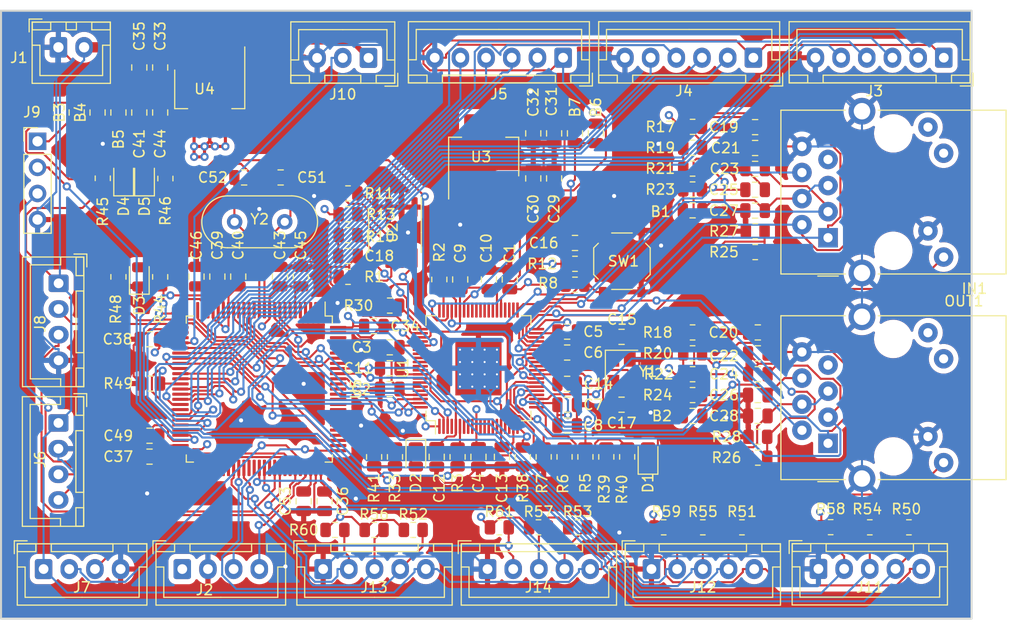
<source format=kicad_pcb>
(kicad_pcb (version 20221018) (generator pcbnew)
  (layers (0 "F.Cu" signal) (1 "In1.Cu" power "GND.Cu") (2 "In2.Cu" power "Power.Cu") (31 "B.Cu" signal) (34 "B.Paste" user) (35 "F.Paste" user) (36 "B.SilkS" user "B.Silkscreen") (37 "F.SilkS" user "F.Silkscreen") (38 "B.Mask" user) (39 "F.Mask" user) (44 "Edge.Cuts" user))
  (net 0 "")
  (net 1 "+1V2")
  (net 2 "+3.3V")
  (net 3 "+3.3VA")
  (net 4 "DAC1")
  (net 5 "Net-(D1-K)")
  (net 6 "GND")
  (net 7 "XSCI")
  (net 8 "SPI_SCK")
  (net 9 "SPI_CS")
  (net 10 "SPI_MISO")
  (net 11 "SPI_MOSI")
  (net 12 "I2C_SDA")
  (net 13 "I2C_SCL")
  (net 15 "+5V")
  (net 16 "Net-(IN1-Pad9)")
  (net 17 "Net-(OUT1-Pad9)")
  (net 18 "P0_TXOP")
  (net 19 "SWCLK")
  (net 20 "SWDIO")
  (net 21 "RX")
  (net 22 "TX")
  (net 23 "/STM32F4/BOOT1")
  (net 24 "I2C2_SCL")
  (net 25 "ENC1_Z")
  (net 26 "ENC1_B")
  (net 27 "ENC1_A")
  (net 28 "I2C2_SDA")
  (net 29 "ENC2_A")
  (net 30 "ENC2_B")
  (net 31 "ENC2_Z")
  (net 32 "ENC3_A")
  (net 33 "ENC3_B")
  (net 34 "ENC3_Z")
  (net 35 "ENC4_A")
  (net 36 "ENC4_B")
  (net 37 "ENC4_Z")
  (net 38 "Net-(IN1-RCT)")
  (net 39 "Net-(OUT1-RCT)")
  (net 46 "Net-(D2-A)")
  (net 47 "Net-(D3-A)")
  (net 48 "SYNC0")
  (net 49 "SYNC1")
  (net 50 "P1_TXOP")
  (net 51 "STEP1_DIR")
  (net 52 "STEP1_STEP")
  (net 53 "STEP2_DIR")
  (net 54 "STEP2_STEP")
  (net 55 "IO1")
  (net 56 "IO2")
  (net 57 "IO3")
  (net 58 "IO4")
  (net 59 "IO5")
  (net 60 "IO6")
  (net 61 "IO7")
  (net 62 "IO8")
  (net 63 "IO9")
  (net 64 "IO10")
  (net 65 "IO11")
  (net 66 "IO12")
  (net 67 "P0_TXON")
  (net 68 "P1_TXON")
  (net 69 "P0_RXIP")
  (net 70 "P1_RXIP")
  (net 71 "P0_RXIN")
  (net 72 "P1_RXIN")
  (net 73 "RESET_MCU")
  (net 74 "EEP_DONE")
  (net 75 "Net-(D4-A)")
  (net 76 "Net-(D5-A)")
  (net 77 "Net-(U1-I2C_SCL)")
  (net 78 "Net-(U1-TEST)")
  (net 79 "Net-(U1-SPI_MISO)")
  (net 80 "Net-(U1-P0_SD)")
  (net 81 "Net-(U1-RESET_BG)")
  (net 82 "Net-(U1-P1_SD)")
  (net 83 "XSCO")
  (net 84 "Net-(U2-WP)")
  (net 85 "RSTO")
  (net 86 "P0_ACT")
  (net 87 "P1_ACT")
  (net 88 "PDI_EMU")
  (net 89 "LED_RUN")
  (net 90 "LED_ERR")
  (net 91 "SINT")
  (net 112 "A1V2")
  (net 124 "SCS_FUNC")
  (net 125 "RST_MCU")
  (net 126 "Net-(U5-VCAP_1)")
  (net 127 "Net-(U5-PH0)")
  (net 128 "Net-(U5-PH1)")
  (net 129 "Net-(U5-VCAP_2)")
  (net 130 "Net-(U5-BOOT0)")
  (footprint "Connector_JST:JST_XH_B4B-XH-A_1x04_P2.50mm_Vertical" (layer "F.Cu") (at 144.543 90.29 -90)
    (fp_text reference "J8")
    (fp_text value "Stepper 2")
  )
  (footprint "HakansLibrary:LQFP-80-1EP_10x10mm_P0.4mm_EP5.3x4.5mm_ThermalVias" (layer "F.Cu") (at 185.42 98.552 90)
    (fp_text reference "U1")
    (fp_text value "AX58100")
  )
  (footprint "Capacitor_SMD:C_0805_2012Metric" (layer "F.Cu") (at 146.304 73.66 90)
    (fp_text reference "B3")
    (fp_text value "BLM18EG221SN1D")
  )
  (footprint "Resistor_SMD:R_0805_2012Metric" (layer "F.Cu") (at 203.454 114.046 180)
    (fp_text reference "R59")
    (fp_text value "1k")
  )
  (footprint "Package_QFP:LQFP-100_14x14mm_P0.5mm" (layer "F.Cu") (at 164.084 100.584 -90)
    (fp_text reference "U5")
    (fp_text value "STM32F407VGT6")
  )
  (footprint "Package_SO:SOIC-8_3.9x4.9mm_P1.27mm" (layer "F.Cu") (at 177.292 85.344 -90)
    (fp_text reference "U2")
    (fp_text value "24LC32A")
  )
  (footprint "Resistor_SMD:R_0805_2012Metric" (layer "F.Cu") (at 183.388 107.188 90)
    (fp_text reference "R3")
    (fp_text value "22")
  )
  (footprint "Capacitor_SMD:C_0805_2012Metric" (layer "F.Cu") (at 212.3542 79.1464)
    (fp_text reference "C23")
    (fp_text value "10pF")
  )
  (footprint "Connector_JST:JST_XH_B6B-XH-A_1x06_P2.50mm_Vertical" (layer "F.Cu") (at 230.726 68.326 180)
    (fp_text reference "J3")
    (fp_text value "Conn_01x06_Pin")
  )
  (footprint "Connector_JST:JST_XH_B6B-XH-A_1x06_P2.50mm_Vertical" (layer "F.Cu") (at 212.184 68.326 180)
    (fp_text reference "J4")
    (fp_text value "Conn_01x06_Pin")
  )
  (footprint "Connector_PinHeader_2.54mm:PinHeader_1x04_P2.54mm_Vertical" (layer "F.Cu") (at 142.494 76.464)
    (fp_text reference "J9")
    (fp_text value "I2C bus2")
  )
  (footprint "Resistor_SMD:R_0805_2012Metric" (layer "F.Cu") (at 187.452 114.046 180)
    (fp_text reference "R61")
    (fp_text value "1k")
  )
  (footprint "Resistor_SMD:R_0805_2012Metric" (layer "F.Cu") (at 153.4995 100.05)
    (fp_text reference "R49")
    (fp_text value "22")
  )
  (footprint "Capacitor_SMD:C_0805_2012Metric" (layer "F.Cu") (at 168.128 89.636 90)
    (fp_text reference "C45")
    (fp_text value "0.1uF")
  )
  (footprint "Crystal:Crystal_HC49-U_Vertical" (layer "F.Cu") (at 161.68 84.302)
    (fp_text reference "Y2")
    (fp_text value "8 MHz")
  )
  (footprint "Resistor_SMD:R_0805_2012Metric" (layer "F.Cu") (at 172.72 81.534)
    (fp_text reference "R11")
    (fp_text value "4.7k")
  )
  (footprint "LED_SMD:LED_0805_2012Metric" (layer "F.Cu") (at 201.93 107.188 90)
    (fp_text reference "D1")
    (fp_text value "Green led")
  )
  (footprint "Capacitor_SMD:C_0805_2012Metric" (layer "F.Cu") (at 212.3542 77.1144)
    (fp_text reference "C21")
    (fp_text value "10pF")
  )
  (footprint "Capacitor_SMD:C_0805_2012Metric" (layer "F.Cu") (at 170.434 111.506 -90)
    (fp_text reference "C36")
    (fp_text value "0.1uF")
  )
  (footprint "Resistor_SMD:R_0805_2012Metric" (layer "F.Cu") (at 212.618 105.2322 180)
    (fp_text reference "R28")
    (fp_text value "510")
  )
  (footprint "Connector_JST:JST_XH_B5B-XH-A_1x05_P2.50mm_Vertical" (layer "F.Cu") (at 186.302 118.11)
    (fp_text reference "J14")
    (fp_text value "Encoder 4")
  )
  (footprint "Resistor_SMD:R_0805_2012Metric" (layer "F.Cu") (at 191.77 107.188 -90)
    (fp_text reference "R7")
    (fp_text value "4.7k")
  )
  (footprint "Capacitor_SMD:C_0805_2012Metric" (layer "F.Cu") (at 175.24 94.462)
    (fp_text reference "C34")
    (fp_text value "0.1uF")
  )
  (footprint "Capacitor_SMD:C_0805_2012Metric" (layer "F.Cu") (at 212.618 99.1362)
    (fp_text reference "C24")
    (fp_text value "10pF")
  )
  (footprint "Capacitor_SMD:C_0805_2012Metric" (layer "F.Cu") (at 152.4 69.276 -90)
    (fp_text reference "C35")
    (fp_text value "10uF")
  )
  (footprint "Resistor_SMD:R_0805_2012Metric" (layer "F.Cu") (at 197.866 107.188 90)
    (fp_text reference "R39")
    (fp_text value "510")
  )
  (footprint "Capacitor_SMD:C_0805_2012Metric" (layer "F.Cu") (at 153.396 107.162 180)
    (fp_text reference "C37")
    (fp_text value "0.1uF")
  )
  (footprint "Capacitor_SMD:C_0805_2012Metric" (layer "F.Cu") (at 153.396 95.732 180)
    (fp_text reference "C38")
    (fp_text value "0.1uF")
  )
  (footprint "Capacitor_SMD:C_0805_2012Metric" (layer "F.Cu") (at 212.618 97.1042)
    (fp_text reference "C22")
    (fp_text value "10pF")
  )
  (footprint "Resistor_SMD:R_0805_2012Metric" (layer "F.Cu") (at 211.074 114.046 180)
    (fp_text reference "R51")
    (fp_text value "1k")
  )
  (footprint "Capacitor_SMD:C_0805_2012Metric" (layer "F.Cu") (at 183.642 89.916 90)
    (fp_text reference "C9")
    (fp_text value "0.1uF")
  )
  (footprint "Capacitor_SMD:C_0805_2012Metric" (layer "F.Cu") (at 153.396 105.13)
    (fp_text reference "C49")
    (fp_text value "2.2uF")
  )
  (footprint "LED_SMD:LED_0805_2012Metric" (layer "F.Cu") (at 150.876 80.0885 90)
    (fp_text reference "D4")
    (fp_text value "Blue led")
  )
  (footprint "Resistor_SMD:R_0805_2012Metric" (layer "F.Cu") (at 212.364 87.249 180)
    (fp_text reference "R25")
    (fp_text value "510")
  )
  (footprint "Capacitor_SMD:C_0805_2012Metric" (layer "F.Cu") (at 160 89.636 90)
    (fp_text reference "C39")
    (fp_text value "0.1uF")
  )
  (footprint "Resistor_SMD:R_0805_2012Metric" (layer "F.Cu") (at 206.268 99.1362 180)
    (fp_text reference "R22")
    (fp_text value "49.9")
  )
  (footprint "Resistor_SMD:R_0805_2012Metric" (layer "F.Cu") (at 176.784 92.456)
    (fp_text reference "R30")
    (fp_text value "4.7k")
  )
  (footprint "Capacitor_SMD:C_0805_2012Metric" (layer "F.Cu") (at 212.3542 83.2104)
    (fp_text reference "C27")
    (fp_text value "0.1uF")
  )
  (footprint "Capacitor_SMD:C_0805_2012Metric" (layer "F.Cu") (at 199.352 102.108 180)
    (fp_text reference "C17")
    (fp_text value "18pF")
  )
  (footprint "Crystal:Crystal_SMD_SeikoEpson_TSX3225-4Pin_3.2x2.5mm" (layer "F.Cu") (at 199.352 98.806 -90)
    (fp_text reference "Y1")
    (fp_text value "NXK25.000AE12F-KAB6-12")
  )
  (footprint "Resistor_SMD:R_0805_2012Metric" (layer "F.Cu") (at 194.818 88.392 180)
    (fp_text reference "R12")
    (fp_text value "4.7k")
  )
  (footprint "Resistor_SMD:R_0805_2012Metric" (layer "F.Cu") (at 175.26 107.188 90)
    (fp_text reference "R41")
    (fp_text value "510")
  )
  (footprint "Resistor_SMD:R_0805_2012Metric" (layer "F.Cu") (at 148.844 80.0635 -90)
    (fp_text reference "R45")
    (fp_text value "1k")
  )
  (footprint "Connector_JST:JST_XH_B6B-XH-A_1x06_P2.50mm_Vertical" (layer "F.Cu") (at 193.662 68.326 180)
    (fp_text reference "J5")
    (fp_text value "Conn_01x06_Pin")
  )
  (footprint "Capacitor_SMD:C_0805_2012Metric" (layer "F.Cu") (at 168.402 111.506 90)
    (fp_text reference "C53")
    (fp_text value "2.2uF")
  )
  (footprint "Connector_JST:JST_XH_B5B-XH-A_1x05_P2.50mm_Vertical" (layer "F.Cu") (at 202.264 118.11)
    (fp_text reference "J12")
    (fp_text value "Encoder 2")
  )
  (footprint "Capacitor_SMD:C_0805_2012Metric" (layer "F.Cu") (at 187.706 107.188 -90)
    (fp_text reference "C13")
    (fp_text value "0.1uF")
  )
  (footprint "Capacitor_SMD:C_0805_2012Metric" (layer "F.Cu") (at 212.3542 75.0824)
    (fp_text reference "C19")
    (fp_text value "10pF")
  )
  (footprint "Resistor_SMD:R_0805_2012Metric" (layer "F.Cu") (at 171.45 114.3 180)
    (fp_text reference "R60")
    (fp_text value "1k")
  )
  (footprint "Capacitor_SMD:C_0805_2012Metric" (layer "F.Cu") (at 181.356 107.188 -90)
    (fp_text reference "C12")
    (fp_text value "0.1uF")
  )
  (footprint "Resistor_SMD:R_0805_2012Metric" (layer "F.Cu") (at 195.834 107.188 -90)
    (fp_text reference "R5")
    (fp_text value "4.7k")
  )
  (footprint "Connector_JST:JST_XH_B2B-XH-A_1x02_P2.50mm_Vertical" (layer "F.Cu") (at 144.526 67.31)
    (fp_text reference "J1")
    (fp_text value "Conn_01x02_Pin")
  )
  (footprint "Capacitor_SMD:C_0805_2012Metric" (layer "F.Cu") (at 162.032 89.636 90)
    (fp_text reference "C40")
    (fp_text value "0.1uF")
  )
  (footprint "Resistor_SMD:R_0805_2012Metric" (layer "F.Cu") (at 219.71 114.029 180)
    (fp_text reference "R58")
    (fp_text value "1k")
  )
  (footprint "HakansLibrary:PulseJack JB0011D01BNL" (layer "F.Cu") (at 219.456 85.852 -90)
    (fp_text reference "IN1")
    (fp_text value "J0011D01BNL")
  )
  (footprint "Connector_JST:JST_XH_B4B-XH-A_1x04_P2.50mm_Vertical" (layer "F.Cu") (at 156.584 118.11)
    (fp_text reference "J2")
    (fp_text value "STLINK")
  )
  (footprint "Capacitor_SMD:C_0805_2012Metric" (layer "F.Cu") (at 186.436 89.916 90)
    (fp_text reference "C10")
    (fp_text value "0.1uF")
  )
  (footprint "Capacitor_SMD:C_0805_2012Metric" (layer "F.Cu") (at 162.606 79.984 180)
    (fp_text reference "C52")
    (fp_text value "22pF")
  )
  (footprint "Capacitor_SMD:C_0805_2012Metric" (layer "F.Cu") (at 194.818 75.692 -90)
    (fp_text reference "B7")
    (fp_text value "BLM18EG221SN1D")
  )
  (footprint "Capacitor_SMD:C_0805_2012Metric" (layer "F.Cu") (at 206.268 103.2002)
    (fp_text reference "B2")
    (fp_text value "BLM18EG221S")
  )
  (footprint "Resistor_SMD:R_0805_2012Metric" (layer "F.Cu") (at 172.72 85.598)
    (fp_text reference "R10")
    (fp_text value "4.7k")
  )
  (footprint "Capacitor_SMD:C_0805_2012Metric" (layer "F.Cu") (at 166.162 79.984)
    (fp_text reference "C51")
    (fp_text value "22pF")
  )
  (footprint "Resistor_SMD:R_0805_2012Metric" (layer "F.Cu") (at 181.61 89.916 90)
    (fp_text reference "R2")
    (fp_text value "22")
  )
  (footprint "Capacitor_SMD:C_0805_2012Metric" (layer "F.Cu") (at 194.056 104.14)
    (fp_text reference "C8")
    (fp_text value "0.1uF")
  )
  (footprint "Capacitor_SMD:C_0805_2012Metric" (layer "F.Cu") (at 206.268 83.185)
    (fp_text reference "B1")
    (fp_text value "BLM18EG221S")
  )
  (footprint "Resistor_SMD:R_0805_2012Metric" (layer "F.Cu") (at 206.268 95.0722 180)
    (fp_text reference "R18")
    (fp_text value "49.9")
  )
  (footprint "Capacitor_SMD:C_0805_2012Metric" (layer "F.Cu") (at 194.056 97.028)
    (fp_text reference "C6")
    (fp_text value "0.1uF")
  )
  (footprint "Connector_JST:JST_XH_B3B-XH-A_1x03_P2.50mm_Vertical" (layer "F.Cu") (at 174.712 68.343 180)
    (fp_text reference "J10")
    (fp_text value "DAC1")
  )
  (footprint "Resistor_SMD:R_0805_2012Metric" (layer "F.Cu") (at 212.618 107.2642 180)
    (fp_text reference "R26")
    (fp_text value "510")
  )
  (footprint "Capacitor_SMD:C_0805_2012Metric" (layer "F.Cu") (at 192.786 80.076 90)
    (fp_text reference "C29")
    (fp_text value "0.1uF")
  )
  (footprint "Resistor_SMD:R_0805_2012Metric" (layer "F.Cu") (at 206.268 77.089 180)
    (fp_text reference "R19")
    (fp_text value "49.9")
  )
  (footprint "Capacitor_SMD:C_0805_2012Metric" (layer "F.Cu") (at 176.784 98.552 180)
    (fp_text reference "C11")
    (fp_text value "0.1uF")
  )
  (footprint "Capacitor_SMD:C_0805_2012Metric" (layer "F.Cu") (at 157.968 89.636 90)
    (fp_text reference "C46")
    (fp_text value "0.1uF")
  )
  (footprint "Capacitor_SMD:C_0805_2012Metric" (layer "F.Cu") (at 199.352 95.504)
    (fp_text reference "C15")
    (fp_text value "18pF")
  )
  (footprint "Package_TO_SOT_SMD:SOT-223-3_TabPin2" (layer "F.Cu") (at 159.258 71.374 -90)
    (fp_text reference "U4")
    (fp_text value "AMS1117-3.3")
  )
  (footprint "Capacitor_SMD:C_0805_2012Metric" (layer "F.Cu") (at 148.336 73.66 90)
    (fp_text reference "B4")
    (fp_text value "BLM18EG221SN1D")
  )
  (footprint "Resistor_SMD:R_0805_2012Metric" (layer "F.Cu") (at 189.738 107.188 90)
    (fp_text reference "R38")
    (fp_text value "4.7k")
  )
  (footprint "Capacitor_SMD:C_0805_2012Metric" (layer "F.Cu") (at 212.618 103.2002)
    (fp_text reference "C28")
    (fp_text value "0.1uF")
  )
  (footprint "Capacitor_SMD:C_0805_2012Metric" (layer "F.Cu") (at 176.784 96.52 180)
    (fp_text reference "C3")
    (fp_text value "0.1uF")
  )
  (footprint "Connector_JST:JST_XH_B4B-XH-A_1x04_P2.50mm_Vertical" (layer "F.Cu") (at 143.082 118.11)
    (fp_text reference "J7")
    (fp_text value "Stepper 1")
  )
  (footprint "Connector_JST:JST_XH_B4B-XH-A_1x04_P2.50mm_Vertical" (layer "F.Cu") (at 144.526 103.886 -90)
    (fp_text reference "J6")
    (fp_text value "Serial usart1")
  )
  (footprint "Resistor_SMD:R_0805_2012Metric" (layer "F.Cu") (at 227.33 114.046 180)
    (fp_text reference "R50")
    (fp_text value "1k")
  )
  (footprint "Button_Switch_SMD:SW_Push_1P1T_XKB_TS-1187A" (layer "F.Cu") (at 199.39 88.138 -90)
    (fp_text reference "SW1")
    (fp_text value "SW PB")
  )
  (footprint "Resistor_SMD:R_0805_2012Metric" (layer "F.Cu") (at 154.432 89.662 90)
    (fp_text reference "R44")
    (fp_text value "510")
  )
  (footprint "Capacitor_SMD:C_0805_2012Metric" (layer "F.Cu") (at 194.818 86.36)
    (fp_text reference "C16")
    (fp_text value "1uF")
  )
  (footprint "Capacitor_SMD:C_0805_2012Metric" (layer "F.Cu") (at 212.3542 81.1784 180)
    (fp_text reference "C25")
    (fp_text value "10pF")
  )
  (footprint "LED_SMD:LED_0805_2012Metric" (layer "F.Cu") (at 152.4 89.662 90)
    (fp_text reference "D3")
    (fp_text value "Red led")
  )
  (footprint "Capacitor_SMD:C_0805_2012Metric" (layer "F.Cu") (at 154.432 69.276 -90)
    (fp_text reference "C33")
    (fp_text value "0.1uF")
  )
  (footprint "Connector_JST:JST_XH_B5B-XH-A_1x05_P2.50mm_Vertical" (layer "F.Cu") (at 170.3 118.11)
    (fp_text reference "J13")
    (fp_text value "Encoder 3")
  )
  (footprint "Resistor_SMD:R_0805_2012Metric" (layer "F.Cu") (at 191.262 114.046 180)
    (fp_text reference "R57")
    (fp_text value "1k")
  )
  (footprint "Connector_JST:JST_XH_B5B-XH-A_1x05_P2.50mm_Vertical" (layer "F.Cu") (at 218.52 118.093)
    (fp_text reference "J11")
    (fp_text value "Encoder 1")
  )
  (footprint "Resistor_SMD:R_0805_2012Metric" (layer "F.Cu") (at 172.72 83.566)
    (fp_text reference "R13")
    (fp_text value "4.7k")
  )
  (footprint "Resistor_SMD:R_0805_2012Metric" (layer "F.Cu") (at 195.072 114.046 180)
    (fp_text reference "R53")
    (fp_text value "1k")
  )
  (footprint "Capacitor_SMD:C_0805_2012Metric" (layer "F.Cu") (at 152.4 73.66 90)
    (fp_text reference "C41")
    (fp_text value "0.1uF")
  )
  (footprint "Capacitor_SMD:C_0805_2012Metric" (layer "F.Cu") (at 194.056 94.996)
    (fp_text reference "C5")
    (fp_text value "0.1uF")
  )
  (footprint "Capacitor_SMD:C_0805_2012Metric" (layer "F.Cu") (at 176.784 100.584 180)
    (fp_text reference "C2")
    (fp_text value "0.1uF")
  )
  (footprint "Capacitor_SMD:C_0805_2012Metric" (layer "F.Cu") (at 212.618 101.1682)
    (fp_text reference "C26")
    (fp_text value "10pF")
  )
  (footprint "LED_SMD:LED_0805_2012Metric" (layer "F.Cu") (at 179.324 107.188 -90)
    (fp_text reference "D2")
    (fp_text value "Green led")
  )
  (footprint "Capacitor_SMD:C_0805_2012Metric" (layer "F.Cu") (at 190.754 75.692 -90)
    (fp_text reference "C32")
    (fp_text value "10uF")
  )
  (footprint "Resistor_SMD:R_0805_2012Metric" (layer "F.Cu") (at 179.07 114.3 180)
    (fp_text reference "R52")
    (fp_text value "1k")
  )
  (footprint "Resistor_SMD:R_0805_2012Metric" (layer "F.Cu") (at 150.368 89.662 90)
    (fp_text reference "R48")
    (fp_text value "22")
  )
  (footprint "Resistor_SMD:R_0805_2012Metric" (layer "F.Cu") (at 199.898 107.188 90)
    (fp_text reference "R40")
    (fp_text value "4.7k")
  )
  (footprint "Capacitor_SMD:C_0805_2012Metric" (layer "F.Cu") (at 192.786 75.692 -90)
    (fp_text reference "C31")
    (fp_text value "0.1uF")
  )
  (footprint "LED_SMD:LED_0805_2012Metric" (layer "F.Cu") (at 152.908 80.0885 90)
    (fp_text reference "D5")
    (fp_text value "Blue led")
  )
  (footprint "Package_TO_SOT_SMD:SOT-223-3_TabPin2" (layer "F.Cu") (at 185.928 77.978 90)
    (fp_text reference "U3")
    (fp_text value "AMS1117-1.2")
  )
  (footprint "Capacitor_SMD:C_0805_2012Metric" (layer "F.Cu") (at 172.72 87.63 180)
    (fp_text reference "C18")
    (fp_text value "0.1uF")
  )
  (footprint "Resistor_SMD:R_0805_2012Metric" (layer "F.Cu") (at 206.268 97.1042 180)
    (fp_text reference "R20")
    (fp_text value "49.9")
  )
  (footprint "Resistor_SMD:R_0805_2012Metric" (layer "F.Cu") (at 206.268 75.057 180)
    (fp_text reference "R17")
    (fp_text value "49.9")
  )
  (footprint "Resistor_SMD:R_0805_2012Metric" (layer "F.Cu") (at 206.268 81.153 180)
    (fp_text reference "R23")
    (fp_text value "49.9")
  )
  (footprint "Capacitor_SMD:C_0805_2012Metric" (layer "F.Cu") (at 166.096 89.636 90)
    (fp_text reference "C43")
    (fp_text value "0.1uF")
  )
  (footprint "Resistor_SMD:R_0805_2012Metric" (layer "F.Cu") (at 177.292 107.188 90)
    (fp_text reference "R33")
    (fp_text value "4.7k")
  )
  (footprint "Resistor_SMD:R_0805_2012Metric" (layer "F.Cu") (at 172.72 89.662 180)
    (fp_text reference "R1")
    (fp_text value "22")
  )
  (footprint "Resistor_SMD:R_0805_2012Metric" (layer "F.Cu") (at 175.26 114.3 180)
    (fp_text reference "R56")
    (fp_text value "1k")
  )
  (footprint "Resistor_SMD:R_0805_2012Metric" (layer "F.Cu") (at 212.364 85.217 180)
    (fp_text reference "R27")
    (fp_text value "510")
  )
  (footprint "Capacitor_SMD:C_0805_2012Metric" (layer "F.Cu") (at 194.056 100.076)
    (fp_text reference "C14")
    (fp_text value "0.1uF")
  )
  (footprint "HakansLibrary:PulseJack JB0011D01BNL" (layer "F.Cu") (at 219.456 105.8672 -90)
    (fp_text reference "OUT1")
    (fp_text value "J0011D01BNL")
  )
  (footprint "Capacitor_SMD:C_0805_2012Metric" (layer "F.Cu") (at 212.618 95.0722)
    (fp_text reference "C20")
    (fp_text value "10pF")
  )
  (footprint "Capacitor_SMD:C_0805_2012Metric" (layer "F.Cu") (at 154.432 73.66 90)
    (fp_text reference "C44")
    (fp_text value "10uF")
  )
  (footprint "Resistor_SMD:R_0805_2012Metric" (layer "F.Cu") (at 194.818 90.424 180)
    (fp_text reference "R8")
    (fp_text value "4.7k")
  )
  (footprint "Capacitor_SMD:C_0805_2012Metric" (layer "F.Cu") (at 196.85 75.692 -90)
    (fp_text reference "B6")
    (fp_text value "BLM18EG221SN1D")
  )
  (footprint "Resistor_SMD:R_0805_2012Metric" (layer "F.Cu") (at 193.802 107.188 -90)
    (fp_text reference "R6")
    (fp_text value "12k 1%")
  )
  (footprint "Capacitor_SMD:C_0805_2012Metric" (layer "F.Cu") (at 150.368 73.66 90)
    (fp_text reference "B5")
    (fp_text value "BLM18EG221SN1D")
  )
  (footprint "Capacitor_SMD:C_0805_2012Metric" (layer "F.Cu") (at 185.42 107.188 -90)
    (fp_text reference "C4")
    (fp_text value "0.1uF")
  )
  (footprint "Resistor_SMD:R_0805_2012Metric" (layer "F.Cu") (at 207.264 114.046 180)
    (fp_text reference "R55")
    (fp_text value "1k")
  )
  (footprint "Capacitor_SMD:C_0805_2012Metric" (layer "F.Cu") (at 190.754 80.076 90)
    (fp_text reference "C30")
    (fp_text value "10uF")
  )
  (footprint "Resistor_SMD:R_0805_2012Metric" (layer "F.Cu") (at 154.94 80.0885 -90)
    (fp_text reference "R46")
    (fp_text value "1k")
  )
  (footprint "Capacitor_SMD:C_0805_2012Metric" (layer "F.Cu") (at 194.056 102.108)
    (fp_text reference "C7")
    (fp_text value "0.1uF")
  )
  (footprint "Resistor_SMD:R_0805_2012Metric" (layer "F.Cu") (at 206.268 79.121 180)
    (fp_text reference "R21")
    (fp_text value "49.9")
  )
  (footprint "Capacitor_SMD:C_0805_2012Metric" (layer "F.Cu") (at 188.468 89.916 90)
    (fp_text reference "C1")
    (fp_text value "0.1uF")
  )
  (footprint "Resistor_SMD:R_0805_2012Metric" (layer "F.Cu") (at 206.268 101.1682 180)
    (fp_text reference "R24")
    (fp_text value "49.9")
  )
  (footprint "Resistor_SMD:R_0805_2012Metric" (layer "F.Cu") (at 223.52 114.046 180)
    (fp_text reference "R54")
    (fp_text value "1k")
  )
  (gr_rect (start 138.938 63.754) (end 233.426 122.936) (stroke (width 0.2)) (fill none) (layer "Edge.Cuts"))
  (segment (start 190.754 74.742) (end 192.786 74.742) (width 0.2) (layer "F.Cu") (net 1))
  (segment (start 187.22 90.866) (end 187.22 92.8895) (width 0.2) (layer "F.Cu") (net 1))
  (segment (start 180.745 99.26) (end 180.637 99.152) (width 0.2) (layer "F.Cu") (net 1))
  (segment (start 181.356 106.238) (end 182.3899 105.2041) (width 0.2) (layer "F.Cu") (net 1))
  (segment (start 185.928 74.828) (end 190.668 74.828) (width 0.2) (layer "F.Cu") (net 1))
  (segment (start 180.637 99.152) (end 181.7923 97.9967) (width 0.2) (layer "F.Cu") (net 1))
  (segment (start 187.3737 79.8761) (end 189.2269 79.8761) (width 0.2) (layer "F.Cu") (net 1))
  (segment (start 183.112 94.996) (end 183.62 94.488) (width 0.2) (layer "F.Cu") (net 1))
  (segment (start 181.7923 97.9967) (end 181.7923 94.996) (width 0.2) (layer "F.Cu") (net 1))
  (segment (start 183.22 105.0221) (end 183.22 104.2145) (width 0.2) (layer "F.Cu") (net 1))
  (segment (start 188.874 90.082) (end 187.8079 90.082) (width 0.2) (layer "F.Cu") (net 1))
  (segment (start 189.307 79.9562) (end 193.4165 79.9562) (width 0.2) (layer "F.Cu") (net 1))
  (segment (start 195.5709 99.0863) (end 196.0908 99.6062) (width 0.2) (layer "F.Cu") (net 1))
  (segment (start 193.106 99.3203) (end 193.34 99.0863) (width 0.2) (layer "F.Cu") (net 1))
  (segment (start 196.85 74.742) (end 194.818 74.742) (width 0.2) (layer "F.Cu") (net 1))
  (segment (start 179.7575 99.152) (end 178.334 99.152) (width 0.2) (layer "F.Cu") (net 1))
  (segment (start 183.62 94.488) (end 183.62 94.51) (width 0.2) (layer "F.Cu") (net 1))
  (segment (start 186.436 90.866) (end 186.2828 90.7128) (width 0.2) (layer "F.Cu") (net 1))
  (segment (start 189.4505 84.6505) (end 189.4505 89.5055) (width 0.2) (layer "F.Cu") (net 1))
  (segment (start 191.0825 99.152) (end 192.9377 99.152) (width 0.2) (layer "F.Cu") (net 1))
  (segment (start 193.4165 79.9562) (end 193.802 79.5707) (width 0.2) (layer "F.Cu") (net 1))
  (segment (start 187.2317 101.7653) (end 183.22 101.7653) (width 0.2) (layer "F.Cu") (net 1))
  (segment (start 186.436 90.866) (end 187.22 90.866) (width 0.2) (layer "F.Cu") (net 1))
  (segment (start 187.62 106.152) (end 187.706 106.238) (width 0.2) (layer "F.Cu") (net 1))
  (segment (start 183.62 90.888) (end 183.62 92.8895) (width 0.2) (layer "F.Cu") (net 1))
  (segment (start 189.4505 89.5055) (end 188.874 90.082) (width 0.2) (layer "F.Cu") (net 1))
  (segment (start 182.3899 105.2041) (end 183.038 105.2041) (width 0.2) (layer "F.Cu") (net 1))
  (segment (start 187.62 104.2145) (end 187.62 106.152) (width 0.2) (layer "F.Cu") (net 1))
  (segment (start 186.2828 90.7128) (end 183.7952 90.7128) (width 0.2) (layer "F.Cu") (net 1))
  (segment (start 193.34 99.0863) (end 195.5709 99.0863) (width 0.2) (layer "F.Cu") (net 1))
  (segment (start 180.637 99.152) (end 179.7575 99.152) (width 0.2) (layer "F.Cu") (net 1))
  (segment (start 186.9299 82.1299) (end 189.4505 84.6505) (width 0.2) (layer "F.Cu") (net 1))
  (segment (start 193.106 99.3203) (end 193.106 100.076) (width 0.2) (layer "F.Cu") (net 1))
  (segment (start 187.22 90.6699) (end 187.22 90.866) (width 0.2) (layer "F.Cu") (net 1))
  (segment (start 192.9377 99.152) (end 193.106 99.3203) (width 0.2) (layer "F.Cu") (net 1))
  (segment (start 181.7753 101.7653) (end 180.745 100.735) (width 0.2) (layer "F.Cu") (net 1))
  (segment (start 183.62 92.8895) (end 183.62 94.488) (width 0.2) (layer "F.Cu") (net 1))
  (segment (start 186.9299 81.128) (end 186.9299 82.1299) (width 0.2) (layer "F.Cu") (net 1))
  (segment (start 187.8079 90.082) (end 187.22 90.6699) (width 0.2) (layer "F.Cu") (net 1))
  (segment (start 192.786 74.742) (end 193.802 74.742) (width 0.2) (layer "F.Cu") (net 1))
  (segment (start 190.668 74.828) (end 190.754 74.742) (width 0.2) (layer "F.Cu") (net 1))
  (segment (start 186.9299 80.3199) (end 187.3737 79.8761) (width 0.2) (layer "F.Cu") (net 1))
  (segment (start 183.642 90.866) (end 183.62 90.888) (width 0.2) (layer "F.Cu") (net 1))
  (segment (start 183.22 101.7653) (end 181.7753 101.7653) (width 0.2) (layer "F.Cu") (net 1))
  (segment (start 193.802 74.742) (end 194.818 74.742) (width 0.2) (layer "F.Cu") (net 1))
  (segment (start 187.62 102.1536) (end 187.62 104.2145) (width 0.2) (layer "F.Cu") (net 1))
  (segment (start 185.928 81.128) (end 186.9299 81.128) (width 0.2) (layer "F.Cu") (net 1))
  (segment (start 183.22 101.7653) (end 183.22 104.2145) (width 0.2) (layer "F.Cu") (net 1))
  (segment (start 180.745 100.735) (end 180.745 99.26) (width 0.2) (layer "F.Cu") (net 1))
  (segment (start 181.7923 94.996) (end 183.112 94.996) (width 0.2) (layer "F.Cu") (net 1))
  (segment (start 183.038 105.2041) (end 183.22 105.0221) (width 0.2) (layer "F.Cu") (net 1))
  (segment (start 183.7952 90.7128) (end 183.642 90.866) (width 0.2) (layer "F.Cu") (net 1))
  (segment (start 187.2317 101.7653) (end 187.62 102.1536) (width 0.2) (layer "F.Cu") (net 1))
  (segment (start 193.802 79.5707) (end 193.802 74.742) (width 0.2) (layer "F.Cu") (net 1))
  (segment (start 189.2269 79.8761) (end 189.307 79.9562) (width 0.2) (layer "F.Cu") (net 1))
  (segment (start 178.334 99.152) (end 177.734 98.552) (width 0.2) (layer "F.Cu") (net 1))
  (segment (start 186.9299 81.128) (end 186.9299 80.3199) (width 0.2) (layer "F.Cu") (net 1))
  (via (at 187.2317 101.7653) (size 0.8) (drill 0.4) (layers "F.Cu" "B.Cu") (net 1))
  (via (at 196.0908 99.6062) (size 0.8) (drill 0.4) (layers "F.Cu" "B.Cu") (net 1))
  (segment (start 196.0908 102.5473) (end 196.0908 99.6062) (width 0.2) (layer "B.Cu") (net 1))
  (segment (start 187.2317 101.7653) (end 188.7595 100.2375) (width 0.2) (layer "B.Cu") (net 1))
  (segment (start 196.7681 103.2246) (end 196.0908 102.5473) (width 0.2) (layer "B.Cu") (net 1))
  (segment (start 189.8654 100.2375) (end 190.4665 100.8386) (width 0.2) (layer "B.Cu") (net 1))
  (segment (start 188.7595 100.2375) (end 189.8654 100.2375) (width 0.2) (layer "B.Cu") (net 1))
  (segment (start 190.4665 100.8386) (end 190.4665 100.928) (width 0.2) (layer "B.Cu") (net 1))
  (segment (start 196.7681 103.8047) (end 196.7681 103.2246) (width 0.2) (layer "B.Cu") (net 1))
  (segment (start 193.7884 104.2499) (end 196.3229 104.2499) (width 0.2) (layer "B.Cu") (net 1))
  (segment (start 196.3229 104.2499) (end 196.7681 103.8047) (width 0.2) (layer "B.Cu") (net 1))
  (segment (start 190.4665 100.928) (end 193.7884 104.2499) (width 0.2) (layer "B.Cu") (net 1))
  (segment (start 205.3555 79.121) (end 205.3555 77.089) (width 0.2) (layer "F.Cu") (net 2))
  (segment (start 222.6075 114.046) (end 221.616 113.0545) (width 0.2) (layer "F.Cu") (net 2))
  (segment (start 166.096 90.586) (end 167.584 90.586) (width 0.2) (layer "F.Cu") (net 2))
  (segment (start 154.346 96.586018) (end 153.912 97.020018) (width 0.2) (layer "F.Cu") (net 2))
  (segment (start 170.434 110.556) (end 171.958008 112.080008) (width 0.2) (layer "F.Cu") (net 2))
  (segment (start 159.584 93.908) (end 159.948 93.908) (width 0.2) (layer "F.Cu") (net 2))
  (segment (start 174.3475 114.3) (end 175.3189 113.3286) (width 0.2) (layer "F.Cu") (net 2))
  (segment (start 178.0682 114.2107) (end 178.1575 114.3) (width 0.2) (layer "F.Cu") (net 2))
  (segment (start 165.084 93.742) (end 164.338 94.488) (width 0.2) (layer "F.Cu") (net 2))
  (segment (start 205.3964 113.0909) (end 206.3515 114.046) (width 0.2) (layer "F.Cu") (net 2))
  (segment (start 162.032 90.586) (end 161.084 91.534) (width 0.2) (layer "F.Cu") (net 2))
  (segment (start 177.734 100.584) (end 178.302 101.152) (width 0.2) (layer "F.Cu") (net 2))
  (segment (start 148.336 74.61) (end 146.304 74.61) (width 0.2) (layer "F.Cu") (net 2))
  (segment (start 202.5415 112.879512) (end 202.437988 112.776) (width 0.2) (layer "F.Cu") (net 2))
  (segment (start 161.084 91.534) (end 161.084 92.909) (width 0.2) (layer "F.Cu") (net 2))
  (segment (start 159.258 74.524) (end 157.1061 74.524) (width 0.2) (layer "F.Cu") (net 2))
  (segment (start 159.584 92.909) (end 159.584 93.908) (width 0.2) (layer "F.Cu") (net 2))
  (segment (start 205.105 75.057) (end 203.962 73.914) (width 0.2) (layer "F.Cu") (net 2))
  (segment (start 155.8936 80.0474) (end 155.8936 76.0716) (width 0.2) (layer "F.Cu") (net 2))
  (segment (start 173.228 94.4692) (end 173.2208 94.462) (width 0.2) (layer "F.Cu") (net 2))
  (segment (start 193.9055 90.424) (end 190.5 90.424) (width 0.2) (layer "F.Cu") (net 2))
  (segment (start 175.26 108.1005) (end 177.292 108.1005) (width 0.2) (layer "F.Cu") (net 2))
  (segment (start 202.5415 114.046) (end 202.5415 112.879512) (width 0.2) (layer "F.Cu") (net 2))
  (segment (start 157.734 76.962) (end 157.734 76.048) (width 0.3) (layer "F.Cu") (net 2))
  (segment (start 187.62 91.714) (end 187.62 92.8895) (width 0.2) (layer "F.Cu") (net 2))
  (segment (start 159.258 76.454) (end 158.75 76.962) (width 0.3) (layer "F.Cu") (net 2))
  (segment (start 171.958008 112.080008) (end 171.958008 113.03) (width 0.2) (layer "F.Cu") (net 2))
  (segment (start 157.734 76.962) (end 157.734 77.978) (width 0.3) (layer "F.Cu") (net 2))
  (segment (start 205.3555 81.153) (end 205.3555 79.121) (width 0.2) (layer "F.Cu") (net 2))
  (segment (start 157.968 90.586) (end 158.15 90.586) (width 0.2) (layer "F.Cu") (net 2))
  (segment (start 160.084 94.044) (end 160.791305 94.751305) (width 0.2) (layer "F.Cu") (net 2))
  (segment (start 158.75 76.962) (end 158.75 77.978) (width 0.3) (layer "F.Cu") (net 2))
  (segment (start 205.3555 81.153) (end 205.3555 83.1475) (width 0.2) (layer "F.Cu") (net 2))
  (segment (start 171.8075 83.566) (end 170.942 83.566) (width 0.2) (layer "F.Cu") (net 2))
  (segment (start 173.228 94.488) (end 173.228 94.4692) (width 0.2) (layer "F.Cu") (net 2))
  (segment (start 177.1861 113.3286) (end 178.0682 114.2107) (width 0.2) (layer "F.Cu") (net 2))
  (segment (start 166.096 90.586) (end 165.084 91.598) (width 0.2) (layer "F.Cu") (net 2))
  (segment (start 185.22 104.2145) (end 185.22 106.038) (width 0.2) (layer "F.Cu") (net 2))
  (segment (start 205.3555 95.0722) (end 205.3555 97.1042) (width 0.2) (layer "F.Cu") (net 2))
  (segment (start 187.4924 113.0931) (end 189.3966 113.0931) (width 0.2) (layer "F.Cu") (net 2))
  (segment (start 159.258 75.438) (end 159.258 74.524) (width 0.3) (layer "F.Cu") (net 2))
  (segment (start 176.9621 97.2919) (end 176.9621 99.8121) (width 0.2) (layer "F.Cu") (net 2))
  (segment (start 205.318 103.2002) (end 205.3555 103.1627) (width 0.2) (layer "F.Cu") (net 2))
  (segment (start 160.782 76.962) (end 160.782 76.048) (width 0.3) (layer "F.Cu") (net 2))
  (segment (start 173.2208 94.462) (end 174.29 94.462) (width 0.2) (layer "F.Cu") (net 2))
  (segment (start 142.494 76.464) (end 143.5959 76.464) (width 0.2) (layer "F.Cu") (net 2))
  (segment (start 171.77 87.63) (end 171.77 85.6355) (width 0.2) (layer "F.Cu") (net 2))
  (segment (start 188.468 90.866) (end 189.55 90.866) (width 0.2) (layer "F.Cu") (net 2))
  (segment (start 170.434 109.982) (end 170.434 110.556) (width 0.2) (layer "F.Cu") (net 2))
  (segment (start 175.26 108.1005) (end 175.26 108.204) (width 0.2) (layer "F.Cu") (net 2))
  (segment (start 180.7121 96.352) (end 181.0521 96.012) (width 0.2) (layer "F.Cu") (net 2))
  (segment (start 185.22 102.5462) (end 185.22 104.2145) (width 0.2) (layer "F.Cu") (net 2))
  (segment (start 175.3189 113.3286) (end 177.1861 113.3286) (width 0.2) (layer "F.Cu") (net 2))
  (segment (start 205.3555 97.1042) (end 205.3555 99.1362) (width 0.2) (layer "F.Cu") (net 2))
  (segment (start 193.2066 113.0931) (end 191.3024 113.0931) (width 0.2) (layer "F.Cu") (net 2))
  (segment (start 203.4966 113.0909) (end 205.318 113.0909) (width 0.2) (layer "F.Cu") (net 2))
  (segment (start 179.7575 96.352) (end 180.7121 96.352) (width 0.2) (layer "F.Cu") (net 2))
  (segment (start 188.468 90.866) (end 187.62 91.714) (width 0.2) (layer "F.Cu") (net 2))
  (segment (start 202.5415 114.046) (end 203.4966 113.0909) (width 0.2) (layer "F.Cu") (net 2))
  (segment (start 159.258 74.524) (end 159.258 76.454) (width 0.3) (layer "F.Cu") (net 2))
  (segment (start 159.584 92.02) (end 159.584 92.909) (width 0.2) (layer "F.Cu") (net 2))
  (segment (start 145.4499 74.61) (end 143.5959 76.464) (width 0.2) (layer "F.Cu") (net 2))
  (segment (start 167.584 90.586) (end 167.584 92.909) (width 0.2) (layer "F.Cu") (net 2))
  (segment (start 148.336 74.61) (end 150.368 74.61) (width 0.2) (layer "F.Cu") (net 2))
  (segment (start 159.004 105.9523) (end 158.5144 106.4419) (width 0.2) (layer "F.Cu") (net 2))
  (segment (start 204.5462 99.1362) (end 203.962 98.552) (width 0.2) (layer "F.Cu") (net 2))
  (segment (start 173.2208 94.462) (end 173.2208 93.9728) (width 0.2) (layer "F.Cu") (net 2))
  (segment (start 160.782 76.048) (end 159.258 74.524) (width 0.3) (layer "F.Cu") (net 2))
  (segment (start 170.942 83.566) (end 170.434 83.058) (width 0.2) (layer "F.Cu") (net 2))
  (segment (start 205.3555 99.1362) (end 204.5462 99.1362) (width 0.2) (layer "F.Cu") (net 2))
  (segment (start 171.759 94.584) (end 173.132 94.584) (width 0.2) (layer "F.Cu") (net 2))
  (segment (start 146.304 74.61) (end 145.4499 74.61) (width 0.2) (layer "F.Cu") (net 2))
  (segment (start 218.7975 114.029) (end 218.7975 112.6255) (width 0.2) (layer "F.Cu") (net 2))
  (segment (start 205.3555 75.057) (end 205.3555 77.089) (width 0.2) (layer "F.Cu") (net 2))
  (segment (start 157.649454 106.4419) (end 157.507354 106.584) (width 0.2) (layer "F.Cu") (net 2))
  (segment (start 175.26 108.204) (end 176.53 109.474) (width 0.2) (layer "F.Cu") (net 2))
  (segment (start 158.75 76.962) (end 159.766 76.962) (width 0.3) (layer "F.Cu") (net 2))
  (segment (start 222.6075 114.046) (end 223.6051 113.0484) (width 0.2) (layer "F.Cu") (net 2))
  (segment (start 156.409 95.584) (end 154.494 95.584) (width 0.2) (layer "F.Cu") (net 2))
  (segment (start 205.3555 99.1362) (end 205.3555 101.1682) (width 0.2) (layer "F.Cu") (net 2))
  (segment (start 157.734 77.978) (end 158.75 77.978) (width 0.3) (layer "F.Cu") (net 2))
  (segment (start 179.7575 96.352) (end 177.902 96.352) (width 0.2) (layer "F.Cu") (net 2))
  (segment (start 158.5144 106.4419) (end 157.649454 106.4419) (width 0.2) (layer "F.Cu") (net 2))
  (segment (start 155.7261 75.904) (end 154.432 74.61) (width 0.2) (layer "F.Cu") (net 2))
  (segment (start 156.409 106.584) (end 155.29 106.584) (width 0.2) (layer "F.Cu") (net 2))
  (segment (start 171.8075 85.598) (end 171.8075 83.566) (width 0.2) (layer "F.Cu") (net 2))
  (segment (start 177.6838 100.5338) (end 177.734 100.584) (width 0.2) (layer "F.Cu") (net 2))
  (segment (start 173.0775 113.03) (end 171.958008 113.03) (width 0.2) (layer "F.Cu") (net 2))
  (segment (start 159.258 76.454) (end 159.766 76.962) (width 0.3) (layer "F.Cu") (net 2))
  (segment (start 207.3044 113.0931) (end 209.2086 113.0931) (width 0.2) (layer "F.Cu") (net 2))
  (segment (start 154.94 81.001) (end 155.8936 80.0474) (width 0.2) (layer "F.Cu") (net 2))
  (segment (start 179.197 88.519) (end 178.054 89.662) (width 0.2) (layer "F.Cu") (net 2))
  (segment (start 205.3555 75.057) (end 205.105 75.057) (width 0.2) (layer "F.Cu") (net 2))
  (segment (start 161.084 92.909) (end 161.084 94.45861) (width 0.2) (layer "F.Cu") (net 2))
  (segment (start 154.432 74.61) (end 152.4 74.61) (width 0.2) (layer "F.Cu") (net 2))
  (segment (start 186.5395 114.046) (end 187.4924 113.0931) (width 0.2) (layer "F.Cu") (net 2))
  (segment (start 159.948 93.908) (end 160.084 94.044) (width 0.2) (layer "F.Cu") (net 2))
  (segment (start 209.2086 113.0931) (end 210.1615 114.046) (width 0.2) (layer "F.Cu") (net 2))
  (segment (start 152.4 74.61) (end 150.368 74.61) (width 0.2) (layer "F.Cu") (net 2))
  (segment (start 173.2208 93.9728) (end 172.72 93.472) (width 0.2) (layer "F.Cu") (net 2))
  (segment (start 176.9621 99.8121) (end 177.6838 100.5338) (width 0.2) (layer "F.Cu") (net 2))
  (segment (start 170.084 109.632) (end 170.434 109.982) (width 0.2) (layer "F.Cu") (net 2))
  (segment (start 155.8936 76.0716) (end 155.7261 75.904) (width 0.2) (layer "F.Cu") (net 2))
  (segment (start 205.318 113.0909) (end 205.3964 113.0909) (width 0.2) (layer "F.Cu") (net 2))
  (segment (start 154.494 95.584) (end 154.346 95.732) (width 0.2) (layer "F.Cu") (net 2))
  (segment (start 170.5375 114.3) (end 171.8075 113.03) (width 0.2) (layer "F.Cu") (net 2))
  (segment (start 154.712 107.162) (end 154.346 107.162) (width 0.2) (layer "F.Cu") (net 2))
  (segment (start 171.77 85.6355) (end 171.8075 85.598) (width 0.2) (layer "F.Cu") (net 2))
  (segment (start 171.8075 113.03) (end 171.958008 113.03) (width 0.2) (layer "F.Cu") (net 2))
  (segment (start 160.084 92.909) (end 160.084 94.044) (width 0.2) (layer "F.Cu") (net 2))
  (segment (start 160.438 66.794) (end 173.163 66.794) (width 0.5) (layer "F.Cu") (net 2))
  (segment (start 178.302 101.152) (end 179.7575 101.152) (width 0.2) (layer "F.Cu") (net 2))
  (segment (start 160 90.586) (end 160.084 90.67) (width 0.2) (layer "F.Cu") (net 2))
  (segment (start 186.5395 114.046) (end 185.673994 113.180494) (width 0.2) (layer "F.Cu") (net 2))
  (segment (start 177.902 96.352) (end 177.734 96.52) (width 0.2) (layer "F.Cu") (net 2))
  (segment (start 219.772 113.0545) (end 218.7975 114.029) (width 0.2) (layer "F.Cu") (net 2))
  (segment (start 218.7975 112.6255) (end 218.694 112.522) (width 0.2) (layer "F.Cu") (net 2))
  (segment (start 165.084 91.598) (end 165.084 92.909) (width 0.2) (layer "F.Cu") (net 2))
  (segment (start 190.5 90.424) (end 190.246 90.17) (width 0.2) (layer "F.Cu") (net 2))
  (segment (start 173.163 66.794) (end 174.712 68.343) (width 0.5) (layer "F.Cu") (net 2))
  (segment (start 157.1061 74.524) (end 155.7261 75.904) (width 0.2) (layer "F.Cu") (net 2))
  (segment (start 189.55 90.866) (end 190.246 90.17) (width 0.2) (layer "F.Cu") (net 2))
  (segment (start 160.084 90.67) (end 160.084 92.909) (width 0.2) (layer "F.Cu") (net 2))
  (segment (start 159.258 75.438) (end 159.258 76.454) (width 0.3) (layer "F.Cu") (net 2))
  (segment (start 191.3024 113.0931) (end 190.3495 114.046) (width 0.2) (layer "F.Cu") (net 2))
  (segment (start 179.197 87.819) (end 179.197 88.519) (width 0.2) (layer "F.Cu") (net 2))
  (segment (start 159.258 67.974) (end 160.438 66.794) (width 0.5) (layer "F.Cu") (net 2))
  (segment (start 165.084 92.909) (end 165.084 93.742) (width 0.2) (layer "F.Cu") (net 2))
  (segment (start 194.1595 114.046) (end 193.2066 113.0931) (width 0.2) (layer "F.Cu") (net 2))
  (segment (start 206.3515 114.046) (end 207.3044 113.0931) (width 0.2) (layer "F.Cu") (net 2))
  (segment (start 185.22 106.038) (end 185.42 106.238) (width 0.2) (layer "F.Cu") (net 2))
  (segment (start 154.346 95.732) (end 154.346 96.586018) (width 0.2) (layer "F.Cu") (net 2))
  (segment (start 155.29 106.584) (end 154.712 107.162) (width 0.2) (layer "F.Cu") (net 2))
  (segment (start 159.766 76.962) (end 160.782 76.962) (width 0.3) (layer "F.Cu") (net 2))
  (segment (start 223.6051 113.0484) (end 225.4199 113.0484) (width 0.2) (layer "F.Cu") (net 2))
  (segment (start 225.4199 113.0484) (end 226.4175 114.046) (width 0.2) (layer "F.Cu") (net 2))
  (segment (start 173.132 94.584) (end 173.228 94.488) (width 0.2) (layer "F.Cu") (net 2))
  (segment (start 167.584 90.586) (end 168.128 90.586) (width 0.2) (layer "F.Cu") (net 2))
  (segment (start 185.673994 113.180494) (end 185.673994 113.03) (width 0.2) (layer "F.Cu") (net 2))
  (segment (start 158.15 90.586) (end 159.584 92.02) (width 0.2) (layer "F.Cu") (net 2))
  (segment (start 205.3555 83.1475) (end 205.318 83.185) (width 0.2) (layer "F.Cu") (net 2))
  (segment (start 189.3966 113.0931) (end 190.3495 114.046) (width 0.2) (layer "F.Cu") (net 2))
  (segment (start 174.3475 114.3) (end 173.0775 113.03) (width 0.2) (layer "F.Cu") (net 2))
  (segment (start 177.734 96.52) (end 176.9621 97.2919) (width 0.2) (layer "F.Cu") (net 2))
  (segment (start 221.616 113.0545) (end 219.772 113.0545) (width 0.2) (layer "F.Cu") (net 2))
  (segment (start 157.507354 106.584) (end 156.409 106.584) (width 0.2) (layer "F.Cu") (net 2))
  (segment (start 205.3555 103.1627) (end 205.3555 101.1682) (width 0.2) (layer "F.Cu") (net 2))
  (segment (start 159.258 68.224) (end 159.258 67.974) (width 0.5) (layer "F.Cu") (net 2))
  (segment (start 170.084 108.259) (end 170.084 109.632) (width 0.2) (layer "F.Cu") (net 2))
  (segment (start 157.734 76.048) (end 159.258 74.524) (width 0.3) (layer "F.Cu") (net 2))
  (segment (start 157.734 76.962) (end 158.75 76.962) (width 0.3) (layer "F.Cu") (net 2))
  (segment (start 161.084 94.45861) (end 160.791305 94.751305) (width 0.2) (layer "F.Cu") (net 2))
  (via (at 218.694 112.522) (size 0.8) (drill 0.4) (layers "F.Cu" "B.Cu") (net 2))
  (via (at 203.962 98.552) (size 0.8) (drill 0.4) (layers "F.Cu" "B.Cu") (net 2))
  (via (at 158.75 77.978) (size 0.8) (drill 0.4) (layers "F.Cu" "B.Cu") (net 2))
  (via (at 203.962 73.914) (size 0.8) (drill 0.4) (layers "F.Cu" "B.Cu") (net 2))
  (via (at 170.434 83.058) (size 0.8) (drill 0.4) (layers "F.Cu" "B.Cu") (net 2))
  (via (at 160.782 76.962) (size 0.8) (drill 0.4) (layers "F.Cu" "B.Cu") (net 2))
  (via (at 185.673994 113.03) (size 0.8) (drill 0.4) (layers "F.Cu" "B.Cu") (net 2))
  (via (at 176.53 109.474) (size 0.8) (drill 0.4) (layers "F.Cu" "B.Cu") (net 2))
  (via (at 190.246 90.17) (size 0.8) (drill 0.4) (layers "F.Cu" "B.Cu") (net 2))
  (via (at 172.72 93.472) (size 0.8) (drill 0.4) (layers "F.Cu" "B.Cu") (net 2))
  (via (at 171.958008 113.03) (size 0.8) (drill 0.4) (layers "F.Cu" "B.Cu") (net 2))
  (via (at 157.734 76.962) (size 0.8) (drill 0.4) (layers "F.Cu" "B.Cu") (net 2))
  (via (at 159.004 105.9523) (size 0.8) (drill 0.4) (layers "F.Cu" "B.Cu") (net 2))
  (via (at 178.054 89.662) (size 0.8) (drill 0.4) (layers "F.Cu" "B.Cu") (net 2))
  (via (at 164.338 94.488) (size 0.8) (drill 0.4) (layers "F.Cu" "B.Cu") (net 2))
  (via (at 202.437988 112.776) (size 0.8) (drill 0.4) (layers "F.Cu" "B.Cu") (net 2))
  (via (at 153.912 97.020018) (size 0.8) (drill 0.4) (layers "F.Cu" "B.Cu") (net 2))
  (via (at 157.734 77.978) (size 0.8) (drill 0.4) (layers "F.Cu" "B.Cu") (net 2))
  (via (at 181.0521 96.012) (size 0.8) (drill 0.4) (layers "F.Cu" "B.Cu") (net 2))
  (via (at 160.791305 94.751305) (size 0.8) (drill 0.4) (layers "F.Cu" "B.Cu") (net 2))
  (via (at 159.766 76.962) (size 0.8) (drill 0.4) (layers "F.Cu" "B.Cu") (net 2))
  (via (at 158.75 76.962) (size 0.8) (drill 0.4) (layers "F.Cu" "B.Cu") (net 2))
  (via (at 185.22 102.5462) (size 0.8) (drill 0.4) (layers "F.Cu" "B.Cu") (net 2))
  (segment (start 178.9888 94.1135) (end 180.8873 96.012) (width 0.2) (layer "B.Cu") (net 2))
  (segment (start 173.3615 94.1135) (end 172.72 93.472) (width 0.2) (layer "B.Cu") (net 2))
  (segment (start 180.8873 96.012) (end 181.0521 96.012) (width 0.2) (layer "B.Cu") (net 2))
  (segment (start 178.9888 94.1135) (end 178.562 93.6867) (width 0.2) (layer "B.Cu") (net 2))
  (segment (start 178.562 93.6867) (end 178.562 90.17) (width 0.2) (layer "B.Cu") (net 2))
  (segment (start 178.562 90.17) (end 178.054 89.662) (width 0.2) (layer "B.Cu") (net 2))
  (segment (start 178.9888 94.1135) (end 173.3615 94.1135) (width 0.2) (layer "B.Cu") (net 2))
  (segment (start 156.2425 81.7664) (end 159.7079 78.301) (width 0.2) (layer "F.Cu") (net 3))
  (segment (start 193.106 103.1158) (end 193.106 104.14) (width 0.2) (layer "F.Cu") (net 3))
  (segment (start 193.106 94.996) (end 194.017 94.085) (width 0.2) (layer "F.Cu") (net 3))
  (segment (start 191.0825 99.552) (end 190.2981 99.552) (width 0.2) (layer "F.Cu") (net 3))
  (segment (start 153.9259 80.6004) (end 153.9259 81.4783) (width 0.2) (layer "F.Cu") (net 3))
  (segment (start 141.3921 75.4961) (end 141.3921 77.4418) (width 0.2) (layer "F.Cu") (net 3))
  (segment (start 193.106 102.108) (end 192.95 101.952) (width 0.2) (layer "F.Cu") (net 3))
  (segment (start 193.106 103.1158) (end 194.1341 103.1158) (width 0.2) (layer "F.Cu") (net 3))
  (segment (start 143.0155 77.61) (end 145.5586 80.1531) (width 0.2) (layer "F.Cu") (net 3))
  (segment (start 192.0235 97.952) (end 191.0825 97.952) (width 0.2) (layer "F.Cu") (net 3))
  (segment (start 153.4786 80.1531) (end 153.9259 80.6004) (width 0.2) (layer "F.Cu") (net 3))
  (segment (start 153.9259 81.4783) (end 154.214 81.7664) (width 0.2) (layer "F.Cu") (net 3))
  (segment (start 189.9868 99.2407) (end 189.7846 99.2407) (width 0.2) (layer "F.Cu") (net 3))
  (segment (start 192.9475 97.028) (end 192.9475 95.152) (width 0.2) (layer "F.Cu") (net 3))
  (segment (start 141.3921 77.4418) (end 141.5603 77.61) (width 0.2) (layer "F.Cu") (net 3))
  (segment (start 192.9475 97.028) (end 192.0235 97.952) (width 0.2) (layer "F.Cu") (net 3))
  (segment (start 176.6557 78.301) (end 180.192039 81.837339) (width 0.2) (layer "F.Cu") (net 3))
  (segment (start 145.5586 80.1531) (end 153.4786 80.1531) (width 0.2) (layer "F.Cu") (net 3))
  (segment (start 146.304 72.71) (end 144.1782 72.71) (width 0.2) (layer "F.Cu") (net 3))
  (segment (start 190.2981 99.552) (end 189.9868 99.2407) (width 0.2) (layer "F.Cu") (net 3))
  (segment (start 194.017 94.085) (end 194.0557 94.085) (width 0.2) (layer "F.Cu") (net 3))
  (segment (start 193.106 97.028) (end 192.9475 97.028) (width 0.2) (layer "F.Cu") (net 3))
  (segment (start 193.106 94.996) (end 192.95 95.152) (width 0.2) (layer "F.Cu") (net 3))
  (segment (start 154.214 81.7664) (end 156.2425 81.7664) (width 0.2) (layer "F.Cu") (net 3))
  (segment (start 159.7079 78.301) (end 176.6557 78.301) (width 0.2) (layer "F.Cu") (net 3))
  (segment (start 141.5603 77.61) (end 143.0155 77.61) (width 0.2) (layer "F.Cu") (net 3))
  (segment (start 193.106 102.108) (end 193.106 103.1158) (width 0.2) (layer "F.Cu") (net 3))
  (segment (start 144.1782 72.71) (end 141.3921 75.4961) (width 0.2) (layer "F.Cu") (net 3))
  (segment (start 148.336 72.71) (end 146.304 72.71) (width 0.2) (layer "F.Cu") (net 3))
  (segment (start 192.95 95.152) (end 192.9475 95.152) (width 0.2) (layer "F.Cu") (net 3))
  (segment (start 192.9475 95.152) (end 191.0825 95.152) (width 0.2) (layer "F.Cu") (net 3))
  (segment (start 192.95 101.952) (end 191.0825 101.952) (width 0.2) (layer "F.Cu") (net 3))
  (segment (start 148.336 72.71) (end 150.368 72.71) (width 0.2) (layer "F.Cu") (net 3))
  (via (at 189.7846 99.2407) (size 0.8) (drill 0.4) (layers "F.Cu" "B.Cu") (net 3))
  (via (at 194.1341 103.1158) (size 0.8) (drill 0.4) (layers "F.Cu" "B.Cu") (net 3))
  (via (at 180.192039 81.837339) (size 0.8) (drill 0.4) (layers "F.Cu" "B.Cu") (net 3))
  (via (at 194.0557 94.085) (size 0.8) (drill 0.4) (layers "F.Cu" "B.Cu") (net 3))
  (segment (start 188.7626 97.2848) (end 189.9892 97.2848) (width 0.2) (layer "B.Cu") (net 3))
  (segment (start 182.7173 94.996) (end 180.036 92.3147) (width 0.2) (layer "B.Cu") (net 3))
  (segment (start 189.7846 99.2407) (end 188.7626 98.2187) (width 0.2) (layer "B.Cu") (net 3))
  (segment (start 188.7626 97.2848) (end 188.468 96.9902) (width 0.2) (layer "B.Cu") (net 3))
  (segment (start 189.9892 97.5332) (end 194.1341 101.6781) (width 0.2) (layer "B.Cu") (net 3))
  (segment (start 189.9892 96.9038) (end 192.808 94.085) (width 0.2) (layer "B.Cu") (net 3))
  (segment (start 188.468 95.504) (end 187.96 94.996) (width 0.2) (layer "B.Cu") (net 3))
  (segment (start 189.9892 97.2848) (end 189.9892 96.9038) (width 0.2) (layer "B.Cu") (net 3))
  (segment (start 188.7626 98.2187) (end 188.7626 97.2848) (width 0.2) (layer "B.Cu") (net 3))
  (segment (start 180.036 81.993378) (end 180.192039 81.837339) (width 0.2) (layer "B.Cu") (net 3))
  (segment (start 192.808 94.085) (end 194.0557 94.085) (width 0.2) (layer "B.Cu") (net 3))
  (segment (start 188.468 96.9902) (end 188.468 95.504) (width 0.2) (layer "B.Cu") (net 3))
  (segment (start 189.9892 97.2848) (end 189.9892 97.5332) (width 0.2) (layer "B.Cu") (net 3))
  (segment (start 180.036 92.3147) (end 180.036 81.993378) (width 0.2) (layer "B.Cu") (net 3))
  (segment (start 187.96 94.996) (end 182.7173 94.996) (width 0.2) (layer "B.Cu") (net 3))
  (segment (start 189.992 97.2848) (end 189.9892 97.2848) (width 0.2) (layer "B.Cu") (net 3))
  (segment (start 194.1341 101.6781) (end 194.1341 103.1158) (width 0.2) (layer "B.Cu") (net 3))
  (segment (start 157.5936 96.084) (end 157.7637 95.9139) (width 0.2) (layer "F.Cu") (net 4))
  (segment (start 156.409 96.084) (end 157.5936 96.084) (width 0.2) (layer "F.Cu") (net 4))
  (via (at 157.7637 95.9139) (size 0.8) (drill 0.4) (layers "F.Cu" "B.Cu") (net 4))
  (segment (start 171.1101 68.343) (end 171.1101 70.4749) (width 0.2) (layer "B.Cu") (net 4))
  (segment (start 171.1101 70.4749) (end 157.7637 83.8213) (width 0.2) (layer "B.Cu") (net 4))
  (segment (start 172.212 68.343) (end 171.1101 68.343) (width 0.2) (layer "B.Cu") (net 4))
  (segment (start 157.7637 83.8213) (end 157.7637 95.9139) (width 0.2) (layer "B.Cu") (net 4))
  (segment (start 200.9925 107.188) (end 198.7785 107.188) (width 0.2) (layer "F.Cu") (net 5))
  (segment (start 198.7785 107.188) (end 197.866 106.2755) (width 0.2) (layer "F.Cu") (net 5))
  (segment (start 201.93 108.1255) (end 200.9925 107.188) (width 0.2) (layer "F.Cu") (net 5))
  (segment (start 206.3631 85.138) (end 206.3631 78.4449) (width 0.2) (layer "F.Cu") (net 6))
  (segment (start 163.556 79.9218) (end 165.212 79.9218) (width 0.2) (layer "F.Cu") (net 6))
  (segment (start 212.4202 78.1304) (end 211.4042 77.1144) (width 0.2) (layer "F.Cu") (net 6))
  (segment (start 176.19 94.462) (end 175.8044 94.462) (width 0.2) (layer "F.Cu") (net 6))
  (segment (start 160 88.686) (end 157.968 88.686) (width 0.2) (layer "F.Cu") (net 6))
  (segment (start 213.3042 81.0464) (end 213.3042 81.1784) (width 0.2) (layer "F.Cu") (net 6))
  (segment (start 178.89292 90.37108) (end 180.9353 88.3287) (width 0.2) (layer "F.Cu") (net 6))
  (segment (start 142.494 84.084) (end 147.818 84.084) (width 0.2) (layer "F.Cu") (net 6))
  (segment (start 197.5527 102.108) (end 197.5527 100.4454) (width 0.2) (layer "F.Cu") (net 6))
  (segment (start 206.7258 96.064) (end 207.7287 96.064) (width 0.2) (layer "F.Cu") (net 6))
  (segment (start 154.5098 118.148) (end 154.5098 117.0162) (width 0.2) (layer "F.Cu") (net 6))
  (segment (start 210.4172 78.1594) (end 211.4042 79.1464) (width 0.2) (layer "F.Cu") (net 6))
  (segment (start 202.264 118.11) (end 202.264 120.142) (width 0.2) (layer "F.Cu") (net 6))
  (segment (start 206.3631 78.4449) (end 206.6486 78.1594) (width 0.2) (layer "F.Cu") (net 6))
  (segment (start 199.413 103.119) (end 198.402 102.108) (width 0.2) (layer "F.Cu") (net 6))
  (segment (start 183.8419 109.7161) (end 182.1603 109.7161) (width 0.2) (layer "F.Cu") (net 6))
  (segment (start 199.684 68.326) (end 198.5821 68.326) (width 0.2) (layer "F.Cu") (net 6))
  (segment (start 171.019 88.686) (end 170.519062 88.186062) (width 0.2) (layer "F.Cu") (net 6))
  (segment (start 180.9353 82.9192) (end 180.9353 88.3287) (width 0.2) (layer "F.Cu") (net 6))
  (segment (start 160 88.686) (end 161.016 88.686) (width 0.2) (layer "F.Cu") (net 6))
  (segment (start 206.268 95.6062) (end 206.7258 96.064) (width 0.2) (layer "F.Cu") (net 6))
  (segment (start 147.442 70.226) (end 152.4 70.226) (width 0.2) (layer "F.Cu") (net 6))
  (segment (start 213.8179 78.1304) (end 212.4202 78.1304) (width 0.2) (layer "F.Cu") (net 6))
  (segment (start 201.265 85.138) (end 201.8919 85.138) (width 0.2) (layer "F.Cu") (net 6))
  (segment (start 165.584 93.708999) (end 166.828511 94.95351) (width 0.2) (layer "F.Cu") (net 6))
  (segment (start 175.8715 92.456) (end 175.003 92.456) (width 0.2) (layer "F.Cu") (net 6))
  (segment (start 175.834 98.552) (end 175.834 100.584) (width 0.2) (layer "F.Cu") (net 6))
  (segment (start 150.582 118.11) (end 151.6839 118.11) (width 0.2) (layer "F.Cu") (net 6))
  (segment (start 201.698 94.108) (end 205.8199 94.108) (width 0.2) (layer "F.Cu") (net 6))
  (segment (start 195.4804 94.5216) (end 195.006 94.996) (width 0.2) (layer "F.Cu") (net 6))
  (segment (start 155.2086 95.084) (end 156.409 95.084) (width 0.2) (layer "F.Cu") (net 6))
  (segment (start 187.706 108.138) (end 185.42 108.138) (width 0.2) (layer "F.Cu") (net 6))
  (segment (start 170.519062 88.186062) (end 168.627938 88.186062) (width 0.2) (layer "F.Cu") (net 6))
  (segment (start 186.02 97.952) (end 185.42 98.552) (width 0.2) (layer "F.Cu") (net 6))
  (segment (start 152.446 106.386) (end 152.446 105.13) (width 0.2) (layer "F.Cu") (net 6))
  (segment (start 213.1619 96.1241) (end 212.11 95.0722) (width 0.2) (layer "F.Cu") (net 6))
  (segment (start 154.432 70.226) (end 154.432 72.71) (width 0.2) (layer "F.Cu") (net 6))
  (segment (start 182.6135 89.0035) (end 182.6135 91.3015) (width 0.2) (layer "F.Cu") (net 6))
  (segment (start 162.2882 78.654) (end 163.556 79.9218) (width 0.2) (layer "F.Cu") (net 6))
  (segment (start 159.004 120.142) (end 155.702 120.142) (width 0.2) (layer "F.Cu") (net 6))
  (segment (start 163.556 79.984) (end 163.556 79.9218) (width 0.2) (layer "F.Cu") (net 6))
  (segment (start 214.0668 98.1202) (end 212.684 98.1202) (width 0.2) (layer "F.Cu") (net 6))
  (segment (start 200.7751 103.119) (end 201.0797 102.8144) (width 0.2) (layer "F.Cu") (net 6))
  (segment (start 186.436 88.966) (end 188.468 88.966) (width 0.2) (layer "F.Cu") (net 6))
  (segment (start 151.8545 96.3235) (end 152.446 95.732) (width 0.2) (layer "F.Cu") (net 6))
  (segment (start 175.003 92.456) (end 172.8387 90.2917) (width 0.2) (layer "F.Cu") (net 6))
  (segment (start 147.818 84.084) (end 150.876 81.026) (width 0.2) (layer "F.Cu") (net 6))
  (segment (start 181.356 108.9118) (end 181.356 108.138) (width 0.2) (layer "F.Cu") (net 6))
  (segment (start 200.152 95.654) (end 199.0196 94.5216) (width 0.2) (layer "F.Cu") (net 6))
  (segment (start 184.6299 81.128) (end 184.6299 80.2513) (width 0.2) (layer "F.Cu") (net 6))
  (segment (start 175.8044 94.6548) (end 174.9253 95.5339) (width 0.2) (layer "F.Cu") (net 6))
  (segment (start 216.916 76.962) (end 214.0816 76.962) (width 0.2) (layer "F.Cu") (net 6))
  (segment (start 160.584 91.4787) (end 161.016 91.0467) (width 0.2) (layer "F.Cu") (net 6))
  (segment (start 197.5527 100.4454) (end 197.3692 100.2619) (width 0.2) (layer "F.Cu") (net 6))
  (segment (start 197.3692 100.2619) (end 195.1919 100.2619) (width 0.2) (layer "F.Cu") (net 6))
  (segment (start 151.8545 99.3175) (end 151.8545 97.79) (width 0.2) (layer "F.Cu") (net 6))
  (segment (start 215.0605 97.1265) (end 214.058 96.1241) (width 0.2) (layer "F.Cu") (net 6))
  (segment (start 183.628 81.128) (end 184.6299 81.128) (width 0.2) (layer "F.Cu") (net 6))
  (segment (start 145.7529 106.386) (end 152.446 106.386) (width 0.2) (layer "F.Cu") (net 6))
  (segment (start 184.82 96.752) (end 186.02 96.752) (width 0.2) (layer "F.Cu") (net 6))
  (segment (start 150.368 90.5745) (end 150.393 90.5995) (width 0.2) (layer "F.Cu") (net 6))
  (segment (start 169.712 68.343) (end 168.6101 68.343) (width 0.4) (layer "F.Cu") (net 6))
  (segment (start 200.7751 103.119) (end 199.413 103.119) (width 0.2) (layer "F.Cu") (net 6))
  (segment (start 211.3725 83.2421) (end 211.3725 85.138) (width 0.2) (layer "F.Cu") (net 6))
  (segment (start 161.016 88.686) (end 162.032 88.686) (width 0.2) (layer "F.Cu") (net 6))
  (segment (start 151.8545 97.79) (end 151.8545 96.3235) (width 0.2) (layer "F.Cu") (net 6))
  (segment (start 215.0605 97.1265) (end 214.0668 98.1202) (width 0.2) (layer "F.Cu") (net 6))
  (segment (start 213.749 76.0984) (end 212.4202 76.0984) (width 0.2) (layer "F.Cu") (net 6))
  (segment (start 154.432 70.226) (end 159.556 70.226) (width 0.2) (layer "F.Cu") (net 6))
  (segment (start 202.8879 105.2318) (end 202.8879 108.5963) (width 0.2) (layer "F.Cu") (net 6))
  (segment (start 154.5098 118.9498) (end 154.5098 118.148) (width 0.2) (layer "F.Cu") (net 6))
  (segment (start 201.0797 97.8068) (end 200.9789 97.706) (width 0.2) (layer "F.Cu") (net 6))
  (segment (start 215.2098 96.9772) (end 215.0605 97.1265) (width 0.2) (layer "F.Cu") (net 6))
  (segment (start 168.1616 96.4473) (end 169.5249 95.084) (width 0.2) (layer "F.Cu") (net 6))
  (segment (start 183.642 88.966) (end 182.651 88.966) (width 0.2) (layer "F.Cu") (net 6))
  (segment (start 171.019 90.297) (end 174.1758 93.4538) (width 0.2) (layer "F.Cu") (net 6))
  (segment (start 206.6987 102.1592) (end 206.4151 101.8756) (width 0.2) (layer "F.Cu") (net 6))
  (segment (start 177.927 82.869) (end 176.657 82.869) (width 0.2) (layer "F.Cu") (net 6))
  (segment (start 159.084 120.062) (end 159.004 120.142) (width 0.2) (layer "F.Cu") (net 6))
  (segment (start 169.584 109.7053) (end 169.584 108.259) (width 0.2) (layer "F.Cu") (net 6))
  (segment (start 156.7816 114.7444) (end 167.7036 114.7444) (width 0.2) (layer "F.Cu") (net 6))
  (segment (start 195.006 102.108) (end 195.006 104.14) (width 0.2) (layer "F.Cu") (net 6))
  (segment (start 207.7287 96.064) (end 208.7205 95.0722) (width 0.2) (layer "F.Cu") (net 6))
  (segment (start 202.264 120.142) (end 186.69 120.142) (width 0.2) (layer "F.Cu") (net 6))
  (segment (start 202.8879 108.5963) (end 202.617 108.8672) (width 0.2) (layer "F.Cu") (net 6))
  (segment (start 174.052 81.534) (end 175.387 82.869) (width 0.2) (layer "F.Cu") (net 6))
  (segment (start 145.7699 97.79) (end 151.8545 97.79) (width 0.2) (layer "F.Cu") (net 6))
  (segment (start 211.4042 79.1464) (end 213.3042 81.0464) (width 0.2) (layer "F.Cu") (net 6))
  (segment (start 183.2164 67.0636) (end 182.2639 68.0161) (width 0.2) (layer "F.Cu") (net 6))
  (segment (start 199.0196 94.5216) (end 195.4804 94.5216) (width 0.2) (layer "F.Cu") (net 6))
  (segment (start 153.4245 94.7535) (end 154.8781 94.7535) (width 0.2) (layer "F.Cu") (net 6))
  (segment (start 166.4809 78.6529) (end 170.7514 78.6529) (width 0.2) (layer "F.Cu") (net 6))
  (segment (start 144.526 106.386) (end 145.7529 106.386) (width 0.2) (layer "F.Cu") (net 6))
  (segment (start 197.3197 67.0636) (end 183.2164 67.0636) (width 0.2) (layer "F.Cu") (net 6))
  (segment (start 166.828511 94.95351) (end 166.828511 95.687311) (width 0.2) (layer "F.Cu") (net 6))
  (segment (start 197.866 108.1005) (end 199.898 108.1005) (width 0.2) (layer "F.Cu") (net 6))
  (segment (start 161.558 68.224) (end 168.4911 68.224) (width 0.4) (layer "F.Cu") (net 6))
  (segment (start 174.9253 95.5339) (end 173.924 95.5339) (width 0.2) (layer "F.Cu") (net 6))
  (segment (start 174.1758 93.4538) (end 174.7962 93.4538) (width 0.2) (layer "F.Cu") (net 6))
  (segment (start 187.22 97.952) (end 186.02 97.952) (width 0.2) (layer "F.Cu") (net 6))
  (segment (start 180.8851 82.869) (end 180.9353 82.9192) (width 0.2) (layer "F.Cu") (net 6))
  (segment (start 212.11 95.0722) (end 211.668 95.0722) (width 0.2) (layer "F.Cu") (net 6))
  (segment (start 165.584 92.909) (end 165.584 93.708999) (width 0.2) (layer "F.Cu") (net 6))
  (segment (start 214.0816 76.962) (end 214.0816 77.8667) (width 0.2) (layer "F.Cu") (net 6))
  (segment (start 201.8919 85.138) (end 206.3631 85.138) (width 0.2) (layer "F.Cu") (net 6))
  (segment (start 210.677 102.1592) (end 206.6987 102.1592) (width 0.2) (layer "F.Cu") (net 6))
  (segment (start 155.702 120.142) (end 154.5098 118.9498) (width 0.2) (layer "F.Cu") (net 6))
  (segment (start 206.3631 85.138) (end 211.3725 85.138) (width 0.2) (layer "F.Cu") (net 6))
  (segment (start 171.019 88.686) (end 171.019 90.297) (width 0.2) (layer "F.Cu") (net 6))
  (segment (start 173.4741 95.084) (end 171.759 95.084) (width 0.2) (layer "F.Cu") (net 6))
  (segment (start 198.402 102.108) (end 197.5527 102.108) (width 0.2) (layer "F.Cu") (net 6))
  (segment (start 169.4359 109.8534) (end 169.584 109.7053) (width 0.2) (layer "F.Cu") (net 6))
  (segment (start 185.42 108.138) (end 183.8419 109.7161) (width 0.2) (layer "F.Cu") (net 6))
  (segment (start 157.968 88.686) (end 155.3849 88.686) (width 0.2) (layer "F.Cu") (net 6))
  (segment (start 184.6299 80.2513) (end 185.7552 79.126) (width 0.2) (layer "F.Cu") (net 6))
  (segment (start 182.6135 89.0035) (end 181.61 89.0035) (width 0.2) (layer "F.Cu") (net 6))
  (segment (start 190.754 79.126) (end 191.77 79.126) (width 0.2) (layer "F.Cu") (net 6))
  (segment (start 152.446 105.13) (end 152.446 100.191) (width 0.2) (layer "F.Cu") (net 6))
  (segment (start 201.265 85.138) (end 200.6381 85.138) (width 0.2) (layer "F.Cu") (net 6))
  (segment (start 182.1603 109.7161) (end 181.356 108.9118) (width 0.2) (layer "F.Cu") (net 6))
  (segment (start 154.4718 118.11) (end 154.5098 118.148) (width 0.2) (layer "F.Cu") (net 6))
  (segment (start 176.657 82.869) (end 175.387 82.869) (width 0.2) (layer "F.Cu") (net 6))
  (segment (start 200.152 97.706) (end 200.9789 97.706) (width 0.2) (layer "F.Cu") (net 6))
  (segment (start 195.006 94.996) (end 195.006 97.028) (width 0.2) (layer "F.Cu") (net 6))
  (segment (start 211.3725 85.138) (end 211.4515 85.217) (width 0.2) (layer "F.Cu") (net 6))
  (segment (start 195.1919 100.2619) (end 195.006 100.076) (width 0.2) (layer "F.Cu") (net 6))
  (segment (start 186.302 119.754) (end 186.302 118.11) (width 0.2) (layer "F.Cu") (net 6))
  (segment (start 175.8715 91.756) (end 177.25642 90.37108) (width 0.2) (layer "F.Cu") (net 6))
  (segment (start 199.4161 86.36) (end 195.768 86.36) (width 0.2) (layer "F.Cu") (net 6))
  (segment (start 192.786 76.642) (end 191.77 76.642) (width 0.2) (layer "F.Cu") (net 6))
  (segment (start 181.162 68.326) (end 182.2639 68.326) (width 0.2) (layer "F.Cu") (net 6))
  (segment (start 169.4359 112.456) (end 170.434 112.456) (width 0.2) (layer "F.Cu") (net 6))
  (segment (start 187.7435 108.1005) (end 187.706 108.138) (width 0.2) (layer "F.Cu") (net 6))
  (segment (start 183.22 91.908) (end 183.22 92.8895) (width 0.2) (layer "F.Cu") (net 6))
  (segment (start 211.4042 83.2104) (end 211.3725 83.2421) (width 0.2) (layer "F.Cu") (net 6))
  (segment (start 166.828511 95.687311) (end 167.5885 96.4473) (width 0.2) (layer "F.Cu") (net 6))
  (segment (start 159.556 70.226) (end 161.558 68.224) (width 0.2) (layer "F.Cu") (net 6))
  (segment (start 151.6839 118.11) (end 154.4718 118.11) (width 0.2) (layer "F.Cu") (net 6))
  (segment (start 189.738 108.1005) (end 187.7435 108.1005) (width 0.2) (layer "F.Cu") (net 6))
  (segment (start 174.9253 95.6113) (end 175.834 96.52) (width 0.2) (layer "F.Cu") (net 6))
  (segment (start 200.152 97.706) (end 200.152 95.654) (width 0.2) (layer "F.Cu") (net 6))
  (segment (start 210.677 102.1592) (end 211.668 101.1682) (width 0.2) (layer "F.Cu") (net 6))
  (segment (start 175.8044 94.462) (end 175.8044 94.6548) (width 0.2) (layer "F.Cu") (net 6))
  (segment (start 186.69 120.142) (end 186.302 119.754) (width 0.2) (layer "F.Cu") (net 6))
  (segment (start 168.402 114.046) (end 168.402 112.456) (width 0.2) (layer "F.Cu") (net 6))
  (segment (start 200.6647 108.8672) (end 199.898 108.1005) (width 0.2) (layer "F.Cu") (net 6))
  (segment (start 169.4359 112.456) (end 168.402 112.456) (width 0.2) (layer "F.Cu") (net 6))
  (segment (start 200.302 95.504) (end 201.698 94.108) (width 0.2) (layer "F.Cu") (net 6))
  (segment (start 200.152 95.654) (end 200.302 95.504) (width 0.2) (layer "F.Cu") (net 6))
  (segment (start 155.3849 83.5029) (end 155.3849 88.686) (width 0.2) (layer "F.Cu") (net 6))
  (segment (start 183.642 88.966) (end 186.436 88.966) (width 0.2) (layer "F.Cu") (net 6))
  (segment (start 189.738 108.1005) (end 191.77 108.1005) (width 0.2) (layer "F.Cu") (net 6))
  (segment (start 150.393 90.5995) (end 152.4 90.5995) (width 0.2) (layer "F.Cu") (net 6))
  (segment (start 191.77 76.642) (end 190.754 76.642) (width 0.2) (layer "F.Cu") (net 6))
  (segment (start 216.916 96.9772) (end 215.2098 96.9772) (width 0.2) (layer "F.Cu") (net 6))
  (segment (start 177.25642 90.37108) (end 178.89292 90.37108) (width 0.2) (layer "F.Cu") (net 6))
  (segment (start 144.526 67.31) (end 147.442 70.226) (width 0.2) (layer "F.Cu") (net 6))
  (segment (start 198.552 99.906) (end 197.7251 99.906) (width 0.2) (layer "F.Cu") (net 6))
  (segment (start 150.876 81.026) (end 152.908 81.026) (width 0.2) (layer "F.Cu") (net 6))
  (segment (start 206.268 94.5561) (end 206.268 95.6062) (width 0.2) (layer "F.Cu") (net 6))
  (segment (start 172.8387 90.2917) (end 172.8387 88.686) (width 0.2) (layer "F.Cu") (net 6))
  (segment (start 173.924 95.5339) (end 173.4741 95.084) (width 0.2) (layer "F.Cu") (net 6))
  (segment (start 155.3849 89.2903) (end 155.0224 89.6528) (width 0.2) (layer "F.Cu") (net 6))
  (segment (start 160.2338 78.654) (end 162.2882 78.654) (width 0.2) (layer "F.Cu") (net 6))
  (segment (start 159.084 118.11) (end 159.084 120.062) (width 0.2) (layer "F.Cu") (net 6))
  (segment (start 195.834 108.1005) (end 193.802 108.1005) (width 0.2) (layer "F.Cu") (net 6))
  (segment (start 200.7751 103.119) (end 202.8879 105.2318) (width 0.2) (layer "F.Cu") (net 6))
  (segment (start 153.3467 89.6528) (end 152.4 90.5995) (width 0.2) (layer "F.Cu") (net 6))
  (segment (start 152.446 95.732) (end 153.4245 94.7535) (width 0.2) (layer "F.Cu") (net 6))
  (segment (start 182.651 88.966) (end 182.6135 89.0035) (width 0.2) (layer "F.Cu") (net 6))
  (segment (start 211.7055 103.2377) (end 211.7055 105.2322) (width 0.2) (layer "F.Cu") (net 6))
  (segment (start 154.8781 94.7535) (end 155.2086 95.084) (width 0.2) (layer "F.Cu") (net 6))
  (segment (start 195.768 88.3545) (end 195.7305 88.392) (width 0.2) (layer "F.Cu") (net 6))
  (segment (start 154.432 72.71) (end 152.4 72.71) (width 0.2) (layer "F.Cu") (net 6))
  (segment (start 212.684 98.1202) (end 211.668 97.1042) (width 0.2) (layer "F.Cu") (net 6))
  (segment (start 165.212 79.9218) (end 166.4809 78.6529) (width 0.2) (layer "F.Cu") (net 6))
  (segment (start 152.4 70.226) (end 154.432 70.226) (width 0.2) (layer "F.Cu") (net 6))
  (segment (start 169.5249 95.084) (end 171.759 95.084) (width 0.2) (layer "F.Cu") (net 6))
  (segment (start 170.3 116.332) (end 159.258 116.332) (width 0.2) (layer "F.Cu") (net 6))
  (segment (start 160.584 92.909) (end 160.584 91.4787) (width 0.2) (layer "F.Cu") (net 6))
  (segment (start 195.768 86.36) (end 195.768 88.3545) (width 0.2) (layer "F.Cu") (net 6))
  (segment (start 202.617 108.8672) (end 200.6647 108.8672) (width 0.2) (layer "F.Cu") (net 6))
  (segment (start 152.908 81.026) (end 155.3849 83.5029) (width 0.2) (layer "F.Cu") (net 6))
  (segment (start 206.6486 78.1594) (end 210.4172 78.1594) (width 0.2) (layer "F.Cu") (net 6))
  (segment (start 173.6325 81.534) (end 174.052 81.534) (width 0.2) (layer "F.Cu") (net 6))
  (segment (start 155.3849 83.5029) (end 160.2338 78.654) (width 0.2) (layer "F.Cu") (net 6))
  (segment (start 170.7514 78.6529) (end 173.6325 81.534) (width 0.2) (layer "F.Cu") (net 6))
  (segment (start 183.62 96.752) (end 184.82 96.752) (width 0.2) (layer "F.Cu") (net 6))
  (segment (start 174.7962 93.4538) (end 175.8044 94.462) (width 0.2) (layer "F.Cu") (net 6))
  (segment (start 155.3849 88.686) (end 155.3849 89.2903) (width 0.2) (layer "F.Cu") (net 6))
  (segment (start 182.6135 91.3015) (end 183.22 91.908) (width 0.2) (layer "F.Cu") (net 6))
  (segment (start 214.058 96.1241) (end 213.1619 96.1241) (width 0.2) (layer "F.Cu") (net 6))
  (segment (start 197.7251 99.906) (end 197.3692 100.2619) (width 0.2) (layer "F.Cu") (net 6))
  (segment (start 201.265 91.138) (end 201.265 88.2089) (width 0.2) (layer "F.Cu") (net 6))
  (segment (start 214.0816 77.8667) (end 213.8179 78.1304) (width 0.2) (layer "F.Cu") (net 6))
  (segment (start 205.8199 94.108) (end 206.268 94.5561) (width 0.2) (layer "F.Cu") (net 6))
  (segment (start 193.802 108.1005) (end 191.77 108.1005) (width 0.2) (layer "F.Cu") (net 6))
  (segment (start 152.446 100.191) (end 152.587 100.05) (width 0.2) (layer "F.Cu") (net 6))
  (segment (start 180.9353 88.3287) (end 181.61 89.0035) (width 0.2) (layer "F.Cu") (net 6))
  (segment (start 168.128 88.686) (end 166.096 88.686) (width 0.2) (layer "F.Cu") (net 6))
  (segment (start 167.5885 96.4473) (end 168.1616 96.4473) (width 0.2) (layer "F.Cu") (net 6))
  (segment (start 154.5098 117.0162) (end 156.7816 114.7444) (width 0.2) (layer "F.Cu") (net 6))
  (segment (start 211.668 103.2002) (end 211.7055 103.2377) (width 0.2) (layer "F.Cu") (net 6))
  (segment (start 155.0224 89.6528) (end 153.3467 89.6528) (width 0.2) (layer "F.Cu") (net 6))
  (segment (start 168.4911 68.224) (end 168.6101 68.343) (width 0.4) (layer "F.Cu") (net 6))
  (segment (start 179.197 82.869) (end 180.8851 82.869) (width 0.2) (layer "F.Cu") (net 6))
  (segment (start 152.587 100.05) (end 151.8545 99.3175) (width 0.2) (layer "F.Cu") (net 6))
  (segment (start 210.677 102.2092) (end 210.677 102.1592) (width 0.2) (layer "F.Cu") (net 6))
  (segment (start 171.019 88.686) (end 172.8387 88.686) (width 0.2) (layer "F.Cu") (net 6))
  (segment (start 200.6381 85.138) (end 199.4161 86.36) (width 0.2) (layer "F.Cu") (net 6))
  (segment (start 206.4151 101.8756) (end 206.4151 96.3747) (width 0.2) (layer "F.Cu") (net 6))
  (segment (start 214.0816 76.962) (end 214.0816 76.431) (width 0.2) (layer "F.Cu") (net 6))
  (segment (start 177.927 82.869) (end 179.197 82.869) (width 0.2) (layer "F.Cu") (net 6))
  (segment (start 212.4202 78.1304) (end 211.4042 79.1464) (width 0.2) (layer "F.Cu") (net 6))
  (segment (start 206.4151 96.3747) (end 206.7258 96.064) (width 0.2) (layer "F.Cu") (net 6))
  (segment (start 212.4202 76.0984) (end 211.4042 75.0824) (width 0.2) (layer "F.Cu") (net 6))
  (segment (start 170.3 118.11) (end 170.3 116.332) (width 0.2) (layer "F.Cu") (net 6))
  (segment (start 201.265 88.2089) (end 199.4161 86.36) (width 0.2) (layer "F.Cu") (net 6))
  (segment (start 159.258 116.332) (end 159.084 116.506) (width 0.2) (layer "F.Cu") (net 6))
  (segment (start 144.543 97.79) (end 145.7699 97.79) (width 0.2) (layer "F.Cu") (net 6))
  (segment (start 214.0816 76.431) (end 213.749 76.0984) (width 0.2) (layer "F.Cu") (net 6))
  (segment (start 191.77 79.126) (end 192.786 79.126) (width 0.2) (layer "F.Cu") (net 6))
  (segment (start 172.8387 88.686) (end 172.8387 88.4613) (width 0.2) (layer "F.Cu") (net 6))
  (segment (start 208.7205 95.0722) (end 211.668 95.0722) (width 0.2) (layer "F.Cu") (net 6))
  (segment (start 195.834 108.1005) (end 197.866 108.1005) (width 0.2) (layer "F.Cu") (net 6))
  (segment (start 201.0797 102.8144) (end 201.0797 97.8068) (width 0.2) (layer "F.Cu") (net 6))
  (segment (start 183.628 81.128) (end 182.6261 81.128) (width 0.2) (layer "F.Cu") (net 6))
  (segment (start 211.668 103.2002) (end 210.677 102.2092) (width 0.2) (layer "F.Cu") (net 6))
  (segment (start 165.212 79.984) (end 165.212 79.9218) (width 0.2) (layer "F.Cu") (net 6))
  (segment (start 175.8715 92.456) (end 175.8715 91.756) (width 0.2) (layer "F.Cu") (net 6))
  (segment (start 180.8851 82.869) (end 182.6261 81.128) (width 0.2) (layer "F.Cu") (net 6))
  (segment (start 161.016 91.0467) (end 161.016 88.686) (width 0.2) (layer "F.Cu") (net 6))
  (segment (start 167.7036 114.7444) (end 168.402 114.046) (width 0.2) (layer "F.Cu") (net 6))
  (segment (start 152.446 107.162) (end 152.446 106.386) (width 0.2) (layer "F.Cu") (net 6))
  (segment (start 183.62 100.352) (end 184.82 100.352) (width 0.2) (layer "F.Cu") (net 6))
  (segment (start 168.627938 88.186062) (end 168.128 88.686) (width 0.2) (layer "F.Cu") (net 6))
  (segment (start 174.9253 95.5339) (end 174.9253 95.6113) (width 0.2) (layer "F.Cu") (net 6))
  (segment (start 159.084 116.506) (end 159.084 118.11) (width 0.2) (layer "F.Cu") (net 6))
  (segment (start 182.2639 68.0161) (end 182.2639 68.326) (width 0.2) (layer "F.Cu") (net 6))
  (segment (start 175.834 96.52) (end 175.834 98.552) (width 0.2) (layer "F.Cu") (net 6))
  (segment (start 212.684 98.1202) (end 211.668 99.1362) (width 0.2) (layer "F.Cu") (net 6))
  (segment (start 185.7552 79.126) (end 190.754 79.126) (width 0.2) (layer "F.Cu") (net 6))
  (segment (start 186.02 96.752) (end 187.22 96.752) (width 0.2) (layer "F.Cu") (net 6))
  (segment (start 172.8387 88.4613) (end 173.67 87.63) (width 0.2) (layer "F.Cu") (net 6))
  (segment (start 191.77 76.642) (end 191.77 79.126) (width 0.2) (layer "F.Cu") (net 6))
  (segment (start 197.5527 102.108) (end 195.006 102.108) (width 0.2) (layer "F.Cu") (net 6))
  (segment (start 198.5821 68.326) (end 197.3197 67.0636) (width 0.2) (layer "F.Cu") (net 6))
  (segment (start 169.4359 112.456) (end 169.4359 109.8534) (width 0.2) (layer "F.Cu") (net 6))
  (via (at 168.402 100.076) (size 0.8) (drill 0.4) (layers "F.Cu" "B.Cu") (net 6))
  (via (at 191.008 83.312) (size 0.8) (drill 0.4) (layers "F.Cu" "B.Cu") (net 6))
  (via (at 166.624 117.856) (size 0.8) (drill 0.4) (layers "F.Cu" "B.Cu") (net 6))
  (via (at 189.23 111.252) (size 0.8) (drill 0.4) (layers "F.Cu" "B.Cu") (net 6))
  (via (at 209.55 103.378) (size 0.8) (drill 0.4) (layers "F.Cu" "B.Cu") (net 6))
  (via (at 202.946 76.708) (size 0.8) (drill 0.4) (layers "F.Cu" "B.Cu") (net 6))
  (via (at 173.99 104.14) (size 0.8) (drill 0.4) (layers "F.Cu" "B.Cu") (net 6))
  (via (at 190.5 71.628) (size 0.8) (drill 0.4) (layers "F.Cu" "B.Cu") (net 6))
  (via (at 173.482 111.252) (size 0.8) (drill 0.4) (layers "F.Cu" "B.Cu") (net 6))
  (via (at 178.562 85.344) (size 0.8) (drill 0.4) (layers "F.Cu" "B.Cu") (net 6))
  (via (at 199.136 114.554) (size 0.8) (drill 0.4) (layers "F.Cu" "B.Cu") (net 6))
  (via (at 183.642 84.582) (size 0.8) (drill 0.4) (layers "F.Cu" "B.Cu") (net 6))
  (via (at 153.162 110.744) (size 0.8) (drill 0.4) (layers "F.Cu" "B.Cu") (net 6))
  (via (at 171.704 92.202) (size 0.8) (drill 0.4) (layers "F.Cu" "B.Cu") (net 6))
  (via (at 202.946 96.52) (size 0.8) (drill 0.4) (layers "F.Cu" "B.Cu") (net 6))
  (via (at 202.184 102.87) (size 0.8) (drill 0.4) (layers "F.Cu" "B.Cu") (net 6))
  (via (at 169.418 81.788) (size 0.8) (drill 0.4) (layers "F.Cu" "B.Cu") (net 6))
  (via (at 198.628 81.788) (size 0.8) (drill 0.4) (layers "F.Cu" "B.Cu") (net 6))
  (via (at 164.084 83.058) (size 0.8) (drill 0.4) (layers "F.Cu" "B.Cu") (net 6))
  (via (at 162.306 103.632) (size 0.8) (drill 0.4) (layers "F.Cu" "B.Cu") (net 6))
  (via (at 178.054 104.648) (size 0.8) (drill 0.4) (layers "F.Cu" "B.Cu") (net 6))
  (via (at 203.2 86.614) (size 0.8) (drill 0.4) (layers "F.Cu" "B.Cu") (net 6))
  (via (at 148.844 76.708) (size 0.8) (drill 0.4) (layers "F.Cu" "B.Cu") (net 6))
  (via (at 173.99 96.774) (size 0.8) (drill 0.4) (layers "F.Cu" "B.Cu") (net 6))
  (segment (start 226.9172 82.9246) (end 229.1842 85.1916) (width 0.2) (layer "B.Cu") (net 6))
  (segment (start 183.62 99.152) (end 183.62 97.952) (width 0.2) (layer "B.Cu") (net 6))
  (segment (start 222.758 78.7654) (end 222.758 76.962) (width 0.2) (layer "B.Cu") (net 6))
  (segment (start 221.47 96.9772) (end 221.47 94.8362) (width 0.2) (layer "B.Cu") (net 6))
  (segment (start 229.1842 105.2068) (end 228.9877 105.0103) (width 0.2) (layer "B.Cu") (net 6))
  (segment (start 200.164 114.2976) (end 200.164 115.118661) (width 0.2) (layer "B.Cu") (net 6))
  (segment (start 170.9676 67.0874) (end 178.8215 67.0874) (width 0.2) (layer "B.Cu") (net 6))
  (segment (start 144.2331 96.6881) (end 142.494 94.949) (width 0.2) (layer "B.Cu") (net 6))
  (segment (start 226.9172 82.9246) (end 222.758 78.7654) (width 0.2) (layer "B.Cu") (net 6))
  (segment (start 187.7258 103.1812) (end 189.0476 103.1812) (width 0.2) (layer "B.Cu") (net 6))
  (segment (start 144.8168 107.4879) (end 144.526 107.4879) (width 0.2) (layer "B.Cu") (net 6))
  (segment (start 150.582 118.11) (end 150.582 113.2531) (width 0.2) (layer "B.Cu") (net 6))
  (segment (start 216.916 76.962) (end 222.758 76.962) (width 0.2) (layer "B.Cu") (net 6))
  (segment (start 222.758 105.0103) (end 222.758 109.2962) (width 0.2) (layer "B.Cu") (net 6))
  (segment (start 144.3164 81.388) (end 142.7223 82.9821) (width 0.2) (layer "B.Cu") (net 6))
  (segment (start 187.22 100.352) (end 186.62 100.952) (width 0.2) (layer "B.Cu") (net 6))
  (segment (start 186.02 99.152) (end 186.02 100.352) (width 0.2) (layer "B.Cu") (net 6))
  (segment (start 169.712 68.343) (end 170.9676 67.0874) (width 0.2) (layer "B.Cu") (net 6))
  (segment (start 222.2061 73.533) (end 218.226 69.5529) (width 0.2) (layer "B.Cu") (net 6))
  (segment (start 144.543 96.6881) (end 144.2331 96.6881) (width 0.2) (layer "B.Cu") (net 6))
  (segment (start 218.52 116.8637) (end 218.52 118.093) (width 0.2) (layer "B.Cu") (net 6))
  (segment (start 186.302 118.11) (end 185.0749 116.8829) (width 0.2) (layer "B.Cu") (net 6))
  (segment (start 186.5798 100.9922) (end 186.5798 102.0352) (width 0.2) (layer "B.Cu") (net 6))
  (segment (start 181.162 68.326) (end 180.0601 68.326) (width 0.2) (layer "B.Cu") (net 6))
  (segment (start 222.758 109.2962) (end 222.758 112.6257) (width 0.2) (layer "B.Cu") (net 6))
  (segment (start 185.42 98.552) (end 184.82 97.952) (width 0.2) (layer "B.Cu") (net 6))
  (segment (start 186.02 100.352) (end 186.62 100.952) (width 0.2) (layer "B.Cu") (net 6))
  (segment (start 184.82 100.352) (end 184.82 99.152) (width 0.2) (layer "B.Cu") (net 6))
  (segment (start 142.7223 82.9821) (end 142.494 82.9821) (width 0.2) (layer "B.Cu") (net 6))
  (segment (start 221.47 94.8362) (end 222.758 93.5482) (width 0.2) (layer "B.Cu") (net 6))
  (segment (start 184.82 99.152) (end 185.42 98.552) (width 0.2) (layer "B.Cu") (net 6))
  (segment (start 186.02 99.152) (end 185.42 98.552) (width 0.2) (layer "B.Cu") (net 6))
  (segment (start 222.758 89.281) (end 222.758 87.0838) (width 0.2) (layer "B.Cu") (net 6))
  (segment (start 202.299139 117.2538) (end 203.1202 117.2538) (width 0.2) (layer "B.Cu") (net 6))
  (segment (start 183.62 100.352) (end 183.62 99.152) (width 0.2) (layer "B.Cu") (net 6))
  (segment (start 203.5103 116.8637) (end 203.1202 117.2538) (width 0.2) (layer "B.Cu") (net 6))
  (segment (start 218.52 116.8637) (end 203.5103 116.8637) (width 0.2) (layer "B.Cu") (net 6))
  (segment (start 200.164 115.118661) (end 202.299139 117.2538) (width 0.2) (layer "B.Cu") (net 6))
  (segment (start 189.0476 103.1812) (end 200.164 114.2976) (width 0.2) (layer "B.Cu") (net 6))
  (segment (start 183.62 97.952) (end 183.62 96.752) (width 0.2) (layer "B.Cu") (net 6))
  (segment (start 186.02 97.952) (end 185.42 98.552) (width 0.2) (layer "B.Cu") (net 6))
  (segment (start 222.758 76.962) (end 222.758 73.533) (width 0.2) (layer "B.Cu") (net 6))
  (segment (start 144.526 106.386) (end 144.526 107.4879) (width 0.2) (layer "B.Cu") (net 6))
  (segment (start 222.758 105.0103) (end 222.758 98.2652) (width 0.2) (layer "B.Cu") (net 6))
  (segment (start 203.1202 117.2538) (end 202.264 118.11) (width 0.2) (layer "B.Cu") (net 6))
  (segment (start 171.5271 116.8829) (end 170.3 118.11) (width 0.2) (layer "B.Cu") (net 6))
  (segment (start 186.5798 102.0352) (end 187.7258 103.1812) (width 0.2) (layer "B.Cu") (net 6))
  (segment (start 150.582 113.2531) (end 144.8168 107.4879) (width 0.2) (layer "B.Cu") (net 6))
  (segment (start 178.8215 67.0874) (end 180.0601 68.326) (width 0.2) (layer "B.Cu") (net 6))
  (segment (start 144.543 97.79) (end 144.543 96.6881) (width 0.2) (layer "B.Cu") (net 6))
  (segment (start 142.494 94.949) (end 142.494 84.084) (width 0.2) (layer "B.Cu") (net 6))
  (segment (start 218.226 68.326) (end 218.226 69.5529) (width 0.2) (layer "B.Cu") (net 6))
  (segment (start 144.526 67.31) (end 144.3164 67.5196) (width 0.2) (layer "B.Cu") (net 6))
  (segment (start 222.758 87.0838) (end 226.9172 82.9246) (width 0.2) (layer "B.Cu") (net 6))
  (segment (start 222.758 93.5482) (end 222.758 89.281) (width 0.2) (layer "B.Cu") (net 6))
  (segment (start 144.3164 67.5196) (end 144.3164 81.388) (width 0.2) (layer "B.Cu") (net 6))
  (segment (start 186.62 100.952) (end 186.5798 100.9922) (width 0.2) (layer "B.Cu") (net 6))
  (segment (start 228.9877 105.0103) (end 222.758 105.0103) (width 0.2) (layer "B.Cu") (net 6))
  (segment (start 142.494 84.084) (end 142.494 82.9821) (width 0.2) (layer "B.Cu") (net 6))
  (segment (start 185.0749 116.8829) (end 171.5271 116.8829) (width 0.2) (layer "B.Cu") (net 6))
  (segment (start 222.758 98.2652) (end 221.47 96.9772) (width 0.2) (layer "B.Cu") (net 6))
  (segment (start 222.758 73.533) (end 222.2061 73.533) (width 0.2) (layer "B.Cu") (net 6))
  (segment (start 216.916 96.9772) (end 221.47 96.9772) (width 0.2) (layer "B.Cu") (net 6))
  (segment (start 187.22 99.152) (end 187.22 100.352) (width 0.2) (layer "B.Cu") (net 6))
  (segment (start 222.758 112.6257) (end 218.52 116.8637) (width 0.2) (layer "B.Cu") (net 6))
  (segment (start 198.552 95.654) (end 198.402 95.504) (width 0.2) (layer "F.Cu") (net 7))
  (segment (start 197.0791 98.352) (end 191.0825 98.352) (width 0.2) (layer "F.Cu") (net 7))
  (segment (start 198.552 97.706) (end 198.552 95.654) (width 0.2) (layer "F.Cu") (net 7))
  (segment (start 198.552 97.706) (end 197.7251 97.706) (width 0.2) (layer "F.Cu") (net 7))
  (segment (start 197.7251 97.706) (end 197.0791 98.352) (width 0.2) (layer "F.Cu") (net 7))
  (segment (start 161.4325 96.584) (end 163.352648 98.504148) (width 0.2) (layer "F.Cu") (net 8))
  (segment (start 163.352648 98.504148) (end 163.824058 98.504148) (width 0.2) (layer "F.Cu") (net 8))
  (segment (start 178.063 95.0811) (end 178.9339 95.952) (width 0.2) (layer "F.Cu") (net 8))
  (segment (start 178.9339 95.952) (end 179.7575 95.952) (width 0.2) (layer "F.Cu") (net 8))
  (segment (start 156.409 96.584) (end 161.4325 96.584) (width 0.2) (layer "F.Cu") (net 8))
  (via (at 163.824058 98.504148) (size 0.8) (drill 0.4) (layers "F.Cu" "B.Cu") (net 8))
  (via (at 178.063 95.0811) (size 0.8) (drill 0.4) (layers "F.Cu" "B.Cu") (net 8))
  (segment (start 163.824058 98.02389) (end 163.824058 98.504148) (width 0.2) (layer "B.Cu") (net 8))
  (segment (start 177.7692 94.7873) (end 167.060648 94.7873) (width 0.2) (layer "B.Cu") (net 8))
  (segment (start 178.063 95.0811) (end 177.7692 94.7873) (width 0.2) (layer "B.Cu") (net 8))
  (segment (start 167.060648 94.7873) (end 163.824058 98.02389) (width 0.2) (layer "B.Cu") (net 8))
  (segment (start 164.153205 100.883905) (end 164.153205 101.336898) (width 0.2) (layer "F.Cu") (net 9))
  (segment (start 179.7575 101.952) (end 178.5624 101.952) (width 0.2) (layer "F.Cu") (net 9))
  (segment (start 156.409 98.084) (end 156.437 98.112) (width 0.2) (layer "F.Cu") (net 9))
  (segment (start 178.5624 101.952) (end 177.649 102.8654) (width 0.2) (layer "F.Cu") (net 9))
  (segment (start 156.437 98.112) (end 161.3813 98.112) (width 0.2) (layer "F.Cu") (net 9))
  (segment (start 161.3813 98.112) (end 164.153205 100.883905) (width 0.2) (layer "F.Cu") (net 9))
  (via (at 164.153205 101.336898) (size 0.8) (drill 0.4) (layers "F.Cu" "B.Cu") (net 9))
  (via (at 177.649 102.8654) (size 0.8) (drill 0.4) (layers "F.Cu" "B.Cu") (net 9))
  (segment (start 175.1879 102.0185) (end 164.834807 102.0185) (width 0.2) (layer "B.Cu") (net 9))
  (segment (start 176.0348 102.8654) (end 175.1879 102.0185) (width 0.2) (layer "B.Cu") (net 9))
  (segment (start 177.649 102.8654) (end 176.0348 102.8654) (width 0.2) (layer "B.Cu") (net 9))
  (segment (start 164.834807 102.0185) (end 164.153205 101.336898) (width 0.2) (layer "B.Cu") (net 9))
  (segment (start 164.75601 99.365388) (end 163.624636 99.365388) (width 0.2) (layer "F.Cu") (net 10))
  (segment (start 165.41471 100.64541) (end 165.41471 100.024088) (width 0.2) (layer "F.Cu") (net 10))
  (segment (start 182.459 109.0295) (end 182.4159 109.0295) (width 0.2) (layer "F.Cu") (net 10))
  (segment (start 183.388 108.1005) (end 182.459 109.0295) (width 0.2) (layer "F.Cu") (net 10))
  (segment (start 165.374 103.1677) (end 165.374 100.68612) (width 0.2) (layer "F.Cu") (net 10))
  (segment (start 165.41471 100.024088) (end 164.75601 99.365388) (width 0.2) (layer "F.Cu") (net 10))
  (segment (start 161.343248 97.084) (end 156.409 97.084) (width 0.2) (layer "F.Cu") (net 10))
  (segment (start 165.374 100.68612) (end 165.41471 100.64541) (width 0.2) (layer "F.Cu") (net 10))
  (segment (start 163.624636 99.365388) (end 161.343248 97.084) (width 0.2) (layer "F.Cu") (net 10))
  (via (at 182.4159 109.0295) (size 0.8) (drill 0.4) (layers "F.Cu" "B.Cu") (net 10))
  (via (at 165.374 103.1677) (size 0.8) (drill 0.4) (layers "F.Cu" "B.Cu") (net 10))
  (segment (start 174.4254 109.0295) (end 168.5636 103.1677) (width 0.2) (layer "B.Cu") (net 10))
  (segment (start 177.146161 109.0295) (end 176.840661 108.724) (width 0.2) (layer "B.Cu") (net 10))
  (segment (start 176.840661 108.724) (end 176.219339 108.724) (width 0.2) (layer "B.Cu") (net 10))
  (segment (start 176.219339 108.724) (end 175.913839 109.0295) (width 0.2) (layer "B.Cu") (net 10))
  (segment (start 182.4159 109.0295) (end 177.146161 109.0295) (width 0.2) (layer "B.Cu") (net 10))
  (segment (start 175.913839 109.0295) (end 174.4254 109.0295) (width 0.2) (layer "B.Cu") (net 10))
  (segment (start 168.5636 103.1677) (end 165.374 103.1677) (width 0.2) (layer "B.Cu") (net 10))
  (segment (start 179.7575 101.552) (end 179.7346 101.5749) (width 0.2) (layer "F.Cu") (net 11))
  (segment (start 156.409 97.584) (end 161.348274 97.584) (width 0.2) (layer "F.Cu") (net 11))
  (segment (start 164.099023 100.334749) (end 164.66471 100.334749) (width 0.2) (layer "F.Cu") (net 11))
  (segment (start 177.5932 101.5749) (end 176.9746 102.1935) (width 0.2) (layer "F.Cu") (net 11))
  (segment (start 161.348274 97.584) (end 164.099023 100.334749) (width 0.2) (layer "F.Cu") (net 11))
  (segment (start 179.7346 101.5749) (end 177.5932 101.5749) (width 0.2) (layer "F.Cu") (net 11))
  (via (at 164.66471 100.334749) (size 0.8) (drill 0.4) (layers "F.Cu" "B.Cu") (net 11))
  (via (at 176.9746 102.1935) (size 0.8) (drill 0.4) (layers "F.Cu" "B.Cu") (net 11))
  (segment (start 165.996561 101.6666) (end 164.66471 100.334749) (width 0.2) (layer "B.Cu") (net 11))
  (segment (start 176.9746 102.1935) (end 176.4477 101.6666) (width 0.2) (layer "B.Cu") (net 11))
  (segment (start 176.4477 101.6666) (end 165.996561 101.6666) (width 0.2) (layer "B.Cu") (net 11))
  (segment (start 175.387 87.3525) (end 175.387 87.819) (width 0.2) (layer "F.Cu") (net 12))
  (segment (start 180.7589 94.572226) (end 180.563674 94.377) (width 0.2) (layer "F.Cu") (net 12))
  (segment (start 178.459 91.791966) (end 177.866334 91.1993) (width 0.2) (layer "F.Cu") (net 12))
  (segment (start 178.459 92.607) (end 178.459 91.791966) (width 0.2) (layer "F.Cu") (net 12))
  (segment (start 173.6325 85.598) (end 175.387 87.3525) (width 0.2) (layer "F.Cu") (net 12))
  (segment (start 180.229 94.377) (end 178.459 92.607) (width 0.2) (layer "F.Cu") (net 12))
  (segment (start 180.563674 94.377) (end 180.229 94.377) (width 0.2) (layer "F.Cu") (net 12))
  (segment (start 177.866334 91.1993) (end 177.812 91.1993) (width 0.2) (layer "F.Cu") (net 12))
  (segment (start 175.387 87.819) (end 175.387 88.4606) (width 0.2) (layer "F.Cu") (net 12))
  (segment (start 175.387 88.4606) (end 176.273 89.3466) (width 0.2) (layer "F.Cu") (net 12))
  (segment (start 180.5889 95.552) (end 180.7589 95.382) (width 0.2) (layer "F.Cu") (net 12))
  (segment (start 179.7575 95.552) (end 180.5889 95.552) (width 0.2) (layer "F.Cu") (net 12))
  (segment (start 180.7589 95.382) (end 180.7589 94.572226) (width 0.2) (layer "F.Cu") (net 12))
  (via (at 176.273 89.3466) (size 0.8) (drill 0.4) (layers "F.Cu" "B.Cu") (net 12))
  (via (at 177.812 91.1993) (size 0.8) (drill 0.4) (layers "F.Cu" "B.Cu") (net 12))
  (segment (start 177.812 90.8856) (end 177.812 91.1993) (width 0.2) (layer "B.Cu") (net 12))
  (segment (start 176.273 89.3466) (end 177.812 90.8856) (width 0.2) (layer "B.Cu") (net 12))
  (segment (start 176.9352 89.6065) (end 176.9352 88.0972) (width 0.2) (layer "F.Cu") (net 13))
  (segment (start 176.9352 88.0972) (end 176.657 87.819) (width 0.2) (layer "F.Cu") (net 13))
  (segment (start 173.6325 83.566) (end 176.657 86.5905) (width 0.2) (layer "F.Cu") (net 13))
  (segment (start 176.5084 90.0333) (end 176.9352 89.6065) (width 0.2) (layer "F.Cu") (net 13))
  (segment (start 173.6325 89.662) (end 174.0038 90.0333) (width 0.2) (layer "F.Cu") (net 13))
  (segment (start 174.0038 90.0333) (end 176.5084 90.0333) (width 0.2) (layer "F.Cu") (net 13))
  (segment (start 176.657 86.5905) (end 176.657 87.819) (width 0.2) (layer "F.Cu") (net 13))
  (segment (start 213.3659 118.11) (end 214.9557 119.6998) (width 0.2) (layer "F.Cu") (net 15))
  (segment (start 228.52 118.093) (end 227.4181 118.093) (width 0.2) (layer "F.Cu") (net 15))
  (segment (start 154.432 68.326) (end 155.8541 68.326) (width 1) (layer "F.Cu") (net 15))
  (segment (start 212.264 118.11) (end 211.1621 118.11) (width 0.2) (layer "F.Cu") (net 15))
  (segment (start 230.726 68.326) (end 229.4838 67.0838) (width 0.2) (layer "F.Cu") (net 15))
  (segment (start 158.888 66.294) (end 156.958 68.224) (width 0.2) (layer "F.Cu") (net 15))
  (segment (start 188.228 81.128) (end 190.652 81.128) (width 0.2) (layer "F.Cu") (net 15))
  (segment (start 180.0601 67.7446) (end 178.6095 66.294) (width 0.2) (layer "F.Cu") (net 15))
  (segment (start 212.264 118.11) (end 213.3659 118.11) (width 0.2) (layer "F.Cu") (net 15))
  (segment (start 180.0601 68.9074) (end 180.0601 67.7446) (width 0.2) (layer "F.Cu") (net 15))
  (segment (start 229.4838 67.0838) (end 213.4262 67.0838) (width 0.2) (layer "F.Cu") (net 15))
  (segment (start 226.1212 119.6998) (end 227.4181 118.4029) (width 0.2) (layer "F.Cu") (net 15))
  (segment (start 190.652 81.128) (end 190.754 81.026) (width 0.2) (layer "F.Cu") (net 15))
  (segment (start 194.6811 81.244) (end 197.8279 78.0972) (width 0.2) (layer "F.Cu") (net 15))
  (segment (start 210.5054 66.6474) (end 212.184 68.326) (width 0.2) (layer "F.Cu") (net 15))
  (segment (start 178.6095 66.294) (end 158.888 66.294) (width 0.2) (layer "F.Cu") (net 15))
  (segment (start 190.754 81.026) (end 192.786 81.026) (width 0.2) (layer "F.Cu") (net 15))
  (segment (start 213.4262 67.0838) (end 212.184 68.326) (width 0.2) (layer "F.Cu") (net 15))
  (segment (start 144.543 90.29) (end 141.3749 87.1219) (width 0.2) (layer "F.Cu") (net 15))
  (segment (start 198.6328 116.8811) (end 203.1252 116.8811) (width 0.2) (layer "F.Cu") (net 15))
  (segment (start 203.5827 117.3386) (end 203.5827 118.6256) (width 0.2) (layer "F.Cu") (net 15))
  (segment (start 204.3448 119.3877) (end 210.1752 119.3877) (width 0.2) (layer "F.Cu") (net 15))
  (segment (start 141.3749 87.1219) (end 141.3749 83.6346) (width 0.2) (layer "F.Cu") (net 15))
  (segment (start 211.1621 118.4008) (end 211.1621 118.11) (width 0.2) (layer "F.Cu") (net 15))
  (segment (start 142.0533 82.9562) (end 146.8638 82.9562) (width 0.2) (layer "F.Cu") (net 15))
  (segment (start 156.856 68.326) (end 156.958 68.224) (width 0.2) (layer "F.Cu") (net 15))
  (segment (start 203.5827 118.6256) (end 204.3448 119.3877) (width 0.2) (layer "F.Cu") (net 15))
  (segment (start 227.4181 118.4029) (end 227.4181 118.093) (width 0.2) (layer "F.Cu") (net 15))
  (segment (start 180.7056 69.5529) (end 180.0601 68.9074) (width 0.2) (layer "F.Cu") (net 15))
  (segment (start 197.8279 78.0972) (end 197.8279 74.2382) (width 0.2) (layer "F.Cu") (net 15))
  (segment (start 197.4039 118.11) (end 198.6328 116.8811) (width 0.2) (layer "F.Cu") (net 15))
  (segment (start 152.4 68.326) (end 154.432 68.326) (width 1) (layer "F.Cu") (net 15))
  (segment (start 210.1752 119.3877) (end 211.1621 118.4008) (width 0.2) (layer "F.Cu") (net 15))
  (segment (start 197.2515 73.6618) (end 196.5699 73.6618) (width 0.2) (layer "F.Cu") (net 15))
  (segment (start 196.302 118.11) (end 197.4039 118.11) (width 0.2) (layer "F.Cu") (net 15))
  (segment (start 192.786 81.026) (end 193.004 81.244) (width 0.2) (layer "F.Cu") (net 15))
  (segment (start 146.8638 82.9562) (end 148.844 80.976) (width 0.2) (layer "F.Cu") (net 15))
  (segment (start 141.3749 83.6346) (end 142.0533 82.9562) (width 0.2) (layer "F.Cu") (net 15))
  (segment (start 193.004 81.244) (end 194.6811 81.244) (width 0.2) (layer "F.Cu") (net 15))
  (segment (start 197.8279 74.2382) (end 197.2515 73.6618) (width 0.2) (layer "F.Cu") (net 15))
  (segment (start 180.0601 67.7446) (end 181.1573 66.6474) (width 0.2) (layer "F.Cu") (net 15))
  (segment (start 151.384 67.31) (end 147.026 67.31) (width 1) (layer "F.Cu") (net 15))
  (segment (start 192.4351 69.5529) (end 180.7056 69.5529) (width 0.2) (layer "F.Cu") (net 15))
  (segment (start 193.662 68.326) (end 192.4351 69.5529) (width 0.2) (layer "F.Cu") (net 15))
  (segment (start 152.4 68.326) (end 151.384 67.31) (width 1) (layer "F.Cu") (net 15))
  (segment (start 203.1252 116.8811) (end 203.5827 117.3386) (width 0.2) (layer "F.Cu") (net 15))
  (segment (start 155.8541 68.326) (end 156.856 68.326) (width 1) (layer "F.Cu") (net 15))
  (segment (start 214.9557 119.6998) (end 226.1212 119.6998) (width 0.2) (layer "F.Cu") (net 15))
  (segment (start 181.1573 66.6474) (end 210.5054 66.6474) (width 0.2) (layer "F.Cu") (net 15))
  (via (at 196.5699 73.6618) (size 0.8) (drill 0.4) (layers "F.Cu" "B.Cu") (net 15))
  (segment (start 144.6683 70.9196) (end 144.6683 90.1647) (width 0.2) (layer "B.Cu") (net 15))
  (segment (start 182.6489 119.357) (end 194.2439 119.357) (width 0.2) (layer "B.Cu") (net 15))
  (segment (start 143.082 118.11) (end 145.368 120.396) (width 0.2) (layer "B.Cu") (net 15))
  (segment (start 195.2001 118.4008) (end 195.2001 118.11) (width 0.2) (layer "B.Cu") (net 15))
  (segment (start 193.662 70.7539) (end 196.5699 73.6618) (width 0.2) (layer "B.Cu") (net 15))
  (segment (start 144.6683 90.1647) (end 144.543 90.29) (width 0.2) (layer "B.Cu") (net 15))
  (segment (start 147.026 68.5619) (end 144.6683 70.9196) (width 0.2) (layer "B.Cu") (net 15))
  (segment (start 145.368 120.396) (end 177.2029 120.396) (width 0.2) (layer "B.Cu") (net 15))
  (segment (start 193.662 68.326) (end 193.662 70.7539) (width 0.2) (layer "B.Cu") (net 15))
  (segment (start 181.4019 118.11) (end 182.6489 119.357) (width 0.2) (layer "B.Cu") (net 15))
  (segment (start 147.026 67.31) (end 147.026 68.5619) (width 0.2) (layer "B.Cu") (net 15))
  (segment (start 179.1981 118.4008) (end 179.1981 118.11) (width 0.2) (layer "B.Cu") (net 15))
  (segment (start 145.7699 91.5169) (end 145.7699 102.6421) (width 0.2) (layer "B.Cu") (net 15))
  (segment (start 145.7699 102.6421) (end 144.526 103.886) (width 0.2) (layer "B.Cu") (net 15))
  (segment (start 143.082 105.33) (end 143.082 118.11) (width 0.2) (layer "B.Cu") (net 15))
  (segment (start 180.3 118.11) (end 181.4019 118.11) (width 0.2) (layer "B.Cu") (net 15))
  (segment (start 144.543 90.29) (end 145.7699 91.5169) (width 0.2) (layer "B.Cu") (net 15))
  (segment (start 179.1981 118.11) (end 180.3 118.11) (width 0.2) (layer "B.Cu") (net 15))
  (segment (start 194.2439 119.357) (end 195.2001 118.4008) (width 0.2) (layer "B.Cu") (net 15))
  (segment (start 144.526 103.886) (end 143.082 105.33) (width 0.2) (layer "B.Cu") (net 15))
  (segment (start 177.2029 120.396) (end 179.1981 118.4008) (width 0.2) (layer "B.Cu") (net 15))
  (segment (start 196.302 118.11) (end 195.2001 118.11) (width 0.2) (layer "B.Cu") (net 15))
  (segment (start 215.0416 90.8391) (end 211.4515 87.249) (width 0.2) (layer "F.Cu") (net 16))
  (segment (start 230.7082 87.7316) (end 227.6007 90.8391) (width 0.2) (layer "F.Cu") (net 16))
  (segment (start 227.6007 90.8391) (end 215.0416 90.8391) (width 0.2) (layer "F.Cu") (net 16))
  (segment (start 230.7082 107.7468) (end 227.6023 110.8527) (width 0.2) (layer "F.Cu") (net 17))
  (segment (start 227.6023 110.8527) (end 215.294 110.8527) (width 0.2) (layer "F.Cu") (net 17))
  (segment (start 215.294 110.8527) (end 211.7055 107.2642) (width 0.2) (layer "F.Cu") (net 17))
  (segment (start 213.3042 75.0824) (end 218.0512 75.0824) (width 0.2) (layer "F.Cu") (net 18))
  (segment (start 208.133 74.1045) (end 212.3263 74.1045) (width 0.2) (layer "F.Cu") (net 18))
  (segment (start 218.0512 75.0824) (end 220.6588 77.69) (width 0.2) (layer "F.Cu") (net 18))
  (segment (start 207.1805 75.057) (end 208.133 74.1045) (width 0.2) (layer "F.Cu") (net 18))
  (segment (start 219.456 85.852) (end 219.456 84.6501) (width 0.2) (layer "F.Cu") (net 18))
  (segment (start 191.0825 95.552) (end 190.3 95.552) (width 0.2) (layer "F.Cu") (net 18))
  (segment (start 212.3263 74.1045) (end 213.3042 75.0824) (width 0.2) (layer "F.Cu") (net 18))
  (segment (start 220.6588 77.69) (end 220.6588 83.8209) (width 0.2) (layer "F.Cu") (net 18))
  (segment (start 190.3 95.552) (end 190.0911 95.3431) (width 0.2) (layer "F.Cu") (net 18))
  (segment (start 190.0911 94.5555) (end 191.2787 93.3679) (width 0.2) (layer "F.Cu") (net 18))
  (segment (start 191.2787 93.3679) (end 192.847 93.3679) (width 0.2) (layer "F.Cu") (net 18))
  (segment (start 192.847 93.3679) (end 192.9928 93.2221) (width 0.2) (layer "F.Cu") (net 18))
  (segment (start 220.6588 83.8209) (end 219.8296 84.6501) (width 0.2) (layer "F.Cu") (net 18))
  (segment (start 190.0911 95.3431) (end 190.0911 94.5555) (width 0.2) (layer "F.Cu") (net 18))
  (segment (start 219.8296 84.6501) (end 219.456 84.6501) (width 0.2) (layer "F.Cu") (net 18))
  (via (at 192.9928 93.2221) (size 0.8) (drill 0.4) (layers "F.Cu" "B.Cu") (net 18))
  (segment (start 207.1871 85.852) (end 199.6604 93.3787) (width 0.2) (layer "B.Cu") (net 18))
  (segment (start 193.1494 93.3787) (end 192.9928 93.2221) (width 0.2) (layer "B.Cu") (net 18))
  (segment (start 219.456 85.852) (end 207.1871 85.852) (width 0.2) (layer "B.Cu") (net 18))
  (segment (start 199.6604 93.3787) (end 193.1494 93.3787) (width 0.2) (layer "B.Cu") (net 18))
  (segment (start 168.6662 106.584) (end 168.5321 106.4499) (width 0.2) (layer "F.Cu") (net 19))
  (segment (start 171.759 106.584) (end 168.6662 106.584) (width 0.2) (layer "F.Cu") (net 19))
  (via (at 168.5321 106.4499) (size 0.8) (drill 0.4) (layers "F.Cu" "B.Cu") (net 19))
  (segment (start 162.7527 109.8838) (end 162.7527 109.8138) (width 0.2) (layer "B.Cu") (net 19))
  (segment (start 162.7527 109.8138) (end 166.1166 106.4499) (width 0.2) (layer "B.Cu") (net 19))
  (segment (start 162.422 115.440974) (end 162.422 110.2145) (width 0.2) (layer "B.Cu") (net 19))
  (segment (start 161.584 116.278974) (end 162.422 115.440974) (width 0.2) (layer "B.Cu") (net 19))
  (segment (start 161.584 118.11) (end 161.584 116.278974) (width 0.2) (layer "B.Cu") (net 19))
  (segment (start 166.1166 106.4499) (end 168.5321 106.4499) (width 0.2) (layer "B.Cu") (net 19))
  (segment (start 162.422 110.2145) (end 162.7527 109.8838) (width 0.2) (layer "B.Cu") (net 19))
  (segment (start 167.877 109.806) (end 168.584 109.099) (width 0.2) (layer "F.Cu") (net 20))
  (segment (start 167.712966 109.806) (end 167.877 109.806) (width 0.2) (layer "F.Cu") (net 20))
  (segment (start 164.0321 113.8231) (end 164.5609 113.8231) (width 0.2) (layer "F.Cu") (net 20))
  (segment (start 167.427 110.091966) (end 167.712966 109.806) (width 0.2) (layer "F.Cu") (net 20))
  (segment (start 164.5609 113.8231) (end 167.427 110.957) (width 0.2) (layer "F.Cu") (net 20))
  (segment (start 168.584 109.099) (end 168.584 108.259) (width 0.2) (layer "F.Cu") (net 20))
  (segment (start 167.427 110.957) (end 167.427 110.091966) (width 0.2) (layer "F.Cu") (net 20))
  (via (at 164.0321 113.8231) (size 0.8) (drill 0.4) (layers "F.Cu" "B.Cu") (net 20))
  (segment (start 164.084 118.11) (end 164.084 113.875) (width 0.2) (layer "B.Cu") (net 20))
  (segment (start 164.084 113.875) (end 164.0321 113.8231) (width 0.2) (layer "B.Cu") (net 20))
  (segment (start 166.483999 106.859) (end 167.084 107.459001) (width 0.2) (layer "F.Cu") (net 21))
  (segment (start 167.084 107.459001) (end 167.084 108.259) (width 0.2) (layer "F.Cu") (net 21))
  (segment (start 157.727328 106.859) (end 166.483999 106.859) (width 0.2) (layer "F.Cu") (net 21))
  (segment (start 155.700328 108.886) (end 157.727328 106.859) (width 0.2) (layer "F.Cu") (net 21))
  (segment (start 144.526 108.886) (end 155.700328 108.886) (width 0.2) (layer "F.Cu") (net 21))
  (segment (start 155.607302 109.474) (end 157.872302 107.209) (width 0.2) (layer "F.Cu") (net 22))
  (segment (start 166.584 107.459001) (end 166.584 108.259) (width 0.2) (layer "F.Cu") (net 22))
  (segment (start 166.333999 107.209) (end 166.584 107.459001) (width 0.2) (layer "F.Cu") (net 22))
  (segment (start 146.438 109.474) (end 155.607302 109.474) (width 0.2) (layer "F.Cu") (net 22))
  (segment (start 157.872302 107.209) (end 166.333999 107.209) (width 0.2) (layer "F.Cu") (net 22))
  (segment (start 144.526 111.386) (end 146.438 109.474) (width 0.2) (layer "F.Cu") (net 22))
  (segment (start 156.375 100.05) (end 156.409 100.084) (width 0.2) (layer "F.Cu") (net 23))
  (segment (start 154.412 100.05) (end 156.375 100.05) (width 0.2) (layer "F.Cu") (net 23))
  (segment (start 156.409 105.084) (end 157.3328 105.084) (width 0.2) (layer "F.Cu") (net 24))
  (segment (start 143.5959 79.1102) (end 145.3416 80.8559) (width 0.2) (layer "F.Cu") (net 24))
  (segment (start 143.5959 79.004) (end 143.5959 79.1102) (width 0.2) (layer "F.Cu") (net 24))
  (segment (start 142.494 79.004) (end 143.5959 79.004) (width 0.2) (layer "F.Cu") (net 24))
  (segment (start 157.3328 105.084) (end 157.7725 105.5237) (width 0.2) (layer "F.Cu") (net 24))
  (via (at 157.7725 105.5237) (size 0.8) (drill 0.4) (layers "F.Cu" "B.Cu") (net 24))
  (via (at 145.3416 80.8559) (size 0.8) (drill 0.4) (layers "F.Cu" "B.Cu") (net 24))
  (segment (start 152.146 101.9268) (end 155.7429 105.5237) (width 0.2) (layer "B.Cu") (net 24))
  (segment (start 152.146 87.6603) (end 152.146 101.9268) (width 0.2) (layer "B.Cu") (net 24))
  (segment (start 145.3416 80.8559) (end 152.146 87.6603) (width 0.2) (layer "B.Cu") (net 24))
  (segment (start 155.7429 105.5237) (end 157.7725 105.5237) (width 0.2) (layer "B.Cu") (net 24))
  (segment (start 158.084 93.708999) (end 159.909001 95.534) (width 0.2) (layer "F.Cu") (net 25))
  (segment (start 165.001324 97.5823) (end 166.101866 97.5823) (width 0.2) (layer "F.Cu") (net 25))
  (segment (start 221.02 116.8661) (end 220.6225 116.4686) (width 0.2) (layer "F.Cu") (net 25))
  (segment (start 221.02 118.093) (end 221.02 116.8661) (width 0.2) (layer "F.Cu") (net 25))
  (segment (start 158.084 92.909) (end 158.084 93.708999) (width 0.2) (layer "F.Cu") (net 25))
  (segment (start 159.909001 95.534) (end 162.953024 95.534) (width 0.2) (layer "F.Cu") (net 25))
  (segment (start 162.953024 95.534) (end 165.001324 97.5823) (width 0.2) (layer "F.Cu") (net 25))
  (segment (start 220.6225 116.4686) (end 220.6225 114.029) (width 0.2) (layer "F.Cu") (net 25))
  (via (at 166.101866 97.5823) (size 0.8) (drill 0.4) (layers "F.Cu" "B.Cu") (net 25))
  (segment (start 221.02 118.093) (end 221.02 118.218) (width 0.2) (layer "B.Cu") (net 25))
  (segment (start 221.02 118.218) (end 218.7591 120.4789) (width 0.2) (layer "B.Cu") (net 25))
  (segment (start 166.101866 97.867404) (end 166.101866 97.5823) (width 0.2) (layer "B.Cu") (net 25))
  (segment (start 163.406 100.56327) (end 166.101866 97.867404) (width 0.2) (layer "B.Cu") (net 25))
  (segment (start 164.326865 102.4685) (end 163.406 101.547635) (width 0.2) (layer "B.Cu") (net 25))
  (segment (start 201.0869 120.4789) (end 198.3471 117.7391) (width 0.2) (layer "B.Cu") (net 25))
  (segment (start 168.5085 102.4685) (end 164.326865 102.4685) (width 0.2) (layer "B.Cu") (net 25))
  (segment (start 174.244 108.204) (end 168.5085 102.4685) (width 0.2) (layer "B.Cu") (net 25))
  (segment (start 198.3471 117.3549) (end 189.1962 108.204) (width 0.2) (layer "B.Cu") (net 25))
  (segment (start 189.1962 108.204) (end 174.244 108.204) (width 0.2) (layer "B.Cu") (net 25))
  (segment (start 163.406 101.547635) (end 163.406 100.56327) (width 0.2) (layer "B.Cu") (net 25))
  (segment (start 198.3471 117.7391) (end 198.3471 117.3549) (width 0.2) (layer "B.Cu") (net 25))
  (segment (start 218.7591 120.4789) (end 201.0869 120.4789) (width 0.2) (layer "B.Cu") (net 25))
  (segment (start 156.9353 91.8233) (end 155.526 93.2326) (width 0.2) (layer "F.Cu") (net 26))
  (segment (start 223.52 114.9585) (end 223.52 118.093) (width 0.2) (layer "F.Cu") (net 26))
  (segment (start 158.584 92.133) (end 158.2743 91.8233) (width 0.2) (layer "F.Cu") (net 26))
  (segment (start 155.526 93.2326) (end 154.3137 93.2326) (width 0.2) (layer "F.Cu") (net 26))
  (segment (start 158.584 92.909) (end 158.584 92.133) (width 0.2) (layer "F.Cu") (net 26))
  (segment (start 158.2743 91.8233) (end 156.9353 91.8233) (width 0.2) (layer "F.Cu") (net 26))
  (segment (start 224.4325 114.046) (end 223.52 114.9585) (width 0.2) (layer "F.Cu") (net 26))
  (via (at 154.3137 93.2326) (size 0.8) (drill 0.4) (layers "F.Cu" "B.Cu") (net 26))
  (segment (start 152.846 101.529075) (end 153.2773 101.960374) (width 0.2) (layer "B.Cu") (net 26))
  (segment (start 154.3137 93.2326) (end 152.846 94.7003) (width 0.2) (layer "B.Cu") (net 26))
  (segment (start 197.7766 117.7557) (end 200.8659 120.845) (width 0.2) (layer "B.Cu") (net 26))
  (segment (start 153.2773 102.0139) (end 155.7242 104.4608) (width 0.2) (layer "B.Cu") (net 26))
  (segment (start 153.2773 101.960374) (end 153.2773 102.0139) (width 0.2) (layer "B.Cu") (net 26))
  (segment (start 200.8659 120.845) (end 220.893 120.845) (width 0.2) (layer "B.Cu") (net 26))
  (segment (start 155.7242 104.4608) (end 158.1933 104.4608) (width 0.2) (layer "B.Cu") (net 26))
  (segment (start 223.52 118.218) (end 223.52 118.093) (width 0.2) (layer "B.Cu") (net 26))
  (segment (start 158.6853 104.9528) (end 169.709774 104.9528) (width 0.2) (layer "B.Cu") (net 26))
  (segment (start 174.980974 110.224) (end 190.7164 110.224) (width 0.2) (layer "B.Cu") (net 26))
  (segment (start 152.846 94.7003) (end 152.846 101.529075) (width 0.2) (layer "B.Cu") (net 26))
  (segment (start 158.1933 104.4608) (end 158.6853 104.9528) (width 0.2) (layer "B.Cu") (net 26))
  (segment (start 220.893 120.845) (end 223.52 118.218) (width 0.2) (layer "B.Cu") (net 26))
  (segment (start 190.7164 110.224) (end 197.7766 117.2842) (width 0.2) (layer "B.Cu") (net 26))
  (segment (start 197.7766 117.2842) (end 197.7766 117.7557) (width 0.2) (layer "B.Cu") (net 26))
  (segment (start 169.709774 104.9528) (end 174.980974 110.224) (width 0.2) (layer "B.Cu") (net 26))
  (segment (start 159.084 92.1068) (end 158.4401 91.4629) (width 0.2) (layer "F.Cu") (net 27))
  (segment (start 228.2425 115.8705) (end 228.2425 114.046) (width 0.2) (layer "F.Cu") (net 27))
  (segment (start 226.02 118.093) (end 228.2425 115.8705) (width 0.2) (layer "F.Cu") (net 27))
  (segment (start 158.4401 91.4629) (end 155.4238 91.4629) (width 0.2) (layer "F.Cu") (net 27))
  (segment (start 159.084 92.909) (end 159.084 92.1068) (width 0.2) (layer "F.Cu") (net 27))
  (via (at 155.4238 91.4629) (size 0.8) (drill 0.4) (layers "F.Cu" "B.Cu") (net 27))
  (segment (start 155.5845 104.8431) (end 158.078 104.8431) (width 0.2) (layer "B.Cu") (net 27))
  (segment (start 200.7389 121.2444) (end 222.9936 121.2444) (width 0.2) (layer "B.Cu") (net 27))
  (segment (start 169.5648 105.3028) (end 174.836 110.574) (width 0.2) (layer "B.Cu") (net 27))
  (segment (start 152.496 101.7546) (end 155.5845 104.8431) (width 0.2) (layer "B.Cu") (net 27))
  (segment (start 197.4247 117.9302) (end 200.7389 121.2444) (width 0.2) (layer "B.Cu") (net 27))
  (segment (start 152.496 93.6022) (end 152.496 101.7546) (width 0.2) (layer "B.Cu") (net 27))
  (segment (start 158.5377 105.3028) (end 169.5648 105.3028) (width 0.2) (layer "B.Cu") (net 27))
  (segment (start 158.078 104.8431) (end 158.5377 105.3028) (width 0.2) (layer "B.Cu") (net 27))
  (segment (start 155.4238 91.4629) (end 154.6353 91.4629) (width 0.2) (layer "B.Cu") (net 27))
  (segment (start 190.5111 110.574) (end 197.4247 117.4876) (width 0.2) (layer "B.Cu") (net 27))
  (segment (start 197.4247 117.4876) (end 197.4247 117.9302) (width 0.2) (layer "B.Cu") (net 27))
  (segment (start 226.02 118.218) (end 226.02 118.093) (width 0.2) (layer "B.Cu") (net 27))
  (segment (start 154.6353 91.4629) (end 152.496 93.6022) (width 0.2) (layer "B.Cu") (net 27))
  (segment (start 222.9936 121.2444) (end 226.02 118.218) (width 0.2) (layer "B.Cu") (net 27))
  (segment (start 174.836 110.574) (end 190.5111 110.574) (width 0.2) (layer "B.Cu") (net 27))
  (segment (start 153.8911 104.1058) (end 153.284 104.7129) (width 0.2) (layer "F.Cu") (net 28))
  (segment (start 155.1962 104.5368) (end 154.7652 104.1058) (width 0.2) (layer "F.Cu") (net 28))
  (segment (start 143.2758 102.6606) (end 143.5393 102.3971) (width 0.2) (layer "F.Cu") (net 28))
  (segment (start 145.2512 107.636) (end 144.0538 107.636) (width 0.2) (layer "F.Cu") (net 28))
  (segment (start 155.1962 105.1338) (end 155.1962 104.5368) (width 0.2) (layer "F.Cu") (net 28))
  (segment (start 144.0538 107.636) (end 143.2758 106.858) (width 0.2) (layer "F.Cu") (net 28))
  (segment (start 156.409 105.584) (end 155.6464 105.584) (width 0.2) (layer "F.Cu") (net 28))
  (segment (start 145.7631 108.1479) (end 145.2512 107.636) (width 0.2) (layer "F.Cu") (net 28))
  (segment (start 155.6464 105.584) (end 155.1962 105.1338) (width 0.2) (layer "F.Cu") (net 28))
  (segment (start 152.9249 108.1479) (end 145.7631 108.1479) (width 0.2) (layer "F.Cu") (net 28))
  (segment (start 143.2758 106.858) (end 143.2758 102.6606) (width 0.2) (layer "F.Cu") (net 28))
  (segment (start 154.7652 104.1058) (end 153.8911 104.1058) (width 0.2) (layer "F.Cu") (net 28))
  (segment (start 153.284 107.7888) (end 152.9249 108.1479) (width 0.2) (layer "F.Cu") (net 28))
  (segment (start 153.284 104.7129) (end 153.284 107.7888) (width 0.2) (layer "F.Cu") (net 28))
  (via (at 143.5393 102.3971) (size 0.8) (drill 0.4) (layers "F.Cu" "B.Cu") (net 28))
  (segment (start 141.3249 82.7131) (end 141.3249 100.1827) (width 0.2) (layer "B.Cu") (net 28))
  (segment (start 141.3249 100.1827) (end 143.5393 102.3971) (width 0.2) (layer "B.Cu") (net 28))
  (segment (start 142.494 81.544) (end 141.3249 82.7131) (width 0.2) (layer "B.Cu") (net 28))
  (segment (start 172.6189 99.584) (end 171.759 99.584) (width 0.2) (layer "F.Cu") (net 29))
  (segment (start 175.0263 102.7788) (end 175.0263 101.9914) (width 0.2) (layer "F.Cu") (net 29))
  (segment (start 175.0263 101.9914) (end 172.6189 99.584) (width 0.2) (layer "F.Cu") (net 29))
  (segment (start 209.764 116.2685) (end 211.9865 114.046) (width 0.2) (layer "F.Cu") (net 29))
  (segment (start 209.764 118.11) (end 209.764 116.2685) (width 0.2) (layer "F.Cu") (net 29))
  (via (at 175.0263 102.7788) (size 0.8) (drill 0.4) (layers "F.Cu" "B.Cu") (net 29))
  (segment (start 201.2184 120.1128) (end 199.2674 118.1618) (width 0.2) (layer "B.Cu") (net 29))
  (segment (start 177.7743 105.5268) (end 175.0263 102.7788) (width 0.2) (layer "B.Cu") (net 29))
  (segment (start 187.0166 105.5268) (end 177.7743 105.5268) (width 0.2) (layer "B.Cu") (net 29))
  (segment (start 208.6621 118.11) (end 208.6621 118.4199) (width 0.2) (layer "B.Cu") (net 29))
  (segment (start 208.6621 118.4199) (end 206.9692 120.1128) (width 0.2) (layer "B.Cu") (net 29))
  (segment (start 199.2674 118.1618) (end 199.2674 117.7776) (width 0.2) (layer "B.Cu") (net 29))
  (segment (start 206.9692 120.1128) (end 201.2184 120.1128) (width 0.2) (layer "B.Cu") (net 29))
  (segment (start 209.764 118.11) (end 208.6621 118.11) (width 0.2) (layer "B.Cu") (net 29))
  (segment (start 199.2674 117.7776) (end 187.0166 105.5268) (width 0.2) (layer "B.Cu") (net 29))
  (segment (start 171.759 99.084) (end 174.2086 99.084) (width 0.2) (layer "F.Cu") (net 30))
  (segment (start 208.1765 114.046) (end 207.264 114.9585) (width 0.2) (layer "F.Cu") (net 30))
  (segment (start 207.264 114.9585) (end 207.264 118.11) (width 0.2) (layer "F.Cu") (net 30))
  (segment (start 174.2086 99.084) (end 174.6089 99.4843) (width 0.2) (layer "F.Cu") (net 30))
  (segment (start 174.6089 99.4843) (end 174.8959 99.4843) (width 0.2) (layer "F.Cu") (net 30))
  (via (at 174.8959 99.4843) (size 0.8) (drill 0.4) (layers "F.Cu" "B.Cu") (net 30))
  (segment (start 199.6193 117.5602) (end 187.0571 104.998) (width 0.2) (layer "B.Cu") (net 30))
  (segment (start 199.6193 117.9992) (end 199.6193 117.5602) (width 0.2) (layer "B.Cu") (net 30))
  (segment (start 206.1621 118.11) (end 206.1621 118.4199) (width 0.2) (layer "B.Cu") (net 30))
  (segment (start 187.0571 104.998) (end 185.4876 104.998) (width 0.2) (layer "B.Cu") (net 30))
  (segment (start 206.1621 118.4199) (end 204.8211 119.7609) (width 0.2) (layer "B.Cu") (net 30))
  (segment (start 204.8211 119.7609) (end 201.381 119.7609) (width 0.2) (layer "B.Cu") (net 30))
  (segment (start 207.264 118.11) (end 206.1621 118.11) (width 0.2) (layer "B.Cu") (net 30))
  (segment (start 201.381 119.7609) (end 199.6193 117.9992) (width 0.2) (layer "B.Cu") (net 30))
  (segment (start 179.9739 99.4843) (end 174.8959 99.4843) (width 0.2) (layer "B.Cu") (net 30))
  (segment (start 185.4876 104.998) (end 179.9739 99.4843) (width 0.2) (layer "B.Cu") (net 30))
  (segment (start 204.764 118.11) (end 204.764 114.4435) (width 0.2) (layer "F.Cu") (net 31))
  (segment (start 174.6852 98.584) (end 174.7524 98.5168) (width 0.2) (layer "F.Cu") (net 31))
  (segment (start 204.764 114.4435) (end 204.3665 114.046) (width 0.2) (layer "F.Cu") (net 31))
  (segment (start 171.759 98.584) (end 174.6852 98.584) (width 0.2) (layer "F.Cu") (net 31))
  (via (at 174.7524 98.5168) (size 0.8) (drill 0.4) (layers "F.Cu" "B.Cu") (net 31))
  (segment (start 204.764 118.11) (end 203.6621 118.11) (width 0.2) (layer "B.Cu") (net 31))
  (segment (start 203.6621 118.773) (end 203.0414 119.3937) (width 0.2) (layer "B.Cu") (net 31))
  (segment (start 203.6621 118.11) (end 203.6621 118.773) (width 0.2) (layer "B.Cu") (net 31))
  (segment (start 179.504 98.5168) (end 174.7524 98.5168) (width 0.2) (layer "B.Cu") (net 31))
  (segment (start 199.9712 117.4125) (end 186.5298 103.9711) (width 0.2) (layer "B.Cu") (net 31))
  (segment (start 199.9712 117.8532) (end 199.9712 117.4125) (width 0.2) (layer "B.Cu") (net 31))
  (segment (start 186.5298 103.9711) (end 184.9583 103.9711) (width 0.2) (layer "B.Cu") (net 31))
  (segment (start 201.5117 119.3937) (end 199.9712 117.8532) (width 0.2) (layer "B.Cu") (net 31))
  (segment (start 184.9583 103.9711) (end 179.504 98.5168) (width 0.2) (layer "B.Cu") (net 31))
  (segment (start 203.0414 119.3937) (end 201.5117 119.3937) (width 0.2) (layer "B.Cu") (net 31))
  (segment (start 162.084 109.6304) (end 162.072 109.6424) (width 0.2) (layer "F.Cu") (net 32))
  (segment (start 179.9825 115.9275) (end 179.9825 114.3) (width 0.2) (layer "F.Cu") (net 32))
  (segment (start 177.8 118.11) (end 179.9825 115.9275) (width 0.2) (layer "F.Cu") (net 32))
  (segment (start 162.084 108.259) (end 162.084 109.6304) (width 0.2) (layer "F.Cu") (net 32))
  (via (at 162.072 109.6424) (size 0.8) (drill 0.4) (layers "F.Cu" "B.Cu") (net 32))
  (segment (start 162.072 115.296) (end 162.072 109.6424) (width 0.2) (layer "B.Cu") (net 32))
  (segment (start 161.8337 120.046) (end 160.4684 118.6807) (width 0.2) (layer "B.Cu") (net 32))
  (segment (start 175.989 120.046) (end 161.8337 120.046) (width 0.2) (layer "B.Cu") (net 32))
  (segment (start 177.8 118.11) (end 177.8 118.235) (width 0.2) (layer "B.Cu") (net 32))
  (segment (start 160.4684 116.8996) (end 162.072 115.296) (width 0.2) (layer "B.Cu") (net 32))
  (segment (start 177.8 118.235) (end 175.989 120.046) (width 0.2) (layer "B.Cu") (net 32))
  (segment (start 160.4684 118.6807) (end 160.4684 116.8996) (width 0.2) (layer "B.Cu") (net 32))
  (segment (start 175.3 115.1725) (end 176.1725 114.3) (width 0.2) (layer "F.Cu") (net 33))
  (segment (start 162.584 109.2325) (end 163.1664 109.8149) (width 0.2) (layer "F.Cu") (net 33))
  (segment (start 162.584 108.259) (end 162.584 109.2325) (width 0.2) (layer "F.Cu") (net 33))
  (segment (start 163.1664 109.8149) (end 163.1664 110.3919) (width 0.2) (layer "F.Cu") (net 33))
  (segment (start 175.3 118.11) (end 175.3 115.1725) (width 0.2) (layer "F.Cu") (net 33))
  (via (at 163.1664 110.3919) (size 0.8) (drill 0.4) (layers "F.Cu" "B.Cu") (net 33))
  (segment (start 173.839 119.696) (end 175.3 118.235) (width 0.2) (layer "B.Cu") (net 33))
  (segment (start 168.148 117.0078) (end 168.148 118.5355) (width 0.2) (layer "B.Cu") (net 33))
  (segment (start 169.3085 119.696) (end 173.839 119.696) (width 0.2) (layer "B.Cu") (net 33))
  (segment (start 162.9932 111.853) (end 168.148 117.0078) (width 0.2) (layer "B.Cu") (net 33))
  (segment (start 163.1664 110.3919) (end 162.9932 110.5651) (width 0.2) (layer "B.Cu") (net 33))
  (segment (start 162.9932 110.5651) (end 162.9932 111.853) (width 0.2) (layer "B.Cu") (net 33))
  (segment (start 175.3 118.235) (end 175.3 118.11) (width 0.2) (layer "B.Cu") (net 33))
  (segment (start 168.148 118.5355) (end 169.3085 119.696) (width 0.2) (layer "B.Cu") (net 33))
  (segment (start 172.8 118.11) (end 172.8 116.8831) (width 0.2) (layer "F.Cu") (net 34))
  (segment (start 172.8 116.8831) (end 172.3625 116.4456) (width 0.2) (layer "F.Cu") (net 34))
  (segment (start 161.584 108.259) (end 161.584 109.2086) (width 0.2) (layer "F.Cu") (net 34))
  (segment (start 161.3856 109.9042) (end 162.7409 111.2595) (width 0.2) (layer "F.Cu") (net 34))
  (segment (start 172.3625 116.4456) (end 172.3625 114.3) (width 0.2) (layer "F.Cu") (net 34))
  (segment (start 162.7409 111.2595) (end 163.6451 111.2595) (width 0.2) (layer "F.Cu") (net 34))
  (segment (start 161.584 109.2086) (end 161.3856 109.407) (width 0.2) (layer "F.Cu") (net 34))
  (segment (start 161.3856 109.407) (end 161.3856 109.9042) (width 0.2) (layer "F.Cu") (net 34))
  (via (at 163.6451 111.2595) (size 0.8) (drill 0.4) (layers "F.Cu" "B.Cu") (net 34))
  (segment (start 171.6981 118.11) (end 171.6981 118.7987) (width 0.2) (layer "B.Cu") (net 34))
  (segment (start 171.6981 118.7987) (end 171.15 119.3468) (width 0.2) (layer "B.Cu") (net 34))
  (segment (start 171.15 119.3468) (end 169.4931 119.3468) (width 0.2) (layer "B.Cu") (net 34))
  (segment (start 168.6592 116.8432) (end 163.6451 111.8291) (width 0.2) (layer "B.Cu") (net 34))
  (segment (start 169.4931 119.3468) (end 168.6592 118.5129) (width 0.2) (layer "B.Cu") (net 34))
  (segment (start 168.6592 118.5129) (end 168.6592 116.8432) (width 0.2) (layer "B.Cu") (net 34))
  (segment (start 163.6451 111.8291) (end 163.6451 111.2595) (width 0.2) (layer "B.Cu") (net 34))
  (segment (start 172.8 118.11) (end 171.6981 118.11) (width 0.2) (layer "B.Cu") (net 34))
  (segment (start 164.084 108.259) (end 164.084 109.4043) (width 0.2) (layer "F.Cu") (net 35))
  (segment (start 164.084 109.4043) (end 163.8577 109.6306) (width 0.2) (layer "F.Cu") (net 35))
  (segment (start 193.802 116.2285) (end 195.9845 114.046) (width 0.2) (layer "F.Cu") (net 35))
  (segment (start 193.802 118.11) (end 193.802 116.2285) (width 0.2) (layer "F.Cu") (net 35))
  (via (at 163.8577 109.6306) (size 0.8) (drill 0.4) (layers "F.Cu" "B.Cu") (net 35))
  (segment (start 170.249835 109.5122) (end 172.667635 111.93) (width 0.2) (layer "B.Cu") (net 35))
  (segment (start 163.9761 109.5122) (end 170.249835 109.5122) (width 0.2) (layer "B.Cu") (net 35))
  (segment (start 163.8577 109.6306) (end 163.9761 109.5122) (width 0.2) (layer "B.Cu") (net 35))
  (segment (start 172.667635 111.93) (end 187.622 111.93) (width 0.2) (layer "B.Cu") (net 35))
  (segment (start 187.622 111.93) (end 193.802 118.11) (width 0.2) (layer "B.Cu") (net 35))
  (segment (start 164.584 108.259) (end 164.584 110.0491) (width 0.2) (layer "F.Cu") (net 36))
  (segment (start 191.302 118.11) (end 191.302 114.9185) (width 0.2) (layer "F.Cu") (net 36))
  (segment (start 191.302 114.9185) (end 192.1745 114.046) (width 0.2) (layer "F.Cu") (net 36))
  (segment (start 164.584 110.0491) (end 164.7355 110.2006) (width 0.2) (layer "F.Cu") (net 36))
  (via (at 164.7355 110.2006) (size 0.8) (drill 0.4) (layers "F.Cu" "B.Cu") (net 36))
  (segment (start 187.464 112.28) (end 191.302 116.118) (width 0.2) (layer "B.Cu") (net 36))
  (segment (start 191.302 116.118) (end 191.302 118.11) (width 0.2) (layer "B.Cu") (net 36))
  (segment (start 166.8149 112.28) (end 187.464 112.28) (width 0.2) (layer "B.Cu") (net 36))
  (segment (start 164.7355 110.2006) (end 166.8149 112.28) (width 0.2) (layer "B.Cu") (net 36))
  (segment (start 188.3645 116.4456) (end 188.3645 115.824) (width 0.2) (layer "F.Cu") (net 37))
  (segment (start 166.084 110.744364) (end 164.957182 111.871182) (width 0.2) (layer "F.Cu") (net 37))
  (segment (start 166.084 108.259) (end 166.084 110.744364) (width 0.2) (layer "F.Cu") (net 37))
  (segment (start 188.802 116.8831) (end 188.3645 116.4456) (width 0.2) (layer "F.Cu") (net 37))
  (segment (start 188.802 118.11) (end 188.802 116.8831) (width 0.2) (layer "F.Cu") (net 37))
  (segment (start 188.3645 115.824) (end 188.3645 115.0126) (width 0.2) (layer "F.Cu") (net 37))
  (segment (start 188.3645 115.0126) (end 188.3645 114.046) (width 0.2) (layer "F.Cu") (net 37))
  (via (at 164.957182 111.871182) (size 0.8) (drill 0.4) (layers "F.Cu" "B.Cu") (net 37))
  (via (at 188.3645 115.824) (size 0.8) (drill 0.4) (layers "F.Cu" "B.Cu") (net 37))
  (segment (start 168.91 115.824) (end 164.957182 111.871182) (width 0.2) (layer "B.Cu") (net 37))
  (segment (start 188.3645 115.824) (end 168.91 115.824) (width 0.2) (layer "B.Cu") (net 37))
  (segment (start 213.3042 83.2104) (end 212.2882 82.1944) (width 0.2) (layer "F.Cu") (net 38))
  (segment (start 212.2882 82.1944) (end 208.2086 82.1944) (width 0.2) (layer "F.Cu") (net 38))
  (segment (start 208.2086 82.1944) (end 207.218 83.185) (width 0.2) (layer "F.Cu") (net 38))
  (segment (start 214.4726 82.042) (end 213.3042 83.2104) (width 0.2) (layer "F.Cu") (net 38))
  (segment (start 216.916 82.042) (end 214.4726 82.042) (width 0.2) (layer "F.Cu") (net 38))
  (segment (start 218.186 80.772) (end 216.916 82.042) (width 0.2) (layer "B.Cu") (net 38))
  (segment (start 219.456 80.772) (end 218.186 80.772) (width 0.2) (layer "B.Cu") (net 38))
  (segment (start 216.916 102.0572) (end 214.711 102.0572) (width 0.2) (layer "F.Cu") (net 39))
  (segment (start 210.266 106.2482) (end 207.218 103.2002) (width 0.2) (layer "F.Cu") (net 39))
  (segment (start 213.568 103.2002) (end 212.5534 104.2148) (width 0.2) (layer "F.Cu") (net 39))
  (segment (start 212.183 106.2482) (end 210.266 106.2482) (width 0.2) (layer "F.Cu") (net 39))
  (segment (start 212.5534 105.8778) (end 212.183 106.2482) (width 0.2) (layer "F.Cu") (net 39))
  (segment (start 212.5534 104.2148) (end 212.5534 105.8778) (width 0.2) (layer "F.Cu") (net 39))
  (segment (start 214.711 102.0572) (end 213.568 103.2002) (width 0.2) (layer "F.Cu") (net 39))
  (segment (start 216.916 102.0572) (end 218.186 102.0572) (width 0.2) (layer "B.Cu") (net 39))
  (segment (start 218.186 102.0572) (end 219.456 100.7872) (width 0.2) (layer "B.Cu") (net 39))
  (segment (start 176.1725 107.188) (end 175.26 106.2755) (width 0.2) (layer "F.Cu") (net 46))
  (segment (start 178.3865 107.188) (end 176.1725 107.188) (width 0.2) (layer "F.Cu") (net 46))
  (segment (start 179.324 108.1255) (end 178.3865 107.188) (width 0.2) (layer "F.Cu") (net 46))
  (segment (start 154.407 88.7245) (end 154.432 88.7495) (width 0.2) (layer "F.Cu") (net 47))
  (segment (start 152.4 88.7245) (end 154.407 88.7245) (width 0.2) (layer "F.Cu") (net 47))
  (segment (start 162.439028 94.52503) (end 162.439025 94.52503) (width 0.2) (layer "F.Cu") (net 48))
  (segment (start 164.723691 96.809693) (end 162.439028 94.52503) (width 0.2) (layer "F.Cu") (net 48))
  (segment (start 165.312723 96.809692) (end 164.723691 96.809693) (width 0.2) (layer "F.Cu") (net 48))
  (segment (start 162.234 94.320005) (end 162.195006 94.320005) (width 0.2) (layer "F.Cu") (net 48))
  (segment (start 161.584 93.708999) (end 161.584 92.909) (width 0.2) (layer "F.Cu") (net 48))
  (segment (start 165.335331 96.8323) (end 165.312723 96.809692) (width 0.2) (layer "F.Cu") (net 48))
  (segment (start 169.8885 97.6536) (end 169.5617 97.9804) (width 0.2) (layer "F.Cu") (net 48))
  (segment (start 166.412527 96.8323) (end 165.335331 96.8323) (width 0.2) (layer "F.Cu") (net 48))
  (segment (start 169.5617 97.9804) (end 167.560627 97.9804) (width 0.2) (layer "F.Cu") (net 48))
  (segment (start 167.560627 97.9804) (end 166.412527 96.8323) (width 0.2) (layer "F.Cu") (net 48))
  (segment (start 162.439025 94.52503) (end 162.234 94.320005) (width 0.2) (layer "F.Cu") (net 48))
  (segment (start 182.02 103.3776) (end 182.02 104.2145) (width 0.2) (layer "F.Cu") (net 48))
  (segment (start 181.193 102.7251) (end 181.3675 102.7251) (width 0.2) (layer "F.Cu") (net 48))
  (segment (start 181.3675 102.7251) (end 182.02 103.3776) (width 0.2) (layer "F.Cu") (net 48))
  (segment (start 162.195006 94.320005) (end 161.584 93.708999) (width 0.2) (layer "F.Cu") (net 48))
  (via (at 181.193 102.7251) (size 0.8) (drill 0.4) (layers "F.Cu" "B.Cu") (net 48))
  (via (at 169.8885 97.6536) (size 0.8) (drill 0.4) (layers "F.Cu" "B.Cu") (net 48))
  (segment (start 181.193 102.7251) (end 179.0173 100.5494) (width 0.2) (layer "B.Cu") (net 48))
  (segment (start 179.0173 100.5494) (end 172.7843 100.5494) (width 0.2) (layer "B.Cu") (net 48))
  (segment (start 172.7843 100.5494) (end 169.8885 97.6536) (width 0.2) (layer "B.Cu") (net 48))
  (segment (start 168.8831 97.6285) (end 169.8979 96.6137) (width 0.2) (layer "F.Cu") (net 49))
  (segment (start 162.584 94.17503) (end 164.868665 96.459692) (width 0.2) (layer "F.Cu") (net 49))
  (segment (start 169.8979 96.6137) (end 170.0694 96.6137) (width 0.2) (layer "F.Cu") (net 49))
  (segment (start 182.42 104.2145) (end 182.42 102.8613) (width 0.2) (layer "F.Cu") (net 49))
  (segment (start 182.42 102.8613) (end 182.4245 102.8568) (width 0.2) (layer "F.Cu") (net 49))
  (segment (start 162.584 92.909) (end 162.584 94.17503) (width 0.2) (layer "F.Cu") (net 49))
  (segment (start 166.534894 96.459692) (end 167.703702 97.6285) (width 0.2) (layer "F.Cu") (net 49))
  (segment (start 167.703702 97.6285) (end 168.8831 97.6285) (width 0.2) (layer "F.Cu") (net 49))
  (segment (start 164.868665 96.459692) (end 166.534894 96.459692) (width 0.2) (layer "F.Cu") (net 49))
  (via (at 182.4245 102.8568) (size 0.8) (drill 0.4) (layers "F.Cu" "B.Cu") (net 49))
  (via (at 170.0694 96.6137) (size 0.8) (drill 0.4) (layers "F.Cu" "B.Cu") (net 49))
  (segment (start 173.5919 100.1362) (end 170.0694 96.6137) (width 0.2) (layer "B.Cu") (net 49))
  (segment (start 179.7039 100.1362) (end 173.5919 100.1362) (width 0.2) (layer "B.Cu") (net 49))
  (segment (start 182.4245 102.8568) (end 179.7039 100.1362) (width 0.2) (layer "B.Cu") (net 49))
  (segment (start 192.1662 101.552) (end 192.623 101.0952) (width 0.2) (layer "F.Cu") (net 50))
  (segment (start 192.623 101.0952) (end 196.8655 101.0952) (width 0.2) (layer "F.Cu") (net 50))
  (segment (start 212.5879 94.0921) (end 208.1606 94.0921) (width 0.2) (layer "F.Cu") (net 50))
  (segment (start 219.456 104.6653) (end 219.8316 104.6653) (width 0.2) (layer "F.Cu") (net 50))
  (segment (start 213.568 95.0722) (end 212.5879 94.0921) (width 0.2) (layer "F.Cu") (net 50))
  (segment (start 221.0136 98.073) (end 218.0128 95.0722) (width 0.2) (layer "F.Cu") (net 50))
  (segment (start 219.456 105.8672) (end 219.456 104.6653) (width 0.2) (layer "F.Cu") (net 50))
  (segment (start 219.8316 104.6653) (end 221.0136 103.4833) (width 0.2) (layer "F.Cu") (net 50))
  (segment (start 191.0825 101.552) (end 192.1662 101.552) (width 0.2) (layer "F.Cu") (net 50))
  (segment (start 208.1606 94.0921) (end 207.1805 95.0722) (width 0.2) (layer "F.Cu") (net 50))
  (segment (start 221.0136 103.4833) (end 221.0136 98.073) (width 0.2) (layer "F.Cu") (net 50))
  (segment (start 218.0128 95.0722) (end 213.568 95.0722) (width 0.2) (layer "F.Cu") (net 50))
  (via (at 196.8655 101.0952) (size 0.8) (drill 0.4) (layers "F.Cu" "B.Cu") (net 50))
  (segment (start 217.3242 103.2591) (end 215.8693 103.2591) (width 0.2) (layer "B.Cu") (net 50))
  (segment (start 219.456 105.8672) (end 219.456 104.6653) (width 0.2) (layer "B.Cu") (net 50))
  (segment (start 210.2274 97.6172) (end 200.3435 97.6172) (width 0.2) (layer "B.Cu") (net 50))
  (segment (start 219.456 104.6653) (end 218.7304 104.6653) (width 0.2) (layer "B.Cu") (net 50))
  (segment (start 200.3435 97.6172) (end 196.8655 101.0952) (width 0.2) (layer "B.Cu") (net 50))
  (segment (start 215.8693 103.2591) (end 210.2274 97.6172) (width 0.2) (layer "B.Cu") (net 50))
  (segment (start 218.7304 104.6653) (end 217.3242 103.2591) (width 0.2) (layer "B.Cu") (net 50))
  (segment (start 168.084 107.4561) (end 166.6917 106.0638) (width 0.2) (layer "F.Cu") (net 51))
  (segment (start 168.084 108.259) (end 168.084 107.4561) (width 0.2) (layer "F.Cu") (net 51))
  (segment (start 166.6917 106.0638) (end 164.3185 106.0638) (width 0.2) (layer "F.Cu") (net 51))
  (via (at 164.3185 106.0638) (size 0.8) (drill 0.4) (layers "F.Cu" "B.Cu") (net 51))
  (segment (start 151.034 119.3483) (end 164.3185 106.0638) (width 0.2) (layer "B.Cu") (net 51))
  (segment (start 146.6839 118.11) (end 146.6839 118.4199) (width 0.2) (layer "B.Cu") (net 51))
  (segment (start 146.6839 118.4199) (end 147.6123 119.3483) (width 0.2) (layer "B.Cu") (net 51))
  (segment (start 147.6123 119.3483) (end 151.034 119.3483) (width 0.2) (layer "B.Cu") (net 51))
  (segment (start 145.582 118.11) (end 146.6839 118.11) (width 0.2) (layer "B.Cu") (net 51))
  (segment (start 167.077 110.812026) (end 167.077 109.946992) (width 0.2) (layer "F.Cu") (net 52))
  (segment (start 148.082 118.11) (end 153.3368 112.8552) (width 0.2) (layer "F.Cu") (net 52))
  (segment (start 165.033826 112.8552) (end 167.077 110.812026) (width 0.2) (layer "F.Cu") (net 52))
  (segment (start 153.3368 112.8552) (end 165.033826 112.8552) (width 0.2) (layer "F.Cu") (net 52))
  (segment (start 167.584 109.439992) (end 167.584 108.259) (width 0.2) (layer "F.Cu") (net 52))
  (segment (start 167.077 109.946992) (end 167.584 109.439992) (width 0.2) (layer "F.Cu") (net 52))
  (segment (start 155.3456 94.2492) (end 155.4162 94.1786) (width 0.2) (layer "F.Cu") (net 53))
  (segment (start 145.8772 94.2492) (end 155.3456 94.2492) (width 0.2) (layer "F.Cu") (net 53))
  (segment (start 165.862 100.5414) (end 170.9046 105.584) (width 0.2) (layer "F.Cu") (net 53))
  (segment (start 165.114 98.6823) (end 165.862 99.4303) (width 0.2) (layer "F.Cu") (net 53))
  (segment (start 170.9046 105.584) (end 171.759 105.584) (width 0.2) (layer "F.Cu") (net 53))
  (segment (start 144.543 92.915) (end 145.8772 94.2492) (width 0.2) (layer "F.Cu") (net 53))
  (segment (start 155.4162 94.1786) (end 157.563653 94.1786) (width 0.2) (layer "F.Cu") (net 53))
  (segment (start 144.543 92.79) (end 144.543 92.915) (width 0.2) (layer "F.Cu") (net 53))
  (segment (start 165.862 99.4303) (end 165.862 100.5414) (width 0.2) (layer "F.Cu") (net 53))
  (segment (start 157.563653 94.1786) (end 159.619053 96.234) (width 0.2) (layer "F.Cu") (net 53))
  (segment (start 162.663075 96.234) (end 165.111375 98.6823) (width 0.2) (layer "F.Cu") (net 53))
  (segment (start 159.619053 96.234) (end 162.663075 96.234) (width 0.2) (layer "F.Cu") (net 53))
  (segment (start 165.111375 98.6823) (end 165.114 98.6823) (width 0.2) (layer "F.Cu") (net 53))
  (segment (start 165.584 108.259) (end 165.584 110.2817) (width 0.2) (layer "F.Cu") (net 54))
  (segment (start 165.584 110.2817) (end 163.3605 112.5052) (width 0.2) (layer "F.Cu") (net 54))
  (segment (start 142.8816 111.5036) (end 142.8816 97.7625) (width 0.2) (layer "F.Cu") (net 54))
  (segment (start 144.543 96.3919) (end 144.543 95.29) (width 0.2) (layer "F.Cu") (net 54))
  (segment (start 142.8816 97.7625) (end 144.2522 96.3919) (width 0.2) (layer "F.Cu") (net 54))
  (segment (start 144.2522 96.3919) (end 144.543 96.3919) (width 0.2) (layer "F.Cu") (net 54))
  (segment (start 163.3605 112.5052) (end 143.8832 112.5052) (width 0.2) (layer "F.Cu") (net 54))
  (segment (start 143.8832 112.5052) (end 142.8816 111.5036) (width 0.2) (layer "F.Cu") (net 54))
  (segment (start 156.409 98.584) (end 155.6405 98.584) (width 0.2) (layer "F.Cu") (net 55))
  (segment (start 155.0388 97.9823) (end 155.0388 97.4501) (width 0.2) (layer "F.Cu") (net 55))
  (segment (start 155.6405 98.584) (end 155.0388 97.9823) (width 0.2) (layer "F.Cu") (net 55))
  (via (at 155.0388 97.4501) (size 0.8) (drill 0.4) (layers "F.Cu" "B.Cu") (net 55))
  (segment (start 216.6785 66.0235) (end 215.951 66.751) (width 0.2) (layer "B.Cu") (net 55))
  (segment (start 162.813999 90.678) (end 159.078 94.414) (width 0.2) (layer "B.Cu") (net 55))
  (segment (start 182.562 72.962) (end 164.846 90.678) (width 0.2) (layer "B.Cu") (net 55))
  (segment (start 182.562 67.745365) (end 182.562 72.962) (width 0.2) (layer "B.Cu") (net 55))
  (segment (start 215.951 66.751) (end 183.556365 66.751) (width 0.2) (layer "B.Cu") (net 55))
  (segment (start 228.101 68.326) (end 225.7985 66.0235) (width 0.2) (layer "B.Cu") (net 55))
  (segment (start 159.078 95.525) (end 157.1529 97.4501) (width 0.2) (layer "B.Cu") (net 55))
  (segment (start 228.226 68.326) (end 228.101 68.326) (width 0.2) (layer "B.Cu") (net 55))
  (segment (start 159.078 94.414) (end 159.078 95.525) (width 0.2) (layer "B.Cu") (net 55))
  (segment (start 225.7985 66.0235) (end 216.6785 66.0235) (width 0.2) (layer "B.Cu") (net 55))
  (segment (start 164.846 90.678) (end 162.813999 90.678) (width 0.2) (layer "B.Cu") (net 55))
  (segment (start 183.556365 66.751) (end 182.562 67.745365) (width 0.2) (layer "B.Cu") (net 55))
  (segment (start 157.1529 97.4501) (end 155.0388 97.4501) (width 0.2) (layer "B.Cu") (net 55))
  (segment (start 156.409 99.084) (end 161.0898 99.084) (width 0.2) (layer "F.Cu") (net 56))
  (segment (start 161.0898 99.084) (end 161.2605 98.9133) (width 0.2) (layer "F.Cu") (net 56))
  (via (at 161.2605 98.9133) (size 0.8) (drill 0.4) (layers "F.Cu" "B.Cu") (net 56))
  (segment (start 225.726 68.326) (end 225.601 68.326) (width 0.2) (layer "B.Cu") (net 56))
  (segment (start 216.8175 66.3925) (end 205.17 78.04) (width 0.2) (layer "B.Cu") (net 56))
  (segment (start 225.601 68.326) (end 223.6675 66.3925) (width 0.2) (layer "B.Cu") (net 56))
  (segment (start 181.938767 78.04) (end 161.2605 98.718267) (width 0.2) (layer "B.Cu") (net 56))
  (segment (start 223.6675 66.3925) (end 216.8175 66.3925) (width 0.2) (layer "B.Cu") (net 56))
  (segment (start 161.2605 98.718267) (end 161.2605 98.9133) (width 0.2) (layer "B.Cu") (net 56))
  (segment (start 205.17 78.04) (end 181.938767 78.04) (width 0.2) (layer "B.Cu") (net 56))
  (segment (start 161.262668 99.837268) (end 161.737996 99.837268) (width 0.2) (layer "F.Cu") (net 57))
  (segment (start 161.0094 99.584) (end 161.262668 99.837268) (width 0.2) (layer "F.Cu") (net 57))
  (segment (start 156.409 99.584) (end 161.0094 99.584) (width 0.2) (layer "F.Cu") (net 57))
  (via (at 161.737996 99.837268) (size 0.8) (drill 0.4) (layers "F.Cu" "B.Cu") (net 57))
  (segment (start 162.1912 98.6668) (end 161.932 98.926) (width 0.2) (layer "B.Cu") (net 57))
  (segment (start 221.5209 66.7459) (end 216.959074 66.7459) (width 0.2) (layer "B.Cu") (net 57))
  (segment (start 223.101 68.326) (end 221.5209 66.7459) (width 0.2) (layer "B.Cu") (net 57))
  (segment (start 216.959074 66.7459) (end 205.314974 78.39) (width 0.2) (layer "B.Cu") (net 57))
  (segment (start 161.932 99.643264) (end 161.737996 99.837268) (width 0.2) (layer "B.Cu") (net 57))
  (segment (start 205.314974 78.39) (end 182.083741 78.39) (width 0.2) (layer "B.Cu") (net 57))
  (segment (start 162.1912 98.282541) (end 162.1912 98.6668) (width 0.2) (layer "B.Cu") (net 57))
  (segment (start 223.226 68.326) (end 223.101 68.326) (width 0.2) (layer "B.Cu") (net 57))
  (segment (start 161.932 98.926) (end 161.932 99.643264) (width 0.2) (layer "B.Cu") (net 57))
  (segment (start 182.083741 78.39) (end 162.1912 98.282541) (width 0.2) (layer "B.Cu") (net 57))
  (segment (start 159.4428 99.934) (end 160.8618 99.934) (width 0.2) (layer "F.Cu") (net 58))
  (segment (start 157.5109 100.3928) (end 158.984 100.3928) (width 0.2) (layer "F.Cu") (net 58))
  (segment (start 161.773789 100.845989) (end 162.306 100.845989) (width 0.2) (layer "F.Cu") (net 58))
  (segment (start 158.984 100.3928) (end 159.4428 99.934) (width 0.2) (layer "F.Cu") (net 58))
  (segment (start 156.409 100.584) (end 157.3197 100.584) (width 0.2) (layer "F.Cu") (net 58))
  (segment (start 157.3197 100.584) (end 157.5109 100.3928) (width 0.2) (layer "F.Cu") (net 58))
  (segment (start 160.8618 99.934) (end 161.773789 100.845989) (width 0.2) (layer "F.Cu") (net 58))
  (via (at 162.306 100.845989) (size 0.8) (drill 0.4) (layers "F.Cu" "B.Cu") (net 58))
  (segment (start 219.4984 67.0984) (end 217.1235 67.0984) (width 0.2) (layer "B.Cu") (net 58))
  (segment (start 182.228715 78.74) (end 162.5412 98.427515) (width 0.2) (layer "B.Cu") (net 58))
  (segment (start 205.4819 78.74) (end 182.228715 78.74) (width 0.2) (layer "B.Cu") (net 58))
  (segment (start 217.1235 67.0984) (end 205.4819 78.74) (width 0.2) (layer "B.Cu") (net 58))
  (segment (start 162.5412 100.610789) (end 162.306 100.845989) (width 0.2) (layer "B.Cu") (net 58))
  (segment (start 162.5412 98.427515) (end 162.5412 100.610789) (width 0.2) (layer "B.Cu") (net 58))
  (segment (start 220.726 68.326) (end 219.4984 67.0984) (width 0.2) (layer "B.Cu") (net 58))
  (segment (start 159.7494 100.284) (end 160.5441 100.284) (width 0.2) (layer "F.Cu") (net 59))
  (segment (start 161.544 101.2839) (end 161.544 101.6) (width 0.2) (layer "F.Cu") (net 59))
  (segment (start 159.2887 100.7447) (end 159.7494 100.284) (width 0.2) (layer "F.Cu") (net 59))
  (segment (start 157.3173 101.084) (end 157.6566 100.7447) (width 0.2) (layer "F.Cu") (net 59))
  (segment (start 160.5441 100.284) (end 161.544 101.2839) (width 0.2) (layer "F.Cu") (net 59))
  (segment (start 157.6566 100.7447) (end 159.2887 100.7447) (width 0.2) (layer "F.Cu") (net 59))
  (segment (start 156.409 101.084) (end 157.3173 101.084) (width 0.2) (layer "F.Cu") (net 59))
  (via (at 161.544 101.6) (size 0.8) (drill 0.4) (layers "F.Cu" "B.Cu") (net 59))
  (segment (start 181.821794 77.662) (end 166.005794 93.478) (width 0.2) (layer "B.Cu") (net 59))
  (segment (start 207.652 70.358) (end 202.692 70.358) (width 0.2) (layer "B.Cu") (net 59))
  (segment (start 195.388 77.662) (end 181.821794 77.662) (width 0.2) (layer "B.Cu") (net 59))
  (segment (start 160.6086 99.6456) (end 161.544 100.581) (width 0.2) (layer "B.Cu") (net 59))
  (segment (start 163.588 94.177339) (end 163.588 95.5606) (width 0.2) (layer "B.Cu") (net 59))
  (segment (start 163.588 95.5606) (end 160.6086 98.54) (width 0.2) (layer "B.Cu") (net 59))
  (segment (start 202.692 70.358) (end 195.388 77.662) (width 0.2) (layer "B.Cu") (net 59))
  (segment (start 166.005794 93.478) (end 164.287339 93.478) (width 0.2) (layer "B.Cu") (net 59))
  (segment (start 209.684 68.326) (end 207.652 70.358) (width 0.2) (layer "B.Cu") (net 59))
  (segment (start 164.287339 93.478) (end 163.588 94.177339) (width 0.2) (layer "B.Cu") (net 59))
  (segment (start 160.6086 98.54) (end 160.6086 99.6456) (width 0.2) (layer "B.Cu") (net 59))
  (segment (start 161.544 100.581) (end 161.544 101.6) (width 0.2) (layer "B.Cu") (net 59))
  (segment (start 160.196666 101.008634) (end 160.1087 101.0966) (width 0.2) (layer "F.Cu") (net 60))
  (segment (start 157.8023 101.0966) (end 157.3149 101.584) (width 0.2) (layer "F.Cu") (net 60))
  (segment (start 157.3149 101.584) (end 156.409 101.584) (width 0.2) (layer "F.Cu") (net 60))
  (segment (start 160.1087 101.0966) (end 157.8023 101.0966) (width 0.2) (layer "F.Cu") (net 60))
  (via (at 160.196666 101.008634) (size 0.8) (drill 0.4) (layers "F.Cu" "B.Cu") (net 60))
  (segment (start 163.238 93.804417) (end 163.914417 93.128) (width 0.2) (layer "B.Cu") (net 60))
  (segment (start 165.86082 93.128) (end 181.67682 77.312) (width 0.2) (layer "B.Cu") (net 60))
  (segment (start 163.914417 93.128) (end 165.86082 93.128) (width 0.2) (layer "B.Cu") (net 60))
  (segment (start 160.196666 98.454334) (end 163.238 95.413) (width 0.2) (layer "B.Cu") (net 60))
  (segment (start 163.238 95.413) (end 163.238 93.804417) (width 0.2) (layer "B.Cu") (net 60))
  (segment (start 181.67682 77.312) (end 195.243026 77.312) (width 0.2) (layer "B.Cu") (net 60))
  (segment (start 160.196666 101.008634) (end 160.196666 98.454334) (width 0.2) (layer "B.Cu") (net 60))
  (segment (start 205.502 70.008) (end 207.184 68.326) (width 0.2) (layer "B.Cu") (net 60))
  (segment (start 195.243026 77.312) (end 202.547026 70.008) (width 0.2) (layer "B.Cu") (net 60))
  (segment (start 202.547026 70.008) (end 205.502 70.008) (width 0.2) (layer "B.Cu") (net 60))
  (segment (start 156.409 102.084) (end 155.6221 102.084) (width 0.2) (layer "F.Cu") (net 61))
  (segment (start 155.0451 101.507) (end 155.0451 101.2821) (width 0.2) (layer "F.Cu") (net 61))
  (segment (start 155.6221 102.084) (end 155.0451 101.507) (width 0.2) (layer "F.Cu") (net 61))
  (via (at 155.0451 101.2821) (size 0.8) (drill 0.4) (layers "F.Cu" "B.Cu") (net 61))
  (segment (start 187.562 67.745365) (end 188.206365 67.101) (width 0.2) (layer "B.Cu") (net 61))
  (segment (start 203.459 67.101) (end 204.684 68.326) (width 0.2) (layer "B.Cu") (net 61))
  (segment (start 186.617635 67.101) (end 187.562 68.045365) (width 0.2) (layer "B.Cu") (net 61))
  (segment (start 185.062 71.451949) (end 185.062 67.745365) (width 0.2) (layer "B.Cu") (net 61))
  (segment (start 155.0451 100.677223) (end 159.778 95.944323) (width 0.2) (layer "B.Cu") (net 61))
  (segment (start 185.706365 67.101) (end 186.617635 67.101) (width 0.2) (layer "B.Cu") (net 61))
  (segment (start 188.206365 67.101) (end 203.459 67.101) (width 0.2) (layer "B.Cu") (net 61))
  (segment (start 159.778 95.944323) (end 159.778 94.703948) (width 0.2) (layer "B.Cu") (net 61))
  (segment (start 163.103948 91.378) (end 165.135949 91.378) (width 0.2) (layer "B.Cu") (net 61))
  (segment (start 185.062 67.745365) (end 185.706365 67.101) (width 0.2) (layer "B.Cu") (net 61))
  (segment (start 159.778 94.703948) (end 163.103948 91.378) (width 0.2) (layer "B.Cu") (net 61))
  (segment (start 165.135949 91.378) (end 185.062 71.451949) (width 0.2) (layer "B.Cu") (net 61))
  (segment (start 187.562 68.045365) (end 187.562 67.745365) (width 0.2) (layer "B.Cu") (net 61))
  (segment (start 155.0451 101.2821) (end 155.0451 100.677223) (width 0.2) (layer "B.Cu") (net 61))
  (segment (start 156.409 102.584) (end 155.3968 102.584) (width 0.2) (layer "F.Cu") (net 62))
  (segment (start 153.6294 100.8166) (end 153.6294 99.3833) (width 0.2) (layer "F.Cu") (net 62))
  (segment (start 154.217 98.7957) (end 154.6681 98.7957) (width 0.2) (layer "F.Cu") (net 62))
  (segment (start 153.6294 99.3833) (end 154.217 98.7957) (width 0.2) (layer "F.Cu") (net 62))
  (segment (start 155.3968 102.584) (end 153.6294 100.8166) (width 0.2) (layer "F.Cu") (net 62))
  (via (at 154.6681 98.7957) (size 0.8) (drill 0.4) (layers "F.Cu" "B.Cu") (net 62))
  (segment (start 160.2843 102.8891) (end 159.9258 103.2476) (width 0.2) (layer "B.Cu") (net 62))
  (segment (start 159.9258 103.2476) (end 159.3214 103.2476) (width 0.2) (layer "B.Cu") (net 62))
  (segment (start 159.2821 103.2083) (end 156.0321 103.2083) (width 0.2) (layer "B.Cu") (net 62))
  (segment (start 156.0321 103.2083) (end 154.3886 101.5648) (width 0.2) (layer "B.Cu") (net 62))
  (segment (start 159.3214 103.2476) (end 159.2821 103.2083) (width 0.2) (layer "B.Cu") (net 62))
  (segment (start 154.3886 101.5648) (end 154.3886 99.0752) (width 0.2) (layer "B.Cu") (net 62))
  (segment (start 159.4638 101.1943) (end 160.2843 102.0148) (width 0.2) (layer "B.Cu") (net 62))
  (segment (start 181.531846 76.962) (end 165.715846 92.778) (width 0.2) (layer "B.Cu") (net 62))
  (segment (start 162.888 93.659443) (end 162.888 95.2654) (width 0.2) (layer "B.Cu") (net 62))
  (segment (start 195.098052 76.962) (end 181.531846 76.962) (width 0.2) (layer "B.Cu") (net 62))
  (segment (start 154.3886 99.0752) (end 154.6681 98.7957) (width 0.2) (layer "B.Cu") (net 62))
  (segment (start 202.184 68.326) (end 202.184 69.876052) (width 0.2) (layer "B.Cu") (net 62))
  (segment (start 163.769443 92.778) (end 162.888 93.659443) (width 0.2) (layer "B.Cu") (net 62))
  (segment (start 162.888 95.2654) (end 159.4638 98.6896) (width 0.2) (layer "B.Cu") (net 62))
  (segment (start 202.184 69.876052) (end 195.098052 76.962) (width 0.2) (layer "B.Cu") (net 62))
  (segment (start 165.715846 92.778) (end 163.769443 92.778) (width 0.2) (layer "B.Cu") (net 62))
  (segment (start 160.2843 102.0148) (end 160.2843 102.8891) (width 0.2) (layer "B.Cu") (net 62))
  (segment (start 159.4638 98.6896) (end 159.4638 101.1943) (width 0.2) (layer "B.Cu") (net 62))
  (segment (start 158.8704 101.5415) (end 157.855 101.5415) (width 0.2) (layer "F.Cu") (net 63))
  (segment (start 159.0774 101.7485) (end 158.8704 101.5415) (width 0.2) (layer "F.Cu") (net 63))
  (segment (start 157.4714 101.9251) (end 157.4714 102.8331) (width 0.2) (layer "F.Cu") (net 63))
  (segment (start 157.855 101.5415) (end 157.4714 101.9251) (width 0.2) (layer "F.Cu") (net 63))
  (segment (start 157.4714 102.8331) (end 157.2205 103.084) (width 0.2) (layer "F.Cu") (net 63))
  (segment (start 157.2205 103.084) (end 156.409 103.084) (width 0.2) (layer "F.Cu") (net 63))
  (via (at 159.0774 101.7485) (size 0.8) (drill 0.4) (layers "F.Cu" "B.Cu") (net 63))
  (segment (start 162.538 93.514469) (end 162.538 95.0581) (width 0.2) (layer "B.Cu") (net 63))
  (segment (start 159.0774 98.5187) (end 159.0774 101.7485) (width 0.2) (layer "B.Cu") (net 63))
  (segment (start 162.538 95.0581) (end 159.0774 98.5187) (width 0.2) (layer "B.Cu") (net 63))
  (segment (start 165.570872 92.428) (end 163.624469 92.428) (width 0.2) (layer "B.Cu") (net 63))
  (segment (start 163.624469 92.428) (end 162.538 93.514469) (width 0.2) (layer "B.Cu") (net 63))
  (segment (start 191.162 68.934) (end 189.992 70.104) (width 0.2) (layer "B.Cu") (net 63))
  (segment (start 187.894872 70.104) (end 165.570872 92.428) (width 0.2) (layer "B.Cu") (net 63))
  (segment (start 191.162 68.326) (end 191.162 68.934) (width 0.2) (layer "B.Cu") (net 63))
  (segment (start 189.992 70.104) (end 187.894872 70.104) (width 0.2) (layer "B.Cu") (net 63))
  (segment (start 158.1254 102.7196) (end 157.261 103.584) (width 0.2) (layer "F.Cu") (net 64))
  (segment (start 158.1254 102.1934) (end 158.1254 102.7196) (width 0.2) (layer "F.Cu") (net 64))
  (segment (start 157.261 103.584) (end 156.409 103.584) (width 0.2) (layer "F.Cu") (net 64))
  (via (at 158.1254 102.1934) (size 0.8) (drill 0.4) (layers "F.Cu" "B.Cu") (net 64))
  (segment (start 163.479495 92.078) (end 162.188 93.369495) (width 0.2) (layer "B.Cu") (net 64))
  (segment (start 165.425898 92.078) (end 163.479495 92.078) (width 0.2) (layer "B.Cu") (net 64))
  (segment (start 187.749898 69.754) (end 165.425898 92.078) (width 0.2) (layer "B.Cu") (net 64))
  (segment (start 188.662 68.326) (end 188.662 69.362924) (width 0.2) (layer "B.Cu") (net 64))
  (segment (start 162.188 93.369495) (end 162.188 94.910245) (width 0.2) (layer "B.Cu") (net 64))
  (segment (start 162.188 94.910245) (end 158.1254 98.972845) (width 0.2) (layer "B.Cu") (net 64))
  (segment (start 188.662 69.362924) (end 188.270924 69.754) (width 0.2) (layer "B.Cu") (net 64))
  (segment (start 188.270924 69.754) (end 187.749898 69.754) (width 0.2) (layer "B.Cu") (net 64))
  (segment (start 158.1254 98.972845) (end 158.1254 102.1934) (width 0.2) (layer "B.Cu") (net 64))
  (segment (start 159.5922 102.5866) (end 159.403 102.5866) (width 0.2) (layer "F.Cu") (net 65))
  (segment (start 159.403 102.5866) (end 157.9056 104.084) (width 0.2) (layer "F.Cu") (net 65))
  (segment (start 157.9056 104.084) (end 156.409 104.084) (width 0.2) (layer "F.Cu") (net 65))
  (via (at 159.5922 102.5866) (size 0.8) (drill 0.4) (layers "F.Cu" "B.Cu") (net 65))
  (segment (start 159.3334 102.8454) (end 159.5922 102.5866) (width 0.2) (layer "B.Cu") (net 65))
  (segment (start 161.541305 93.521216) (end 161.541305 95.061966) (width 0.2) (layer "B.Cu") (net 65))
  (segment (start 157.473 99.130271) (end 157.473 102.4643) (width 0.2) (layer "B.Cu") (net 65))
  (segment (start 157.8541 102.8454) (end 159.3334 102.8454) (width 0.2) (layer "B.Cu") (net 65))
  (segment (start 161.541305 95.061966) (end 157.473 99.130271) (width 0.2) (layer "B.Cu") (net 65))
  (segment (start 186.162 70.846924) (end 165.280924 91.728) (width 0.2) (layer "B.Cu") (net 65))
  (segment (start 157.473 102.4643) (end 157.8541 102.8454) (width 0.2) (layer "B.Cu") (net 65))
  (segment (start 163.33452 91.728) (end 161.541305 93.521216) (width 0.2) (layer "B.Cu") (net 65))
  (segment (start 165.280924 91.728) (end 163.33452 91.728) (width 0.2) (layer "B.Cu") (net 65))
  (segment (start 186.162 68.326) (end 186.162 70.846924) (width 0.2) (layer "B.Cu") (net 65))
  (segment (start 159.0316 103.8797) (end 158.3273 104.584) (width 0.2) (layer "F.Cu") (net 66))
  (segment (start 158.3273 104.584) (end 156.409 104.584) (width 0.2) (layer "F.Cu") (net 66))
  (via (at 159.0316 103.8797) (size 0.8) (drill 0.4) (layers "F.Cu" "B.Cu") (net 66))
  (segment (start 154.0097 101.6835) (end 156.0043 103.6781) (width 0.2) (layer "B.Cu") (net 66))
  (segment (start 154.0097 98.4807) (end 154.0097 101.6835) (width 0.2) (layer "B.Cu") (net 66))
  (segment (start 162.958973 91.028) (end 159.428 94.558974) (width 0.2) (layer "B.Cu") (net 66))
  (segment (start 156.9572 98.1438) (end 154.3466 98.1438) (width 0.2) (layer "B.Cu") (net 66))
  (segment (start 159.428 95.673) (end 156.9572 98.1438) (width 0.2) (layer "B.Cu") (net 66))
  (segment (start 156.0043 103.6781) (end 158.83 103.6781) (width 0.2) (layer "B.Cu") (net 66))
  (segment (start 183.662 72.356973) (end 164.990974 91.028) (width 0.2) (layer "B.Cu") (net 66))
  (segment (start 154.3466 98.1438) (end 154.0097 98.4807) (width 0.2) (layer "B.Cu") (net 66))
  (segment (start 159.428 94.558974) (end 159.428 95.673) (width 0.2) (layer "B.Cu") (net 66))
  (segment (start 158.83 103.6781) (end 159.0316 103.8797) (width 0.2) (layer "B.Cu") (net 66))
  (segment (start 164.990974 91.028) (end 162.958973 91.028) (width 0.2) (layer "B.Cu") (net 66))
  (segment (start 183.662 68.326) (end 183.662 72.356973) (width 0.2) (layer "B.Cu") (net 66))
  (segment (start 191.8375 93.016) (end 192.3176 92.5359) (width 0.2) (layer "F.Cu") (net 67))
  (segment (start 216.916 85.5715) (end 216.916 84.582) (width 0.2) (layer "F.Cu") (net 67))
  (segment (start 207.4748 76.7947) (end 206.4148 75.7347) (width 0.2) (layer "F.Cu") (net 67))
  (segment (start 193.3112 92.5359) (end 193.727 92.9517) (width 0.2) (layer "F.Cu") (net 67))
  (segment (start 211.8734 76.0984) (end 212.8894 77.1144) (width 0.2) (layer "F.Cu") (net 67))
  (segment (start 221.0125 77.4918) (end 221.0125 86.6014) (width 0.2) (layer "F.Cu") (net 67))
  (segment (start 192.3176 92.5359) (end 193.3112 92.5359) (width 0.2) (layer "F.Cu") (net 67))
  (segment (start 206.4148 75.7347) (end 206.4148 74.3929) (width 0.2) (layer "F.Cu") (net 67))
  (segment (start 199.1356 92.9517) (end 199.3606 92.7267) (width 0.2) (layer "F.Cu") (net 67))
  (segment (start 191.133 93.016) (end 191.8375 93.016) (width 0.2) (layer "F.Cu") (net 67))
  (segment (start 212.8894 77.1144) (end 213.3042 77.1144) (width 0.2) (layer "F.Cu") (net 67))
  (segment (start 189.7392 94.4098) (end 191.133 93.016) (width 0.2) (layer "F.Cu") (net 67))
  (segment (start 189.7392 95.4982) (end 189.7392 94.4098) (width 0.2) (layer "F.Cu") (net 67))
  (segment (start 207.4748 76.7947) (end 208.1711 76.0984) (width 0.2) (layer "F.Cu") (net 67))
  (segment (start 221.0125 86.6014) (end 220.56 87.0539) (width 0.2) (layer "F.Cu") (net 67))
  (segment (start 217.2507 73.73) (end 221.0125 77.4918) (width 0.2) (layer "F.Cu") (net 67))
  (segment (start 193.727 92.9517) (end 199.1356 92.9517) (width 0.2) (layer "F.Cu") (net 67))
  (segment (start 206.4148 74.3929) (end 207.0777 73.73) (width 0.2) (layer "F.Cu") (net 67))
  (segment (start 190.193 95.952) (end 189.7392 95.4982) (width 0.2) (layer "F.Cu") (net 67))
  (segment (start 207.0777 73.73) (end 217.2507 73.73) (width 0.2) (layer "F.Cu") (net 67))
  (segment (start 220.56 87.0539) (end 218.3984 87.0539) (width 0.2) (layer "F.Cu") (net 67))
  (segment (start 208.1711 76.0984) (end 211.8734 76.0984) (width 0.2) (layer "F.Cu") (net 67))
  (segment (start 207.1805 77.089) (end 207.4748 76.7947) (width 0.2) (layer "F.Cu") (net 67))
  (segment (start 218.3984 87.0539) (end 216.916 85.5715) (width 0.2) (layer "F.Cu") (net 67))
  (segment (start 191.0825 95.952) (end 190.193 95.952) (width 0.2) (layer "F.Cu") (net 67))
  (via (at 199.3606 92.7267) (size 0.8) (drill 0.4) (layers "F.Cu" "B.Cu") (net 67))
  (segment (start 216.916 84.582) (end 207.5053 84.582) (width 0.2) (layer "B.Cu") (net 67))
  (segment (start 207.5053 84.582) (end 199.3606 92.7267) (width 0.2) (layer "B.Cu") (net 67))
  (segment (start 191.0825 101.152) (end 190.2952 101.152) (width 0.2) (layer "F.Cu") (net 68))
  (segment (start 208.3484 98.2721) (end 208.5806 98.2721) (width 0.2) (layer "F.Cu") (net 68))
  (segment (start 208.5806 98.2721) (end 208.5806 98.2722) (width 0.2) (layer "F.Cu") (net 68))
  (segment (start 213.568 97.1042) (end 212.552 96.0882) (width 0.2) (layer "F.Cu") (net 68))
  (segment (start 189.7591 101.6881) (end 189.7591 101.8513) (width 0.2) (layer "F.Cu") (net 68))
  (segment (start 212.552 96.0882) (end 210.7645 96.0882) (width 0.2) (layer "F.Cu") (net 68))
  (segment (start 207.1805 97.1042) (end 208.3484 98.2721) (width 0.2) (layer "F.Cu") (net 68))
  (segment (start 190.2952 101.152) (end 189.7591 101.6881) (width 0.2) (layer "F.Cu") (net 68))
  (segment (start 210.7645 96.0882) (end 208.5806 98.2721) (width 0.2) (layer "F.Cu") (net 68))
  (via (at 208.5806 98.2722) (size 0.8) (drill 0.4) (layers "F.Cu" "B.Cu") (net 68))
  (via (at 189.7591 101.8513) (size 0.8) (drill 0.4) (layers "F.Cu" "B.Cu") (net 68))
  (segment (start 205.2547 104.6253) (end 208.5806 101.2994) (width 0.2) (layer "B.Cu") (net 68))
  (segment (start 216.7098 104.5972) (end 216.916 104.5972) (width 0.2) (layer "B.Cu") (net 68))
  (segment (start 208.5806 101.2994) (end 208.5806 98.2722) (width 0.2) (layer "B.Cu") (net 68))
  (segment (start 190.8922 101.8513) (end 193.6662 104.6253) (width 0.2) (layer "B.Cu") (net 68))
  (segment (start 208.5806 98.2722) (end 210.3848 98.2722) (width 0.2) (layer "B.Cu") (net 68))
  (segment (start 189.7591 101.8513) (end 190.8922 101.8513) (width 0.2) (layer "B.Cu") (net 68))
  (segment (start 210.3848 98.2722) (end 216.7098 104.5972) (width 0.2) (layer "B.Cu") (net 68))
  (segment (start 193.6662 104.6253) (end 205.2547 104.6253) (width 0.2) (layer "B.Cu") (net 68))
  (segment (start 195.2914 92.184) (end 195.4072 92.2998) (width 0.2) (layer "F.Cu") (net 69))
  (segment (start 214.9855 80.8277) (end 217.4248 80.8277) (width 0.2) (layer "F.Cu") (net 69))
  (segment (start 191.6918 92.6641) (end 192.1719 92.184) (width 0.2) (layer "F.Cu") (net 69))
  (segment (start 217.4248 80.8277) (end 219.456 82.8589) (width 0.2) (layer "F.Cu") (net 69))
  (segment (start 192.1719 92.184) (end 195.2914 92.184) (width 0.2) (layer "F.Cu") (net 69))
  (segment (start 191.0825 96.352) (end 190.0954 96.352) (width 0.2) (layer "F.Cu") (net 69))
  (segment (start 189.3873 94.2641) (end 190.9873 92.6641) (width 0.2) (layer "F.Cu") (net 69))
  (segment (start 213.3042 79.1464) (end 214.9855 80.8277) (width 0.2) (layer "F.Cu") (net 69))
  (segment (start 207.1805 79.121) (end 208.0846 79.121) (width 0.2) (layer "F.Cu") (net 69))
  (segment (start 208.0846 79.121) (end 209.3903 80.4267) (width 0.2) (layer "F.Cu") (net 69))
  (segment (start 190.0954 96.352) (end 189.3873 95.6439) (width 0.2) (layer "F.Cu") (net 69))
  (segment (start 219.456 82.8589) (end 219.456 83.312) (width 0.2) (layer "F.Cu") (net 69))
  (segment (start 190.9873 92.6641) (end 191.6918 92.6641) (width 0.2) (layer "F.Cu") (net 69))
  (segment (start 189.3873 95.6439) (end 189.3873 94.2641) (width 0.2) (layer "F.Cu") (net 69))
  (via (at 209.3903 80.4267) (size 0.8) (drill 0.4) (layers "F.Cu" "B.Cu") (net 69))
  (via (at 195.4072 92.2998) (size 0.8) (drill 0.4) (layers "F.Cu" "B.Cu") (net 69))
  (segment (start 209.3903 82.3754) (end 205.4066 82.3754) (width 0.2) (layer "B.Cu") (net 69))
  (segment (start 209.3903 82.3754) (end 209.3903 80.4267) (width 0.2) (layer "B.Cu") (net 69))
  (segment (start 210.3269 83.312) (end 209.3903 82.3754) (width 0.2) (layer "B.Cu") (net 69))
  (segment (start 195.4822 92.2998) (end 195.4072 92.2998) (width 0.2) (layer "B.Cu") (net 69))
  (segment (start 219.456 83.312) (end 210.3269 83.312) (width 0.2) (layer "B.Cu") (net 69))
  (segment (start 205.4066 82.3754) (end 195.4822 92.2998) (width 0.2) (layer "B.Cu") (net 69))
  (segment (start 207.1805 99.1362) (end 210.0564 99.1362) (width 0.2) (layer "F.Cu") (net 70))
  (segment (start 219.9566 99.5853) (end 220.6592 100.2879) (width 0.2) (layer "F.Cu") (net 70))
  (segment (start 220.6592 102.124) (end 219.456 103.3272) (width 0.2) (layer "F.Cu") (net 70))
  (segment (start 217.4614 98.3028) (end 218.7439 99.5853) (width 0.2) (layer "F.Cu") (net 70))
  (segment (start 220.6592 100.2879) (end 220.6592 102.124) (width 0.2) (layer "F.Cu") (net 70))
  (segment (start 189.7242 100.752) (end 189.5769 100.8993) (width 0.2) (layer "F.Cu") (net 70))
  (segment (start 214.4014 98.3028) (end 217.4614 98.3028) (width 0.2) (layer "F.Cu") (net 70))
  (segment (start 213.568 99.1362) (end 214.4014 98.3028) (width 0.2) (layer "F.Cu") (net 70))
  (segment (start 191.0825 100.752) (end 189.7242 100.752) (width 0.2) (layer "F.Cu") (net 70))
  (segment (start 218.7439 99.5853) (end 219.9566 99.5853) (width 0.2) (layer "F.Cu") (net 70))
  (via (at 189.5769 100.8993) (size 0.8) (drill 0.4) (layers "F.Cu" "B.Cu") (net 70))
  (via (at 210.0564 99.1362) (size 0.8) (drill 0.4) (layers "F.Cu" "B.Cu") (net 70))
  (segment (start 220.6582 106.9212) (end 220.6582 104.5294) (width 0.2) (layer "B.Cu") (net 70))
  (segment (start 210.8037 104.5419) (end 210.8037 99.8835) (width 0.2) (layer "B.Cu") (net 70))
  (segment (start 189.0595 101.4167) (end 189.5769 100.8993) (width 0.2) (layer "B.Cu") (net 70))
  (segment (start 192.1008 105.3916) (end 189.0595 102.3503) (width 0.2) (layer "B.Cu") (net 70))
  (segment (start 210.8037 104.5419) (end 213.3612 107.0994) (width 0.2) (layer "B.Cu") (net 70))
  (segment (start 210.8037 99.8835) (end 210.0564 99.1362) (width 0.2) (layer "B.Cu") (net 70))
  (segment (start 210.8037 104.5419) (end 209.954 105.3916) (width 0.2) (layer "B.Cu") (net 70))
  (segment (start 209.954 105.3916) (end 192.1008 105.3916) (width 0.2) (layer "B.Cu") (net 70))
  (segment (start 220.48 107.0994) (end 220.6582 106.9212) (width 0.2) (layer "B.Cu") (net 70))
  (segment (start 220.6582 104.5294) (end 219.456 103.3272) (width 0.2) (layer "B.Cu") (net 70))
  (segment (start 213.3612 107.0994) (end 220.48 107.0994) (width 0.2) (layer "B.Cu") (net 70))
  (segment (start 189.0595 102.3503) (end 189.0595 101.4167) (width 0.2) (layer "B.Cu") (net 70))
  (segment (start 208.2554 80.9402) (end 207.3933 80.9402) (width 0.2) (layer "F.Cu") (net 71))
  (segment (start 211.4042 81.1784) (end 208.4936 81.1784) (width 0.2) (layer "F.Cu") (net 71))
  (segment (start 207.3933 80.9402) (end 207.1805 81.153) (width 0.2) (layer "F.Cu") (net 71))
  (segment (start 191.0825 96.752) (end 189.4618 96.752) (width 0.2) (layer "F.Cu") (net 71))
  (segment (start 208.4936 81.1784) (end 208.2554 80.9402) (width 0.2) (layer "F.Cu") (net 71))
  (segment (start 189.4618 96.752) (end 189.3341 96.6243) (width 0.2) (layer "F.Cu") (net 71))
  (via (at 189.3341 96.6243) (size 0.8) (drill 0.4) (layers "F.Cu" "B.Cu") (net 71))
  (via (at 208.2554 80.9402) (size 0.8) (drill 0.4) (layers "F.Cu" "B.Cu") (net 71))
  (segment (start 208.2554 80.6398) (end 208.2554 80.9402) (width 0.2) (layer "B.Cu") (net 71))
  (segment (start 205.2486 82.0254) (end 195.834 91.44) (width 0.2) (layer "B.Cu") (net 71))
  (segment (start 189.3341 95.959) (end 189.3341 96.6243) (width 0.2) (layer "B.Cu") (net 71))
  (segment (start 193.8531 91.44) (end 189.3341 95.959) (width 0.2) (layer "B.Cu") (net 71))
  (segment (start 207.1702 82.0254) (end 205.2486 82.0254) (width 0.2) (layer "B.Cu") (net 71))
  (segment (start 216.916 79.502) (end 209.3932 79.502) (width 0.2) (layer "B.Cu") (net 71))
  (segment (start 209.3932 79.502) (end 208.2554 80.6398) (width 0.2) (layer "B.Cu") (net 71))
  (segment (start 195.834 91.44) (end 193.8531 91.44) (width 0.2) (layer "B.Cu") (net 71))
  (segment (start 208.2554 80.9402) (end 207.1702 82.0254) (width 0.2) (layer "B.Cu") (net 71))
  (segment (start 209.1389 101.1682) (end 210.1517 100.1554) (width 0.2) (layer "F.Cu") (net 72))
  (segment (start 188.8954 101.9094) (end 188.8954 100.6225) (width 0.2) (layer "F.Cu") (net 72))
  (segment (start 189.8487 100.2445) (end 189.9562 100.352) (width 0.2) (layer "F.Cu") (net 72))
  (segment (start 188.8954 100.6225) (end 189.2734 100.2445) (width 0.2) (layer "F.Cu") (net 72))
  (segment (start 189.9562 100.352) (end 191.0825 100.352) (width 0.2) (layer "F.Cu") (net 72))
  (segment (start 215.219 99.5172) (end 213.568 101.1682) (width 0.2) (layer "F.Cu") (net 72))
  (segment (start 189.6968 102.5032) (end 189.4892 102.5032) (width 0.2) (layer "F.Cu") (net 72))
  (segment (start 213.568 101.1682) (end 212.5552 100.1554) (width 0.2) (layer "F.Cu") (net 72))
  (segment (start 207.1805 101.1682) (end 209.1389 101.1682) (width 0.2) (layer "F.Cu") (net 72))
  (segment (start 189.2734 100.2445) (end 189.8487 100.2445) (width 0.2) (layer "F.Cu") (net 72))
  (segment (start 212.5552 100.1554) (end 210.1517 100.1554) (width 0.2) (layer "F.Cu") (net 72))
  (segment (start 216.916 99.5172) (end 215.219 99.5172) (width 0.2) (layer "F.Cu") (net 72))
  (segment (start 190.7065 103.5129) (end 189.6968 102.5032) (width 0.2) (layer "F.Cu") (net 72))
  (segment (start 189.4892 102.5032) (end 188.8954 101.9094) (width 0.2) (layer "F.Cu") (net 72))
  (segment (start 191.1463 103.5129) (end 190.7065 103.5129) (width 0.2) (layer "F.Cu") (net 72))
  (via (at 210.1517 100.1554) (size 0.8) (drill 0.4) (layers "F.Cu" "B.Cu") (net 72))
  (via (at 191.1463 103.5129) (size 0.8) (drill 0.4) (layers "F.Cu" "B.Cu") (net 72))
  (segment (start 210.1517 100.223275) (end 205.359975 105.015) (width 0.2) (layer "B.Cu") (net 72))
  (segment (start 192.6484 105.015) (end 191.1463 103.5129) (width 0.2) (layer "B.Cu") (net 72))
  (segment (start 210.1517 100.1554) (end 210.1517 100.223275) (width 0.2) (layer "B.Cu") (net 72))
  (segment (start 205.359975 105.015) (end 192.6484 105.015) (width 0.2) (layer "B.Cu") (net 72))
  (segment (start 195.7305 90.424) (end 195.5676 90.2611) (width 0.2) (layer "F.Cu") (net 73))
  (segment (start 195.5676 90.2611) (end 194.709 89.4025) (width 0.2) (layer "F.Cu") (net 73))
  (segment (start 182.82452 94.184687) (end 182.82 94.180167) (width 0.2) (layer "F.Cu") (net 73))
  (segment (start 196.1741 90.424) (end 195.7305 90.424) (width 0.2) (layer "F.Cu") (net 73))
  (segment (start 194.3341 86.36) (end 193.868 86.36) (width 0.2) (layer "F.Cu") (net 73))
  (segment (start 194.709 86.7349) (end 194.3341 86.36) (width 0.2) (layer "F.Cu") (net 73))
  (segment (start 191.460821 91.374) (end 191.182685 91.095864) (width 0.2) (layer "F.Cu") (net 73))
  (segment (start 194.3341 86.3462) (end 194.3341 86.36) (width 0.2) (layer "F.Cu") (net 73))
  (segment (start 196.8881 91.138) (end 196.1741 90.424) (width 0.2) (layer "F.Cu") (net 73))
  (segment (start 197.515 85.138) (end 195.5423 85.138) (width 0.2) (layer "F.Cu") (net 73))
  (segment (start 195.5423 85.138) (end 194.3341 86.3462) (width 0.2) (layer "F.Cu") (net 73))
  (segment (start 195.5676 90.2611) (end 194.4547 91.374) (width 0.2) (layer "F.Cu") (net 73))
  (segment (start 182.82 94.180167) (end 182.82 92.8895) (width 0.2) (layer "F.Cu") (net 73))
  (segment (start 194.4547 91.374) (end 191.460821 91.374) (width 0.2) (layer "F.Cu") (net 73))
  (segment (start 194.709 89.4025) (end 194.709 86.7349) (width 0.2) (layer "F.Cu") (net 73))
  (segment (start 197.515 91.138) (end 196.8881 91.138) (width 0.2) (layer "F.Cu") (net 73))
  (via (at 182.82452 94.184687) (size 0.8) (drill 0.4) (layers "F.Cu" "B.Cu") (net 73))
  (via (at 191.182685 91.095864) (size 0.8) (drill 0.4) (layers "F.Cu" "B.Cu") (net 73))
  (segment (start 188.080449 94.1981) (end 182.9325 94.1981) (width 0.2) (layer "B.Cu") (net 73))
  (segment (start 191.182685 91.095864) (end 188.080449 94.1981) (width 0.2) (layer "B.Cu") (net 73))
  (segment (start 182.9325 94.1981) (end 182.837933 94.1981) (width 0.2) (layer "B.Cu") (net 73))
  (segment (start 182.837933 94.1981) (end 182.82452 94.184687) (width 0.2) (layer "B.Cu") (net 73))
  (segment (start 191.0825 102.352) (end 191.9759 103.2454) (width 0.2) (layer "F.Cu") (net 74))
  (segment (start 197.159 105.4852) (end 199.1077 105.4852) (width 0.2) (layer "F.Cu") (net 74))
  (segment (start 196.4921 107.0409) (end 196.7869 106.7461) (width 0.2) (layer "F.Cu") (net 74))
  (segment (start 191.9759 103.2454) (end 191.9759 104.4907) (width 0.2) (layer "F.Cu") (net 74))
  (segment (start 196.7869 105.8573) (end 197.159 105.4852) (width 0.2) (layer "F.Cu") (net 74))
  (segment (start 194.8811 105.9262) (end 194.8811 106.7461) (width 0.2) (layer "F.Cu") (net 74))
  (segment (start 192.6482 105.163) (end 194.1179 105.163) (width 0.2) (layer "F.Cu") (net 74))
  (segment (start 201.93 106.2505) (end 199.923 106.2505) (width 0.2) (layer "F.Cu") (net 74))
  (segment (start 196.7869 106.7461) (end 196.7869 105.8573) (width 0.2) (layer "F.Cu") (net 74))
  (segment (start 199.1077 105.4852) (end 199.898 106.2755) (width 0.2) (layer "F.Cu") (net 74))
  (segment (start 194.1179 105.163) (end 194.8811 105.9262) (width 0.2) (layer "F.Cu") (net 74))
  (segment (start 195.1759 107.0409) (end 196.4921 107.0409) (width 0.2) (layer "F.Cu") (net 74))
  (segment (start 191.9759 104.4907) (end 192.6482 105.163) (width 0.2) (layer "F.Cu") (net 74))
  (segment (start 194.8811 106.7461) (end 195.1759 107.0409) (width 0.2) (layer "F.Cu") (net 74))
  (segment (start 199.923 106.2505) (end 199.898 106.2755) (width 0.2) (layer "F.Cu") (net 74))
  (segment (start 150.876 79.151) (end 148.844 79.151) (width 0.2) (layer "F.Cu") (net 75))
  (segment (start 152.908 79.151) (end 154.915 79.151) (width 0.2) (layer "F.Cu") (net 76))
  (segment (start 154.915 79.151) (end 154.94 79.176) (width 0.2) (layer "F.Cu") (net 76))
  (segment (start 178.7414 94.9508) (end 178.7414 94.7817) (width 0.2) (layer "F.Cu") (net 77))
  (segment (start 171.8075 89.8916) (end 171.8075 89.662) (width 0.2) (layer "F.Cu") (net 77))
  (segment (start 178.7414 94.7817) (end 177.4338 93.4741) (width 0.2) (layer "F.Cu") (net 77))
  (segment (start 178.9426 95.152) (end 178.7414 94.9508) (width 0.2) (layer "F.Cu") (net 77))
  (segment (start 179.7575 95.152) (end 178.9426 95.152) (width 0.2) (layer "F.Cu") (net 77))
  (segment (start 175.39 93.4741) (end 171.8075 89.8916) (width 0.2) (layer "F.Cu") (net 77))
  (segment (start 177.4338 93.4741) (end 175.39 93.4741) (width 0.2) (layer "F.Cu") (net 77))
  (segment (start 182.02 91.2385) (end 182.02 92.8895) (width 0.2) (layer "F.Cu") (net 78))
  (segment (start 181.61 90.8285) (end 182.02 91.2385) (width 0.2) (layer "F.Cu") (net 78))
  (segment (start 183.388 106.2755) (end 183.62 106.0435) (width 0.2) (layer "F.Cu") (net 79))
  (segment (start 183.62 106.0435) (end 183.62 104.2145) (width 0.2) (layer "F.Cu") (net 79))
  (segment (start 191.0825 97.152) (end 190.0949 97.152) (width 0.2) (layer "F.Cu") (net 80))
  (segment (start 189.4399 97.807) (end 189.4399 97.9368) (width 0.2) (layer "F.Cu") (net 80))
  (segment (start 195.834 106.2755) (end 195.834 103.8081) (width 0.2) (layer "F.Cu") (net 80))
  (segment (start 195.834 103.8081) (end 196.0675 103.5746) (width 0.2) (layer "F.Cu") (net 80))
  (segment (start 190.0949 97.152) (end 189.4399 97.807) (width 0.2) (layer "F.Cu") (net 80))
  (via (at 196.0675 103.5746) (size 0.8) (drill 0.4) (layers "F.Cu" "B.Cu") (net 80))
  (via (at 189.4399 97.9368) (size 0.8) (drill 0.4) (layers "F.Cu" "B.Cu") (net 80))
  (segment (start 193.4812 103.4452) (end 193.4812 101.9781) (width 0.2) (layer "B.Cu") (net 80))
  (segment (start 196.0675 103.5746) (end 195.828 103.8141) (width 0.2) (layer "B.Cu") (net 80))
  (segment (start 195.828 103.8141) (end 193.8501 103.8141) (width 0.2) (layer "B.Cu") (net 80))
  (segment (start 193.4812 101.9781) (end 189.4399 97.9368) (width 0.2) (layer "B.Cu") (net 80))
  (segment (start 193.8501 103.8141) (end 193.4812 103.4452) (width 0.2) (layer "B.Cu") (net 80))
  (segment (start 189.1978 103.207) (end 188.1859 102.1951) (width 0.2) (layer "F.Cu") (net 81))
  (segment (start 188.1859 99.8864) (end 189.4836 98.5887) (width 0.2) (layer "F.Cu") (net 81))
  (segment (start 189.4836 98.5887) (end 189.7099 98.5887) (width 0.2) (layer "F.Cu") (net 81))
  (segment (start 193.0366 107.0409) (end 191.0792 107.0409) (width 0.2) (layer "F.Cu") (net 81))
  (segment (start 191.0792 107.0409) (end 190.7977 106.7594) (width 0.2) (layer "F.Cu") (net 81))
  (segment (start 188.1859 102.1951) (end 188.1859 99.8864) (width 0.2) (layer "F.Cu") (net 81))
  (segment (start 193.802 106.2755) (end 193.0366 107.0409) (width 0.2) (layer "F.Cu") (net 81))
  (segment (start 190.0918 97.7542) (end 190.294 97.552) (width 0.2) (layer "F.Cu") (net 81))
  (segment (start 190.7977 106.7594) (end 190.7977 104.5991) (width 0.2) (layer "F.Cu") (net 81))
  (segment (start 189.7099 98.5887) (end 190.0918 98.2068) (width 0.2) (layer "F.Cu") (net 81))
  (segment (start 190.7977 104.5991) (end 189.4056 103.207) (width 0.2) (layer "F.Cu") (net 81))
  (segment (start 189.4056 103.207) (end 189.1978 103.207) (width 0.2) (layer "F.Cu") (net 81))
  (segment (start 190.0918 98.2068) (end 190.0918 97.7542) (width 0.2) (layer "F.Cu") (net 81))
  (segment (start 190.294 97.552) (end 191.0825 97.552) (width 0.2) (layer "F.Cu") (net 81))
  (segment (start 188.5382 100.4135) (end 189.0591 99.8926) (width 0.2) (layer "F.Cu") (net 82))
  (segment (start 189.3435 102.8551) (end 188.5382 102.0498) (width 0.2) (layer "F.Cu") (net 82))
  (segment (start 188.5382 102.0498) (end 188.5382 100.4135) (width 0.2) (layer "F.Cu") (net 82))
  (segment (start 189.0591 99.8926) (end 190.1403 99.8926) (width 0.2) (layer "F.Cu") (net 82))
  (segment (start 191.77 106.2755) (end 191.77 105.0739) (width 0.2) (layer "F.Cu") (net 82))
  (segment (start 190.1997 99.952) (end 191.0825 99.952) (width 0.2) (layer "F.Cu") (net 82))
  (segment (start 191.77 105.0739) (end 189.5512 102.8551) (width 0.2) (layer "F.Cu") (net 82))
  (segment (start 190.1403 99.8926) (end 190.1997 99.952) (width 0.2) (layer "F.Cu") (net 82))
  (segment (start 189.5512 102.8551) (end 189.3435 102.8551) (width 0.2) (layer "F.Cu") (net 82))
  (segment (start 200.152 100.6659) (end 200.152 99.906) (width 0.2) (layer "F.Cu") (net 83))
  (segment (start 199.927 98.7291) (end 191.1054 98.7291) (width 0.2) (layer "F.Cu") (net 83))
  (segment (start 200.152 99.906) (end 200.152 98.9541) (width 0.2) (layer "F.Cu") (net 83))
  (segment (start 200.152 101.958) (end 200.302 102.108) (width 0.25) (layer "F.Cu") (net 83))
  (segment (start 200.152 98.9541) (end 199.927 98.7291) (width 0.2) (layer "F.Cu") (net 83))
  (segment (start 191.1054 98.7291) (end 191.0825 98.752) (width 0.2) (layer "F.Cu") (net 83))
  (segment (start 200.152 100.6659) (end 200.152 101.958) (width 0.25) (layer "F.Cu") (net 83))
  (segment (start 172.8235 82.55) (end 174.0851 82.55) (width 0.2) (layer "F.Cu") (net 84))
  (segment (start 174.657 83.1219) (end 174.657 83.73) (width 0.2) (layer "F.Cu") (net 84))
  (segment (start 171.8075 81.534) (end 172.8235 82.55) (width 0.2) (layer "F.Cu") (net 84))
  (segment (start 174.0851 82.55) (end 174.657 83.1219) (width 0.2) (layer "F.Cu") (net 84))
  (segment (start 174.657 83.73) (end 177.927 87) (width 0.2) (layer "F.Cu") (net 84))
  (segment (start 177.927 87) (end 177.927 87.819) (width 0.2) (layer "F.Cu") (net 84))
  (segment (start 181.3769 93.898) (end 180.9069 93.428) (width 0.2) (layer "F.Cu") (net 85))
  (segment (start 182.42 92.8895) (end 182.42 93.670674) (width 0.2) (layer "F.Cu") (net 85))
  (segment (start 182.42 93.670674) (end 182.192674 93.898) (width 0.2) (layer "F.Cu") (net 85))
  (segment (start 182.192674 93.898) (end 181.3769 93.898) (width 0.2) (layer "F.Cu") (net 85))
  (segment (start 193.9055 88.392) (end 192.6266 88.392) (width 0.2) (layer "F.Cu") (net 85))
  (segment (start 180.9069 93.428) (end 180.9069 92.2601) (width 0.2) (layer "F.Cu") (net 85))
  (via (at 192.6266 88.392) (size 0.8) (drill 0.4) (layers "F.Cu" "B.Cu") (net 85))
  (via (at 180.9069 92.2601) (size 0.8) (drill 0.4) (layers "F.Cu" "B.Cu") (net 85))
  (segment (start 190.963339 88.392) (end 187.095239 92.2601) (width 0.2) (layer "B.Cu") (net 85))
  (segment (start 187.095239 92.2601) (end 180.9069 92.2601) (width 0.2) (layer "B.Cu") (net 85))
  (segment (start 192.6266 88.392) (end 190.963339 88.392) (width 0.2) (layer "B.Cu") (net 85))
  (segment (start 193.7762 93.4074) (end 193.3094 93.8742) (width 0.2) (layer "F.Cu") (net 86))
  (segment (start 193.3094 93.8742) (end 191.9603 93.8742) (width 0.2) (layer "F.Cu") (net 86))
  (segment (start 191.9603 93.8742) (end 191.0825 94.752) (width 0.2) (layer "F.Cu") (net 86))
  (segment (start 213.2765 85.217) (end 213.2765 86.233) (width 0.2) (layer "F.Cu") (net 86))
  (segment (start 213.2765 86.233) (end 209.4317 86.233) (width 0.2) (layer "F.Cu") (net 86))
  (segment (start 213.2765 86.233) (end 213.2765 87.249) (width 0.2) (layer "F.Cu") (net 86))
  (segment (start 202.2573 93.4074) (end 193.7762 93.4074) (width 0.2) (layer "F.Cu") (net 86))
  (segment (start 209.4317 86.233) (end 202.2573 93.4074) (width 0.2) (layer "F.Cu") (net 86))
  (segment (start 215.3674 103.3953) (end 217.305 103.3953) (width 0.2) (layer "F.Cu") (net 87))
  (segment (start 213.5305 105.2322) (end 215.3674 103.3953) (width 0.2) (layer "F.Cu") (net 87))
  (segment (start 189.7973 92.3122) (end 191.546 92.3122) (width 0.2) (layer "F.Cu") (net 87))
  (segment (start 195.1902 91.595) (end 195.7301 91.595) (width 0.2) (layer "F.Cu") (net 87))
  (segment (start 196.1023 91.9672) (end 202.7578 91.9672) (width 0.2) (layer "F.Cu") (net 87))
  (segment (start 192.0261 91.8321) (end 194.9531 91.8321) (width 0.2) (layer "F.Cu") (net 87))
  (segment (start 194.9531 91.8321) (end 195.1902 91.595) (width 0.2) (layer "F.Cu") (net 87))
  (segment (start 189.22 92.8895) (end 189.7973 92.3122) (width 0.2) (layer "F.Cu") (net 87))
  (segment (start 213.5305 107.2642) (end 213.5305 105.2322) (width 0.2) (layer "F.Cu") (net 87))
  (segment (start 191.546 92.3122) (end 192.0261 91.8321) (width 0.2) (layer "F.Cu") (net 87))
  (segment (start 218.1535 101.5949) (end 217.4064 100.8478) (width 0.2) (layer "F.Cu") (net 87))
  (segment (start 195.7301 91.595) (end 196.1023 91.9672) (width 0.2) (layer "F.Cu") (net 87))
  (segment (start 218.1535 102.5468) (end 218.1535 101.5949) (width 0.2) (layer "F.Cu") (net 87))
  (segment (start 217.305 103.3953) (end 218.1535 102.5468) (width 0.2) (layer "F.Cu") (net 87))
  (segment (start 217.4064 100.8478) (end 215.9096 100.8478) (width 0.2) (layer "F.Cu") (net 87))
  (via (at 202.7578 91.9672) (size 0.8) (drill 0.4) (layers "F.Cu" "B.Cu") (net 87))
  (via (at 215.9096 100.8478) (size 0.8) (drill 0.4) (layers "F.Cu" "B.Cu") (net 87))
  (segment (start 207.029 91.9672) (end 215.9096 100.8478) (width 0.2) (layer "B.Cu") (net 87))
  (segment (start 202.7578 91.9672) (end 207.029 91.9672) (width 0.2) (layer "B.Cu") (net 87))
  (segment (start 179.7575 94.517) (end 179.7575 94.752) (width 0.2) (layer "F.Cu") (net 88))
  (segment (start 177.6965 92.456) (end 179.7575 94.517) (width 0.2) (layer "F.Cu") (net 88))
  (segment (start 180.1176 107.0441) (end 179.324 106.2505) (width 0.2) (layer "F.Cu") (net 89))
  (segment (start 179.299 106.2755) (end 179.324 106.2505) (width 0.2) (layer "F.Cu") (net 89))
  (segment (start 188.82 104.2145) (end 188.82 105.77) (width 0.2) (layer "F.Cu") (net 89))
  (segment (start 177.292 106.2755) (end 179.299 106.2755) (width 0.2) (layer "F.Cu") (net 89))
  (segment (start 188.714 106.674) (end 188.3439 107.0441) (width 0.2) (layer "F.Cu") (net 89))
  (segment (start 188.714 105.876) (end 188.714 106.674) (width 0.2) (layer "F.Cu") (net 89))
  (segment (start 188.3439 107.0441) (end 180.1176 107.0441) (width 0.2) (layer "F.Cu") (net 89))
  (segment (start 188.82 105.77) (end 188.714 105.876) (width 0.2) (layer "F.Cu") (net 89))
  (segment (start 189.738 106.2755) (end 189.738 105.6078) (width 0.2) (layer "F.Cu") (net 90))
  (segment (start 154.7552 90.8977) (end 154.7552 92.2653) (width 0.2) (layer "F.Cu") (net 90))
  (segment (start 190.1357 105.1302) (end 190.1357 105.2101) (width 0.2) (layer "F.Cu") (net 90))
  (segment (start 154.432 90.5745) (end 154.7552 90.8977) (width 0.2) (layer "F.Cu") (net 90))
  (segment (start 189.22 104.2145) (end 190.1357 105.1302) (width 0.2) (layer "F.Cu") (net 90))
  (segment (start 189.738 105.6078) (end 190.1357 105.2101) (width 0.2) (layer "F.Cu") (net 90))
  (via (at 190.1357 105.2101) (size 0.8) (drill 0.4) (layers "F.Cu" "B.Cu") (net 90))
  (via (at 154.7552 92.2653) (size 0.8) (drill 0.4) (layers "F.Cu" "B.Cu") (net 90))
  (segment (start 164.574058 97.815142) (end 164.574058 98.900238) (width 0.2) (layer "B.Cu") (net 90))
  (segment (start 153.196 101.3841) (end 153.196 95.2738) (width 0.2) (layer "B.Cu") (net 90))
  (segment (start 176.6732 95.1392) (end 167.25 95.1392) (width 0.2) (layer "B.Cu") (net 90))
  (segment (start 154.9656 92.4757) (end 154.7552 92.2653) (width 0.2) (layer "B.Cu") (net 90))
  (segment (start 155.9208 104.1089) (end 153.196 101.3841) (width 0.2) (layer "B.Cu") (net 90))
  (segment (start 188.4574 105.2101) (end 186.7789 103.5316) (width 0.2) (layer "B.Cu") (net 90))
  (segment (start 185.0656 103.5316) (end 176.6732 95.1392) (width 0.2) (layer "B.Cu") (net 90))
  (segment (start 159.920961 104.5377) (end 158.7678 104.5377) (width 0.2) (layer "B.Cu") (net 90))
  (segment (start 163.056 100.418296) (end 163.056 101.402661) (width 0.2) (layer "B.Cu") (net 90))
  (segment (start 167.25 95.1392) (end 164.574058 97.815142) (width 0.2) (layer "B.Cu") (net 90))
  (segment (start 186.7789 103.5316) (end 185.0656 103.5316) (width 0.2) (layer "B.Cu") (net 90))
  (segment (start 158.339 104.1089) (end 155.9208 104.1089) (width 0.2) (layer "B.Cu") (net 90))
  (segment (start 190.1357 105.2101) (end 188.4574 105.2101) (width 0.2) (layer "B.Cu") (net 90))
  (segment (start 154.9656 93.5042) (end 154.9656 92.4757) (width 0.2) (layer "B.Cu") (net 90))
  (segment (start 164.574058 98.900238) (end 163.056 100.418296) (width 0.2) (layer "B.Cu") (net 90))
  (segment (start 163.056 101.402661) (end 159.920961 104.5377) (width 0.2) (layer "B.Cu") (net 90))
  (segment (start 153.196 95.2738) (end 154.9656 93.5042) (width 0.2) (layer "B.Cu") (net 90))
  (segment (start 158.7678 104.5377) (end 158.339 104.1089) (width 0.2) (layer "B.Cu") (net 90))
  (segment (start 167.6201 96.9765) (end 168.6131 96.9765) (width 0.2) (layer "F.Cu") (net 91))
  (segment (start 166.753292 96.109692) (end 167.6201 96.9765) (width 0.2) (layer "F.Cu") (net 91))
  (segment (start 181.62 104.2145) (end 180.2745 104.2145) (width 0.2) (layer "F.Cu") (net 91))
  (segment (start 163.084 94.180053) (end 165.013639 96.109692) (width 0.2) (layer "F.Cu") (net 91))
  (segment (start 163.084 92.909) (end 163.084 94.180053) (width 0.2) (layer "F.Cu") (net 91))
  (segment (start 165.013639 96.109692) (end 166.753292 96.109692) (width 0.2) (layer "F.Cu") (net 91))
  (via (at 180.2745 104.2145) (size 0.8) (drill 0.4) (layers "F.Cu" "B.Cu") (net 91))
  (via (at 168.6131 96.9765) (size 0.8) (drill 0.4) (layers "F.Cu" "B.Cu") (net 91))
  (segment (start 180.2745 103.5761) (end 177.6612 100.9628) (width 0.2) (layer "B.Cu") (net 91))
  (segment (start 177.6612 100.9628) (end 172.2599 100.9628) (width 0.2) (layer "B.Cu") (net 91))
  (segment (start 168.6131 97.316) (end 168.6131 96.9765) (width 0.2) (layer "B.Cu") (net 91))
  (segment (start 172.2599 100.9628) (end 168.6131 97.316) (width 0.2) (layer "B.Cu") (net 91))
  (segment (start 180.2745 104.2145) (end 180.2745 103.5761) (width 0.2) (layer "B.Cu") (net 91))
  (segment (start 194.818 76.642) (end 194.818 80.1852) (width 0.2) (layer "F.Cu") (net 112))
  (segment (start 194.818 80.1852) (end 194.4111 80.5921) (width 0.2) (layer "F.Cu") (net 112))
  (segment (start 184.02 92.8895) (end 184.02 92.1011) (width 0.2) (layer "F.Cu") (net 112))
  (segment (start 184.02 92.1011) (end 184.7564 91.3647) (width 0.2) (layer "F.Cu") (net 112))
  (segment (start 184.7564 91.3647) (end 185.039 91.3647) (width 0.2) (layer "F.Cu") (net 112))
  (segment (start 194.818 76.642) (end 196.85 76.642) (width 0.2) (layer "F.Cu") (net 112))
  (via (at 194.4111 80.5921) (size 0.8) (drill 0.4) (layers "F.Cu" "B.Cu") (net 112))
  (via (at 185.039 91.3647) (size 0.8) (drill 0.4) (layers "F.Cu" "B.Cu") (net 112))
  (segment (start 194.4111 80.5921) (end 194.4111 81.9926) (width 0.2) (layer "B.Cu") (net 112))
  (segment (start 194.4111 81.9926) (end 185.039 91.3647) (width 0.2) (layer "B.Cu") (net 112))
  (segment (start 179.7575 102.352) (end 179.1184 102.352) (width 0.2) (layer "F.Cu") (net 124))
  (segment (start 179.1184 102.352) (end 178.6023 102.8681) (width 0.2) (layer "F.Cu") (net 124))
  (segment (start 167.8728 95.497799) (end 167.8728 95.7911) (width 0.2) (layer "F.Cu") (net 124))
  (segment (start 166.084 93.708999) (end 167.8728 95.497799) (width 0.2) (layer "F.Cu") (net 124))
  (segment (start 166.084 92.909) (end 166.084 93.708999) (width 0.2) (layer "F.Cu") (net 124))
  (via (at 178.6023 102.8681) (size 0.8) (drill 0.4) (layers "F.Cu" "B.Cu") (net 124))
  (via (at 167.8728 95.7911) (size 0.8) (drill 0.4) (layers "F.Cu" "B.Cu") (net 124))
  (segment (start 167.8728 97.187) (end 167.8728 95.7911) (width 0.2) (layer "B.Cu") (net 124))
  (segment (start 172.0005 101.3147) (end 167.8728 97.187) (width 0.2) (layer "B.Cu") (net 124))
  (segment (start 177.0489 101.3147) (end 172.0005 101.3147) (width 0.2) (layer "B.Cu") (net 124))
  (segment (start 178.6023 102.8681) (end 177.0489 101.3147) (width 0.2) (layer "B.Cu") (net 124))
  (segment (start 154.346 105.13) (end 155.3 106.084) (width 0.2) (layer "F.Cu") (net 126))
  (segment (start 155.3 106.084) (end 156.409 106.084) (width 0.2) (layer "F.Cu") (net 126))
  (segment (start 167.112 79.984) (end 167.112 83.75) (width 0.2) (layer "F.Cu") (net 127))
  (segment (start 166.56 84.302) (end 164.584 86.278) (width 0.2) (layer "F.Cu") (net 127))
  (segment (start 167.112 83.75) (end 166.56 84.302) (width 0.2) (layer "F.Cu") (net 127))
  (segment (start 164.584 86.278) (end 164.584 92.909) (width 0.2) (layer "F.Cu") (net 127))
  (segment (start 164.084 86.706) (end 164.084 92.909) (width 0.2) (layer "F.Cu") (net 128))
  (segment (start 161.656 84.278) (end 161.68 84.302) (width 0.2) (layer "F.Cu") (net 128))
  (segment (start 161.656 79.984) (end 161.656 84.278) (width 0.2) (layer "F.Cu") (net 128))
  (segment (start 161.68 84.302) (end 164.084 86.706) (width 0.2) (layer "F.Cu") (net 128))
  (segment (start 169.084 109.874) (end 169.084 108.259) (width 0.2) (layer "F.Cu") (net 129))
  (segment (start 168.402 110.556) (end 169.084 109.874) (width 0.2) (layer "F.Cu") (net 129))
  (segment (start 159.764027 95.884) (end 162.808049 95.884) (width 0.2) (layer "F.Cu") (net 130))
  (segment (start 149.4131 89.7044) (end 149.4131 91.079) (width 0.2) (layer "F.Cu") (net 130))
  (segment (start 154.5852 93.8846) (end 154.6477 93.8221) (width 0.2) (layer "F.Cu") (net 130))
  (segment (start 154.6477 93.8221) (end 157.702127 93.8221) (width 0.2) (layer "F.Cu") (net 130))
  (segment (start 170.1316 98.3323) (end 170.8799 97.584) (width 0.2) (layer "F.Cu") (net 130))
  (segment (start 157.702127 93.8221) (end 159.764027 95.884) (width 0.2) (layer "F.Cu") (net 130))
  (segment (start 170.8799 97.584) (end 171.759 97.584) (width 0.2) (layer "F.Cu") (net 130))
  (segment (start 165.256349 98.3323) (end 170.1316 98.3323) (width 0.2) (layer "F.Cu") (net 130))
  (segment (start 152.2187 93.8846) (end 154.5852 93.8846) (width 0.2) (layer "F.Cu") (net 130))
  (segment (start 162.808049 95.884) (end 165.256349 98.3323) (width 0.2) (layer "F.Cu") (net 130))
  (segment (start 150.368 88.7495) (end 149.4131 89.7044) (width 0.2) (layer "F.Cu") (net 130))
  (segment (start 149.4131 91.079) (end 152.2187 93.8846) (width 0.2) (layer "F.Cu") (net 130))
  (zone (net 6) (net_name "GND") (layers "F.Cu" "In1.Cu" "B.Cu") (connect_pads (clearance 0.5)) (min_thickness 0.25) (fill yes (thermal_gap 0.5) (thermal_bridge_width 0.5))
    (polygon (pts (xy 138.938 63.754) (xy 233.426 63.754) (xy 233.426 122.936) (xy 138.938 122.936)))
  )
)
</source>
